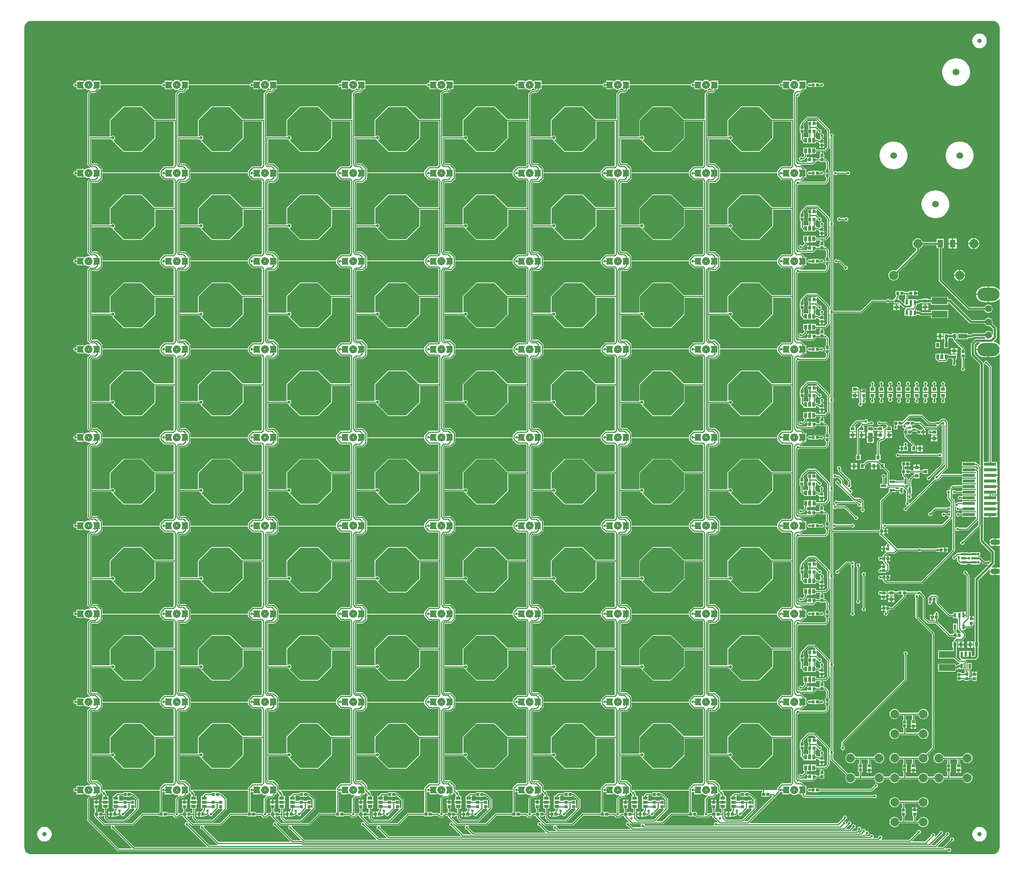
<source format=gbl>
G04 Layer_Physical_Order=2*
G04 Layer_Color=11436288*
%FSLAX25Y25*%
%MOIN*%
G70*
G01*
G75*
%ADD10C,0.01969*%
%ADD11C,0.02362*%
%ADD23C,0.01500*%
%ADD24C,0.01000*%
%ADD25C,0.00984*%
%ADD26C,0.07874*%
G04:AMPARAMS|DCode=27|XSize=78.74mil|YSize=47.24mil|CornerRadius=14.17mil|HoleSize=0mil|Usage=FLASHONLY|Rotation=180.000|XOffset=0mil|YOffset=0mil|HoleType=Round|Shape=RoundedRectangle|*
%AMROUNDEDRECTD27*
21,1,0.07874,0.01890,0,0,180.0*
21,1,0.05039,0.04724,0,0,180.0*
1,1,0.02835,-0.02520,0.00945*
1,1,0.02835,0.02520,0.00945*
1,1,0.02835,0.02520,-0.00945*
1,1,0.02835,-0.02520,-0.00945*
%
%ADD27ROUNDEDRECTD27*%
%ADD28O,0.19685X0.11811*%
%ADD29C,0.06299*%
%ADD30C,0.06000*%
%ADD31C,0.08071*%
%ADD32C,0.02756*%
%ADD33C,0.02756*%
%ADD34R,0.04331X0.02559*%
%ADD35R,0.04724X0.06299*%
%ADD36R,0.02677X0.02520*%
%ADD37R,0.02559X0.02559*%
G04:AMPARAMS|DCode=38|XSize=23.62mil|YSize=27.56mil|CornerRadius=1.77mil|HoleSize=0mil|Usage=FLASHONLY|Rotation=0.000|XOffset=0mil|YOffset=0mil|HoleType=Round|Shape=RoundedRectangle|*
%AMROUNDEDRECTD38*
21,1,0.02362,0.02402,0,0,0.0*
21,1,0.02008,0.02756,0,0,0.0*
1,1,0.00354,0.01004,-0.01201*
1,1,0.00354,-0.01004,-0.01201*
1,1,0.00354,-0.01004,0.01201*
1,1,0.00354,0.01004,0.01201*
%
%ADD38ROUNDEDRECTD38*%
%ADD39R,0.02520X0.02677*%
G04:AMPARAMS|DCode=40|XSize=23.62mil|YSize=27.56mil|CornerRadius=1.77mil|HoleSize=0mil|Usage=FLASHONLY|Rotation=90.000|XOffset=0mil|YOffset=0mil|HoleType=Round|Shape=RoundedRectangle|*
%AMROUNDEDRECTD40*
21,1,0.02362,0.02402,0,0,90.0*
21,1,0.02008,0.02756,0,0,90.0*
1,1,0.00354,0.01201,0.01004*
1,1,0.00354,0.01201,-0.01004*
1,1,0.00354,-0.01201,-0.01004*
1,1,0.00354,-0.01201,0.01004*
%
%ADD40ROUNDEDRECTD40*%
%ADD41R,0.02559X0.02559*%
%ADD42R,0.02559X0.04331*%
%ADD43R,0.11000X0.02900*%
%ADD44R,0.03150X0.03543*%
%ADD45R,0.02362X0.05118*%
%ADD46R,0.03543X0.03150*%
%ADD47R,0.05118X0.02362*%
%ADD48R,0.03740X0.03150*%
%ADD49R,0.03937X0.03150*%
%ADD50R,0.04331X0.07874*%
%ADD51R,0.03150X0.03740*%
%ADD52R,0.04724X0.02362*%
%ADD53R,0.02362X0.04331*%
%ADD54R,0.02362X0.03937*%
%ADD55R,0.14567X0.05906*%
%ADD56R,0.05118X0.07087*%
%ADD57R,0.14173X0.05906*%
%ADD58R,0.02598X0.03937*%
%ADD59R,0.07874X0.04331*%
%ADD60R,0.03150X0.03937*%
%ADD61C,0.01575*%
%ADD62C,0.02000*%
G36*
X372912Y303607D02*
X372181Y302875D01*
X364764D01*
X364341Y302792D01*
X363983Y302552D01*
X360735Y299304D01*
X360496Y298946D01*
X360412Y298524D01*
Y296850D01*
X309154D01*
Y300750D01*
X309070Y301173D01*
X308831Y301531D01*
X305231Y305131D01*
X304873Y305370D01*
X304450Y305454D01*
X300008D01*
X299554Y305908D01*
Y327243D01*
X316874D01*
X317085Y326927D01*
X317736Y326492D01*
X318029Y326434D01*
X318272Y325971D01*
X318332Y325826D01*
X318347Y325670D01*
X318422Y325608D01*
X318459Y325519D01*
X327894Y316083D01*
X328346Y315896D01*
X344094D01*
X344547Y316083D01*
X356358Y327894D01*
X356545Y328346D01*
Y342991D01*
X372912D01*
Y303607D01*
D02*
G37*
G36*
X294172D02*
X293440Y302875D01*
X286024D01*
X285601Y302792D01*
X285243Y302552D01*
X281995Y299304D01*
X281756Y298946D01*
X281672Y298524D01*
Y296850D01*
X230414D01*
Y300750D01*
X230330Y301173D01*
X230091Y301531D01*
X226491Y305131D01*
X226133Y305370D01*
X225710Y305454D01*
X221268D01*
X220814Y305908D01*
Y327243D01*
X238134D01*
X238345Y326927D01*
X238996Y326492D01*
X239289Y326434D01*
X239532Y325971D01*
X239592Y325826D01*
X239607Y325670D01*
X239682Y325608D01*
X239719Y325519D01*
X249154Y316083D01*
X249606Y315896D01*
X265354D01*
X265806Y316083D01*
X277617Y327894D01*
X277805Y328346D01*
Y342991D01*
X294172D01*
Y303607D01*
D02*
G37*
G36*
X215431D02*
X214700Y302875D01*
X207283D01*
X206861Y302792D01*
X206503Y302552D01*
X203255Y299304D01*
X203016Y298946D01*
X202931Y298524D01*
Y296850D01*
X151674D01*
Y300750D01*
X151590Y301173D01*
X151351Y301531D01*
X147751Y305131D01*
X147393Y305370D01*
X146970Y305454D01*
X142527D01*
X142074Y305908D01*
Y327243D01*
X159394D01*
X159605Y326927D01*
X160256Y326492D01*
X160549Y326434D01*
X160792Y325971D01*
X160852Y325826D01*
X160867Y325670D01*
X160942Y325608D01*
X160979Y325519D01*
X170414Y316083D01*
X170866Y315896D01*
X186614D01*
X187066Y316083D01*
X198877Y327894D01*
X199064Y328346D01*
Y342991D01*
X215431D01*
Y303607D01*
D02*
G37*
G36*
X609132D02*
X608401Y302875D01*
X600984D01*
X600562Y302792D01*
X600204Y302552D01*
X596956Y299304D01*
X596716Y298946D01*
X596632Y298524D01*
Y296850D01*
X545375D01*
Y300750D01*
X545291Y301173D01*
X545051Y301531D01*
X541452Y305131D01*
X541093Y305370D01*
X540671Y305454D01*
X536228D01*
X535775Y305908D01*
Y327243D01*
X553094D01*
X553305Y326927D01*
X553956Y326492D01*
X554250Y326434D01*
X554492Y325971D01*
X554552Y325826D01*
X554568Y325670D01*
X554643Y325608D01*
X554680Y325519D01*
X564115Y316083D01*
X564567Y315896D01*
X580315D01*
X580767Y316083D01*
X592578Y327894D01*
X592765Y328346D01*
Y342991D01*
X609132D01*
Y303607D01*
D02*
G37*
G36*
X530392D02*
X529661Y302875D01*
X522244D01*
X521822Y302792D01*
X521463Y302552D01*
X518216Y299304D01*
X517976Y298946D01*
X517892Y298524D01*
Y296850D01*
X466635D01*
Y300750D01*
X466551Y301173D01*
X466311Y301531D01*
X462711Y305131D01*
X462353Y305370D01*
X461931Y305454D01*
X457488D01*
X457035Y305908D01*
Y327243D01*
X474354D01*
X474565Y326927D01*
X475216Y326492D01*
X475510Y326434D01*
X475752Y325971D01*
X475812Y325826D01*
X475828Y325670D01*
X475902Y325608D01*
X475939Y325519D01*
X485375Y316083D01*
X485827Y315896D01*
X501575D01*
X502027Y316083D01*
X513838Y327894D01*
X514025Y328346D01*
Y342991D01*
X530392D01*
Y303607D01*
D02*
G37*
G36*
X451652D02*
X450921Y302875D01*
X443504D01*
X443082Y302792D01*
X442723Y302552D01*
X439475Y299304D01*
X439236Y298946D01*
X439152Y298524D01*
Y296850D01*
X387895D01*
Y300750D01*
X387810Y301173D01*
X387571Y301531D01*
X383971Y305131D01*
X383613Y305370D01*
X383191Y305454D01*
X378748D01*
X378294Y305908D01*
Y327243D01*
X395614D01*
X395825Y326927D01*
X396476Y326492D01*
X396769Y326434D01*
X397012Y325971D01*
X397072Y325826D01*
X397088Y325670D01*
X397162Y325608D01*
X397199Y325519D01*
X406635Y316083D01*
X407087Y315896D01*
X422835D01*
X423287Y316083D01*
X435098Y327894D01*
X435285Y328346D01*
Y342991D01*
X451652D01*
Y303607D01*
D02*
G37*
G36*
X801569Y328554D02*
X801644Y328428D01*
Y253462D01*
X801569Y253336D01*
X801515Y253305D01*
X800915Y253653D01*
Y255512D01*
X800915Y255512D01*
X800830Y255937D01*
X800589Y256298D01*
X800589Y256298D01*
X787991Y268897D01*
X787630Y269138D01*
X787205Y269222D01*
X787205Y269222D01*
X781890D01*
X781464Y269138D01*
X781104Y268897D01*
X781104Y268897D01*
X775395Y263188D01*
X775154Y262827D01*
X775069Y262402D01*
X775069Y262402D01*
Y261235D01*
X774980D01*
X774681Y261176D01*
X774427Y261006D01*
X774257Y260752D01*
X774198Y260453D01*
Y258743D01*
X774164Y258661D01*
Y258465D01*
X774221Y258327D01*
X774257Y258145D01*
X774366Y257982D01*
X774351Y257932D01*
X774164Y257480D01*
Y256496D01*
X774198Y256415D01*
Y254508D01*
X774257Y254208D01*
X774427Y253954D01*
X774681Y253785D01*
X774980Y253725D01*
X775069D01*
Y248622D01*
X775069Y248622D01*
X775154Y248197D01*
X775395Y247836D01*
X776576Y246655D01*
X776576Y246655D01*
X776792Y246510D01*
X776937Y246414D01*
X777362Y246329D01*
X777461D01*
Y244685D01*
X788681D01*
Y246329D01*
X789697D01*
X790395Y245631D01*
X790395Y245631D01*
X790756Y245390D01*
X791054Y245331D01*
X791181Y245305D01*
X791181D01*
X791638Y244944D01*
Y243453D01*
X796158D01*
Y245291D01*
X795748D01*
Y248346D01*
X795010D01*
Y250187D01*
X795175Y250297D01*
X795567Y250884D01*
X795704Y251575D01*
X795567Y252266D01*
X795175Y252852D01*
X794589Y253244D01*
X793898Y253381D01*
X793206Y253244D01*
X792620Y252852D01*
X792229Y252266D01*
X792091Y251575D01*
X792229Y250884D01*
X792620Y250297D01*
X792786Y250187D01*
Y248346D01*
X792047D01*
Y247972D01*
X791447Y247724D01*
X790944Y248227D01*
X790583Y248468D01*
X790158Y248553D01*
X790157Y248553D01*
X788681D01*
Y250197D01*
X788120D01*
Y253642D01*
X788878D01*
Y256206D01*
X789432Y256436D01*
X790162Y255707D01*
X790123Y255512D01*
X790260Y254821D01*
X790652Y254235D01*
X791238Y253843D01*
X791929Y253706D01*
X792620Y253843D01*
X793206Y254235D01*
X793598Y254821D01*
X793736Y255512D01*
X793598Y256203D01*
X793206Y256789D01*
X792620Y257181D01*
X791929Y257318D01*
X791734Y257279D01*
X789432Y259582D01*
X789287Y260122D01*
X789287Y260122D01*
X789287D01*
X789287Y260122D01*
Y261902D01*
X787008D01*
Y262402D01*
X786508D01*
Y264681D01*
X784728D01*
Y264272D01*
X781201D01*
Y260531D01*
X781959D01*
Y257382D01*
X781201D01*
Y253642D01*
X781959D01*
Y250621D01*
X781535Y250197D01*
X777461D01*
X777293Y250727D01*
Y253725D01*
X777382D01*
X777681Y253785D01*
X777935Y253954D01*
X778105Y254208D01*
X778165Y254508D01*
Y256415D01*
X778198Y256496D01*
Y257480D01*
X778011Y257932D01*
X777996Y257982D01*
X778105Y258145D01*
X778141Y258327D01*
X778198Y258465D01*
Y258661D01*
X778165Y258743D01*
Y260453D01*
X778105Y260752D01*
X777935Y261006D01*
X777681Y261176D01*
X777382Y261235D01*
X777293D01*
Y261941D01*
X782350Y266998D01*
X786744D01*
X788507Y265235D01*
X788277Y264681D01*
X787508D01*
Y262902D01*
X789287D01*
Y263671D01*
X789842Y263901D01*
X798691Y255051D01*
Y241209D01*
X796587Y239104D01*
X788681D01*
Y240748D01*
X785350D01*
Y241158D01*
X783571D01*
Y237992D01*
Y234827D01*
X785350D01*
Y235236D01*
X788681D01*
Y236880D01*
X792786D01*
Y235645D01*
X792697D01*
X792397Y235585D01*
X792143Y235416D01*
X791974Y235162D01*
X791914Y234862D01*
Y232955D01*
X791881Y232874D01*
Y231890D01*
X791998Y231607D01*
X791688Y231033D01*
X788878D01*
Y231791D01*
X785350D01*
Y232201D01*
X783571D01*
Y229921D01*
X783071D01*
Y229421D01*
X780791D01*
Y228080D01*
X773632D01*
X773521Y228246D01*
X772935Y228637D01*
X772244Y228775D01*
X772027Y229343D01*
Y285617D01*
X772244Y286186D01*
X772935Y286323D01*
X773521Y286715D01*
X773632Y286880D01*
X796850D01*
X796850Y286880D01*
X797276Y286965D01*
X797637Y287206D01*
X799605Y289174D01*
X799605Y289174D01*
X799750Y289391D01*
X799846Y289535D01*
X799931Y289961D01*
Y293095D01*
X800020D01*
X800319Y293155D01*
X800573Y293324D01*
X800743Y293578D01*
X800802Y293878D01*
Y295785D01*
X800836Y295866D01*
Y296850D01*
X800649Y297302D01*
X800634Y297352D01*
X800743Y297515D01*
X800779Y297697D01*
X800836Y297835D01*
Y298031D01*
X800802Y298113D01*
Y299823D01*
X800743Y300122D01*
X800573Y300376D01*
X800319Y300546D01*
X800020Y300606D01*
X799931D01*
Y306693D01*
X799846Y307118D01*
X799605Y307479D01*
X797637Y309448D01*
X797276Y309689D01*
X796850Y309773D01*
X796850Y309773D01*
X796107D01*
X795797Y310347D01*
X795915Y310630D01*
Y311614D01*
X795881Y311695D01*
Y313602D01*
X795822Y313902D01*
X795652Y314156D01*
X795398Y314325D01*
X795098Y314385D01*
X795010D01*
Y315620D01*
X797047D01*
X797047Y315620D01*
X797473Y315705D01*
X797833Y315946D01*
X800589Y318702D01*
X800589Y318702D01*
X800830Y319063D01*
X800915Y319488D01*
X800915Y319488D01*
Y328237D01*
X801515Y328585D01*
X801569Y328554D01*
D02*
G37*
G36*
X800197Y297835D02*
X799213Y296850D01*
X798425D01*
X797441Y297835D01*
Y298031D01*
X800197D01*
Y297835D01*
D02*
G37*
G36*
Y295866D02*
X797441D01*
Y296850D01*
X798228Y296063D01*
X799409D01*
X800197Y296850D01*
Y295866D01*
D02*
G37*
G36*
X754113Y295177D02*
X754197Y294755D01*
X754436Y294397D01*
X757684Y291149D01*
X758042Y290909D01*
X758465Y290825D01*
X765881D01*
X766613Y290094D01*
Y266458D01*
X749406D01*
X738247Y277617D01*
X737795Y277805D01*
X722047D01*
X721595Y277617D01*
X709784Y265806D01*
X709597Y265354D01*
Y251103D01*
X709301Y250766D01*
X709198Y250710D01*
X693255D01*
Y287855D01*
X693666Y288266D01*
X698819D01*
X699241Y288350D01*
X699599Y288590D01*
X702532Y291522D01*
X702771Y291880D01*
X702855Y292302D01*
Y296211D01*
X754113D01*
Y295177D01*
D02*
G37*
G36*
X795276Y310630D02*
X794488Y311417D01*
X793307D01*
X792520Y310630D01*
Y311614D01*
X795276D01*
Y310630D01*
D02*
G37*
G36*
Y309646D02*
Y309449D01*
X792520D01*
Y309646D01*
X793504Y310630D01*
X794291D01*
X795276Y309646D01*
D02*
G37*
G36*
X791974Y307358D02*
X792143Y307104D01*
X792397Y306934D01*
X792697Y306875D01*
X795098D01*
X795398Y306934D01*
X795652Y307104D01*
X795822Y307358D01*
X795837Y307435D01*
X796434Y307506D01*
X797707Y306232D01*
Y300606D01*
X797618D01*
X797319Y300546D01*
X797065Y300376D01*
X796895Y300122D01*
X796835Y299823D01*
Y298113D01*
X796802Y298031D01*
Y297835D01*
X796859Y297697D01*
X796895Y297515D01*
X797004Y297352D01*
X796989Y297302D01*
X796802Y296850D01*
Y295866D01*
X796835Y295785D01*
Y293878D01*
X796895Y293578D01*
X797065Y293324D01*
X797319Y293155D01*
X797618Y293095D01*
X797707D01*
Y290421D01*
X796390Y289104D01*
X774117D01*
X774026Y289154D01*
X773973Y289241D01*
X774311Y289841D01*
X775197D01*
X775619Y289925D01*
X775978Y290164D01*
X777749Y291936D01*
X777988Y292294D01*
X778072Y292717D01*
Y293110D01*
X779921D01*
Y300590D01*
X778072D01*
Y300984D01*
X777988Y301407D01*
X777749Y301765D01*
X775978Y303537D01*
X775619Y303776D01*
X775197Y303860D01*
X774311D01*
X773973Y304460D01*
X774026Y304547D01*
X774117Y304597D01*
X786024D01*
X786024Y304597D01*
X786449Y304681D01*
X786810Y304922D01*
X787794Y305907D01*
X788035Y306267D01*
X788120Y306693D01*
X788705Y306791D01*
X788878D01*
Y307550D01*
X791936D01*
X791974Y307358D01*
D02*
G37*
G36*
X687872Y303607D02*
X687141Y302875D01*
X679724D01*
X679302Y302792D01*
X678944Y302552D01*
X675696Y299304D01*
X675456Y298946D01*
X675373Y298524D01*
Y296850D01*
X624115D01*
Y300750D01*
X624031Y301173D01*
X623792Y301531D01*
X620192Y305131D01*
X619834Y305370D01*
X619411Y305454D01*
X614968D01*
X614515Y305908D01*
Y327243D01*
X631835D01*
X632045Y326927D01*
X632696Y326492D01*
X632990Y326434D01*
X633232Y325971D01*
X633293Y325826D01*
X633308Y325670D01*
X633383Y325608D01*
X633420Y325519D01*
X642855Y316083D01*
X643307Y315896D01*
X659055D01*
X659507Y316083D01*
X671318Y327894D01*
X671505Y328346D01*
Y342991D01*
X687872D01*
Y303607D01*
D02*
G37*
G36*
X777559Y335236D02*
X774803D01*
Y336221D01*
X775591Y335433D01*
X776772D01*
X777559Y336221D01*
Y335236D01*
D02*
G37*
G36*
X749606Y344094D02*
Y328346D01*
X737795Y316535D01*
X722047D01*
X712612Y325971D01*
X712757Y326449D01*
X712973Y326492D01*
X713624Y326927D01*
X714059Y327578D01*
X714212Y328346D01*
X714059Y329115D01*
X713624Y329766D01*
X712973Y330201D01*
X712205Y330354D01*
X711437Y330201D01*
X710786Y329766D01*
X710736Y329692D01*
X710236Y329844D01*
Y344094D01*
X722047Y355906D01*
X737795D01*
X749606Y344094D01*
D02*
G37*
G36*
X670866D02*
Y328346D01*
X659055Y316535D01*
X643307D01*
X633872Y325971D01*
X634017Y326449D01*
X634233Y326492D01*
X634884Y326927D01*
X635319Y327578D01*
X635472Y328346D01*
X635319Y329115D01*
X634884Y329766D01*
X634233Y330201D01*
X633465Y330354D01*
X632696Y330201D01*
X632045Y329766D01*
X631996Y329692D01*
X631496Y329844D01*
Y344094D01*
X643307Y355906D01*
X659055D01*
X670866Y344094D01*
D02*
G37*
G36*
X281672Y373917D02*
X281756Y373495D01*
X281995Y373137D01*
X285243Y369889D01*
X285601Y369649D01*
X286024Y369565D01*
X293440D01*
X294172Y368834D01*
Y345198D01*
X276965D01*
X265806Y356358D01*
X265354Y356545D01*
X249606D01*
X249154Y356358D01*
X237343Y344547D01*
X237156Y344094D01*
Y329843D01*
X236860Y329506D01*
X236757Y329450D01*
X220814D01*
Y366596D01*
X221225Y367006D01*
X226378D01*
X226800Y367090D01*
X227158Y367330D01*
X230091Y370262D01*
X230330Y370620D01*
X230414Y371043D01*
Y374951D01*
X281672D01*
Y373917D01*
D02*
G37*
G36*
X202931D02*
X203016Y373495D01*
X203255Y373137D01*
X206503Y369889D01*
X206861Y369649D01*
X207283Y369565D01*
X214700D01*
X215432Y368834D01*
Y345198D01*
X198225D01*
X187066Y356358D01*
X186614Y356545D01*
X170866D01*
X170414Y356358D01*
X158603Y344547D01*
X158416Y344094D01*
Y329844D01*
X158120Y329506D01*
X158017Y329450D01*
X142074D01*
Y366596D01*
X142485Y367006D01*
X147638D01*
X148060Y367090D01*
X148418Y367330D01*
X151351Y370262D01*
X151590Y370620D01*
X151674Y371043D01*
Y374951D01*
X202931D01*
Y373917D01*
D02*
G37*
G36*
X777559Y337205D02*
X776575Y336221D01*
X775787D01*
X774803Y337205D01*
Y337402D01*
X777559D01*
Y337205D01*
D02*
G37*
G36*
X592126Y344094D02*
Y328346D01*
X580315Y316535D01*
X564567D01*
X555131Y325971D01*
X555277Y326449D01*
X555492Y326492D01*
X556144Y326927D01*
X556579Y327578D01*
X556732Y328346D01*
X556579Y329115D01*
X556144Y329766D01*
X555492Y330201D01*
X554725Y330354D01*
X553956Y330201D01*
X553305Y329766D01*
X553256Y329692D01*
X552756Y329843D01*
Y344094D01*
X564567Y355906D01*
X580315D01*
X592126Y344094D01*
D02*
G37*
G36*
X277165D02*
Y328346D01*
X265354Y316535D01*
X249606D01*
X240171Y325971D01*
X240316Y326449D01*
X240532Y326492D01*
X241183Y326927D01*
X241618Y327578D01*
X241771Y328346D01*
X241618Y329115D01*
X241183Y329766D01*
X240532Y330201D01*
X239764Y330354D01*
X238996Y330201D01*
X238345Y329766D01*
X238295Y329692D01*
X237795Y329843D01*
Y344094D01*
X249606Y355906D01*
X265354D01*
X277165Y344094D01*
D02*
G37*
G36*
X198425D02*
Y328346D01*
X186614Y316535D01*
X170866D01*
X161431Y325971D01*
X161576Y326449D01*
X161792Y326492D01*
X162443Y326927D01*
X162878Y327578D01*
X163031Y328346D01*
X162878Y329115D01*
X162443Y329766D01*
X161792Y330201D01*
X161024Y330354D01*
X160256Y330201D01*
X159605Y329766D01*
X159555Y329692D01*
X159055Y329844D01*
Y344094D01*
X170866Y355906D01*
X186614D01*
X198425Y344094D01*
D02*
G37*
G36*
X766613Y303607D02*
X765881Y302875D01*
X758465D01*
X758042Y302792D01*
X757684Y302552D01*
X754436Y299304D01*
X754197Y298946D01*
X754113Y298524D01*
Y296850D01*
X702855D01*
Y300750D01*
X702771Y301173D01*
X702532Y301531D01*
X698932Y305131D01*
X698574Y305370D01*
X698151Y305454D01*
X693709D01*
X693255Y305908D01*
Y327243D01*
X710575D01*
X710786Y326927D01*
X711437Y326492D01*
X711730Y326434D01*
X711973Y325971D01*
X712033Y325826D01*
X712048Y325670D01*
X712123Y325608D01*
X712160Y325519D01*
X721595Y316083D01*
X722047Y315896D01*
X737795D01*
X738247Y316083D01*
X750058Y327894D01*
X750246Y328346D01*
Y342991D01*
X766613D01*
Y303607D01*
D02*
G37*
G36*
X513386Y344094D02*
Y328346D01*
X501575Y316535D01*
X485827D01*
X476391Y325971D01*
X476537Y326449D01*
X476752Y326492D01*
X477403Y326927D01*
X477839Y327578D01*
X477991Y328346D01*
X477839Y329115D01*
X477403Y329766D01*
X476752Y330201D01*
X475984Y330354D01*
X475216Y330201D01*
X474565Y329766D01*
X474516Y329692D01*
X474016Y329844D01*
Y344094D01*
X485827Y355906D01*
X501575D01*
X513386Y344094D01*
D02*
G37*
G36*
X434646D02*
Y328346D01*
X422835Y316535D01*
X407087D01*
X397651Y325971D01*
X397796Y326449D01*
X398012Y326492D01*
X398663Y326927D01*
X399098Y327578D01*
X399251Y328346D01*
X399098Y329115D01*
X398663Y329766D01*
X398012Y330201D01*
X397244Y330354D01*
X396476Y330201D01*
X395825Y329766D01*
X395776Y329692D01*
X395276Y329844D01*
Y344094D01*
X407087Y355906D01*
X422835D01*
X434646Y344094D01*
D02*
G37*
G36*
X355906D02*
Y328346D01*
X344094Y316535D01*
X328346D01*
X318911Y325971D01*
X319056Y326449D01*
X319272Y326492D01*
X319923Y326927D01*
X320358Y327578D01*
X320511Y328346D01*
X320358Y329115D01*
X319923Y329766D01*
X319272Y330201D01*
X318504Y330354D01*
X317736Y330201D01*
X317085Y329766D01*
X317035Y329692D01*
X316535Y329844D01*
Y344094D01*
X328346Y355906D01*
X344094D01*
X355906Y344094D01*
D02*
G37*
G36*
X766613Y224867D02*
X765881Y224135D01*
X758465D01*
X758042Y224051D01*
X757684Y223812D01*
X754436Y220564D01*
X754197Y220206D01*
X754113Y219783D01*
Y218110D01*
X702855D01*
Y222010D01*
X702771Y222433D01*
X702532Y222791D01*
X698932Y226391D01*
X698574Y226630D01*
X698151Y226714D01*
X693709D01*
X693255Y227168D01*
Y248502D01*
X710575D01*
X710786Y248187D01*
X711437Y247752D01*
X711730Y247694D01*
X711973Y247231D01*
X712033Y247086D01*
X712048Y246929D01*
X712123Y246868D01*
X712160Y246779D01*
X721595Y237343D01*
X722047Y237156D01*
X737795D01*
X738247Y237343D01*
X750058Y249154D01*
X750246Y249606D01*
Y264250D01*
X766613D01*
Y224867D01*
D02*
G37*
G36*
X687872D02*
X687141Y224135D01*
X679724D01*
X679302Y224051D01*
X678944Y223812D01*
X675696Y220564D01*
X675456Y220206D01*
X675373Y219783D01*
Y218110D01*
X624115D01*
Y222010D01*
X624031Y222433D01*
X623792Y222791D01*
X620192Y226391D01*
X619834Y226630D01*
X619411Y226714D01*
X614968D01*
X614515Y227168D01*
Y248502D01*
X631835D01*
X632045Y248187D01*
X632696Y247752D01*
X632990Y247694D01*
X633232Y247231D01*
X633293Y247086D01*
X633308Y246929D01*
X633383Y246868D01*
X633420Y246779D01*
X642855Y237343D01*
X643307Y237156D01*
X659055D01*
X659507Y237343D01*
X671318Y249154D01*
X671505Y249606D01*
Y264250D01*
X687872D01*
Y224867D01*
D02*
G37*
G36*
X609132D02*
X608401Y224135D01*
X600984D01*
X600562Y224051D01*
X600204Y223812D01*
X596956Y220564D01*
X596716Y220206D01*
X596632Y219783D01*
Y218110D01*
X545375D01*
Y222010D01*
X545291Y222433D01*
X545051Y222791D01*
X541452Y226391D01*
X541093Y226630D01*
X540671Y226714D01*
X536228D01*
X535775Y227168D01*
Y248502D01*
X553094D01*
X553305Y248187D01*
X553956Y247752D01*
X554250Y247694D01*
X554492Y247231D01*
X554552Y247086D01*
X554568Y246929D01*
X554643Y246868D01*
X554680Y246779D01*
X564115Y237343D01*
X564567Y237156D01*
X580315D01*
X580767Y237343D01*
X592578Y249154D01*
X592765Y249606D01*
Y264250D01*
X609132D01*
Y224867D01*
D02*
G37*
G36*
X355906Y265354D02*
Y249606D01*
X344094Y237795D01*
X328346D01*
X318911Y247231D01*
X319056Y247709D01*
X319272Y247752D01*
X319923Y248187D01*
X320358Y248838D01*
X320511Y249606D01*
X320358Y250374D01*
X319923Y251026D01*
X319272Y251461D01*
X318504Y251613D01*
X317736Y251461D01*
X317085Y251026D01*
X317035Y250952D01*
X316535Y251103D01*
Y265354D01*
X328346Y277165D01*
X344094D01*
X355906Y265354D01*
D02*
G37*
G36*
X277165D02*
Y249606D01*
X265354Y237795D01*
X249606D01*
X240171Y247231D01*
X240316Y247709D01*
X240532Y247752D01*
X241183Y248187D01*
X241618Y248838D01*
X241771Y249606D01*
X241618Y250374D01*
X241183Y251026D01*
X240532Y251461D01*
X239764Y251613D01*
X238996Y251461D01*
X238345Y251026D01*
X238295Y250952D01*
X237795Y251103D01*
Y265354D01*
X249606Y277165D01*
X265354D01*
X277165Y265354D01*
D02*
G37*
G36*
X198425D02*
Y249606D01*
X186614Y237795D01*
X170866D01*
X161431Y247231D01*
X161576Y247709D01*
X161792Y247752D01*
X162443Y248187D01*
X162878Y248838D01*
X163031Y249606D01*
X162878Y250374D01*
X162443Y251026D01*
X161792Y251461D01*
X161024Y251613D01*
X160256Y251461D01*
X159605Y251026D01*
X159555Y250952D01*
X159055Y251103D01*
Y265354D01*
X170866Y277165D01*
X186614D01*
X198425Y265354D01*
D02*
G37*
G36*
X530392Y224867D02*
X529661Y224135D01*
X522244D01*
X521822Y224051D01*
X521463Y223812D01*
X518216Y220564D01*
X517976Y220206D01*
X517892Y219783D01*
Y218110D01*
X466635D01*
Y222010D01*
X466551Y222433D01*
X466311Y222791D01*
X462711Y226391D01*
X462353Y226630D01*
X461931Y226714D01*
X457488D01*
X457035Y227168D01*
Y248502D01*
X474354D01*
X474565Y248187D01*
X475216Y247752D01*
X475510Y247694D01*
X475752Y247231D01*
X475812Y247086D01*
X475828Y246929D01*
X475902Y246868D01*
X475939Y246779D01*
X485375Y237343D01*
X485827Y237156D01*
X501575D01*
X502027Y237343D01*
X513838Y249154D01*
X514025Y249606D01*
Y264250D01*
X530392D01*
Y224867D01*
D02*
G37*
G36*
X215431D02*
X214700Y224135D01*
X207283D01*
X206861Y224051D01*
X206503Y223812D01*
X203255Y220564D01*
X203016Y220206D01*
X202931Y219783D01*
Y218110D01*
X151674D01*
Y218110D01*
Y222010D01*
X151590Y222433D01*
X151351Y222791D01*
X147751Y226391D01*
X147393Y226630D01*
X146970Y226714D01*
X142527D01*
X142074Y227168D01*
Y248502D01*
X159394D01*
X159605Y248187D01*
X160256Y247752D01*
X160549Y247694D01*
X160792Y247231D01*
X160852Y247086D01*
X160867Y246929D01*
X160942Y246868D01*
X160979Y246779D01*
X170414Y237343D01*
X170866Y237156D01*
X186614D01*
X187066Y237343D01*
X198877Y249154D01*
X199064Y249606D01*
Y264250D01*
X215431D01*
Y224867D01*
D02*
G37*
G36*
X801569Y249813D02*
X801644Y249688D01*
Y174721D01*
X801569Y174596D01*
X801515Y174565D01*
X800915Y174912D01*
Y176772D01*
X800915Y176772D01*
X800830Y177197D01*
X800589Y177558D01*
X800589Y177558D01*
X787991Y190156D01*
X787630Y190397D01*
X787205Y190482D01*
X787205Y190482D01*
X781890D01*
X781890Y190482D01*
X781464Y190397D01*
X781104Y190156D01*
X775395Y184448D01*
X775154Y184087D01*
X775069Y183661D01*
X775069Y183661D01*
Y182495D01*
X774980D01*
X774681Y182436D01*
X774427Y182266D01*
X774257Y182012D01*
X774198Y181713D01*
Y180002D01*
X774164Y179921D01*
Y179724D01*
X774221Y179586D01*
X774257Y179405D01*
X774366Y179242D01*
X774351Y179192D01*
X774164Y178740D01*
Y177756D01*
X774198Y177675D01*
Y175768D01*
X774257Y175468D01*
X774427Y175214D01*
X774681Y175045D01*
X774980Y174985D01*
X775069D01*
Y169882D01*
X775069Y169882D01*
X775154Y169456D01*
X775395Y169096D01*
X776576Y167915D01*
X776576Y167914D01*
X776792Y167770D01*
X776937Y167674D01*
X777362Y167589D01*
X777461D01*
Y165945D01*
X788681D01*
Y167589D01*
X789697D01*
X790395Y166891D01*
X790395Y166891D01*
X790756Y166650D01*
X791054Y166590D01*
X791181Y166565D01*
X791181D01*
X791638Y166204D01*
Y164713D01*
X796158D01*
Y166551D01*
X795748D01*
Y169606D01*
X795010D01*
Y171447D01*
X795175Y171557D01*
X795567Y172143D01*
X795704Y172835D01*
X795567Y173526D01*
X795175Y174112D01*
X794589Y174504D01*
X793898Y174641D01*
X793206Y174504D01*
X792620Y174112D01*
X792229Y173526D01*
X792091Y172835D01*
X792229Y172143D01*
X792620Y171557D01*
X792786Y171447D01*
Y169606D01*
X792047D01*
Y169232D01*
X791447Y168983D01*
X790944Y169487D01*
X790583Y169728D01*
X790158Y169813D01*
X790157Y169813D01*
X788681D01*
Y171457D01*
X788120D01*
Y174902D01*
X788878D01*
Y177466D01*
X789432Y177696D01*
X790162Y176967D01*
X790123Y176772D01*
X790260Y176080D01*
X790652Y175494D01*
X791238Y175103D01*
X791929Y174965D01*
X792620Y175103D01*
X793206Y175494D01*
X793598Y176080D01*
X793736Y176772D01*
X793598Y177463D01*
X793206Y178049D01*
X792620Y178440D01*
X791929Y178578D01*
X791734Y178539D01*
X789432Y180842D01*
X789287Y181382D01*
X789287Y181382D01*
X789287D01*
X789287Y181382D01*
Y183161D01*
X787008D01*
Y183661D01*
X786508D01*
Y185941D01*
X784728D01*
Y185531D01*
X781201D01*
Y181791D01*
X781959D01*
Y178642D01*
X781201D01*
Y174902D01*
X781959D01*
Y171881D01*
X781535Y171457D01*
X777461D01*
X777293Y171987D01*
Y174985D01*
X777382D01*
X777681Y175045D01*
X777935Y175214D01*
X778105Y175468D01*
X778165Y175768D01*
Y177675D01*
X778198Y177756D01*
Y178740D01*
X778011Y179192D01*
X777996Y179242D01*
X778105Y179405D01*
X778141Y179586D01*
X778198Y179724D01*
Y179921D01*
X778165Y180002D01*
Y181713D01*
X778105Y182012D01*
X777935Y182266D01*
X777681Y182436D01*
X777382Y182495D01*
X777293D01*
Y183201D01*
X782350Y188258D01*
X786744D01*
X788507Y186495D01*
X788277Y185941D01*
X787508D01*
Y184161D01*
X789287D01*
Y184931D01*
X789842Y185161D01*
X798691Y176311D01*
Y162468D01*
X796587Y160364D01*
X788681D01*
Y162008D01*
X785350D01*
Y162417D01*
X783571D01*
Y159252D01*
Y156087D01*
X785350D01*
Y156496D01*
X788681D01*
Y158140D01*
X792786D01*
Y156905D01*
X792697D01*
X792397Y156845D01*
X792143Y156676D01*
X791974Y156422D01*
X791914Y156122D01*
Y154215D01*
X791881Y154134D01*
Y153150D01*
X791998Y152866D01*
X791688Y152293D01*
X788878D01*
Y153051D01*
X785350D01*
Y153461D01*
X783571D01*
Y151181D01*
X783071D01*
Y150681D01*
X780791D01*
Y149340D01*
X773632D01*
X773521Y149506D01*
X772935Y149897D01*
X772244Y150035D01*
X772027Y150603D01*
Y206877D01*
X772244Y207446D01*
X772935Y207583D01*
X773521Y207975D01*
X773632Y208140D01*
X796850D01*
X796850Y208140D01*
X797276Y208225D01*
X797637Y208466D01*
X799605Y210434D01*
X799605Y210434D01*
X799750Y210650D01*
X799846Y210795D01*
X799931Y211221D01*
Y214355D01*
X800020D01*
X800319Y214415D01*
X800573Y214584D01*
X800743Y214838D01*
X800802Y215138D01*
Y217045D01*
X800836Y217126D01*
Y218110D01*
X800649Y218562D01*
X800634Y218612D01*
X800743Y218775D01*
X800779Y218957D01*
X800836Y219094D01*
Y219291D01*
X800802Y219373D01*
Y221083D01*
X800743Y221382D01*
X800573Y221636D01*
X800319Y221806D01*
X800020Y221865D01*
X799931D01*
Y227953D01*
X799846Y228378D01*
X799605Y228739D01*
X797637Y230708D01*
X797276Y230948D01*
X796850Y231033D01*
X796850Y231033D01*
X796107D01*
X795797Y231607D01*
X795915Y231890D01*
Y232874D01*
X795881Y232955D01*
Y234862D01*
X795822Y235162D01*
X795652Y235416D01*
X795398Y235585D01*
X795098Y235645D01*
X795010D01*
Y236880D01*
X797047D01*
X797047Y236880D01*
X797473Y236965D01*
X797833Y237206D01*
X800589Y239962D01*
X800589Y239962D01*
X800734Y240178D01*
X800830Y240322D01*
X800915Y240748D01*
Y249497D01*
X801515Y249845D01*
X801569Y249813D01*
D02*
G37*
G36*
X795276Y231890D02*
X794488Y232677D01*
X793307D01*
X792520Y231890D01*
Y232874D01*
X795276D01*
Y231890D01*
D02*
G37*
G36*
X451652Y224867D02*
X450921Y224135D01*
X443504D01*
X443082Y224051D01*
X442723Y223812D01*
X439475Y220564D01*
X439236Y220206D01*
X439152Y219783D01*
Y218110D01*
X387895D01*
Y222010D01*
X387810Y222433D01*
X387571Y222791D01*
X383971Y226391D01*
X383613Y226630D01*
X383191Y226714D01*
X378748D01*
X378294Y227168D01*
Y248502D01*
X395614D01*
X395825Y248187D01*
X396476Y247752D01*
X396769Y247694D01*
X397012Y247231D01*
X397072Y247086D01*
X397088Y246929D01*
X397162Y246868D01*
X397199Y246779D01*
X406635Y237343D01*
X407087Y237156D01*
X422835D01*
X423287Y237343D01*
X435098Y249154D01*
X435285Y249606D01*
Y264250D01*
X451652D01*
Y224867D01*
D02*
G37*
G36*
X372912D02*
X372181Y224135D01*
X364764D01*
X364341Y224051D01*
X363983Y223812D01*
X360735Y220564D01*
X360496Y220206D01*
X360412Y219783D01*
Y218110D01*
X309154D01*
Y222010D01*
X309070Y222433D01*
X308831Y222791D01*
X305231Y226391D01*
X304873Y226630D01*
X304450Y226714D01*
X300008D01*
X299554Y227168D01*
Y248502D01*
X316874D01*
X317085Y248187D01*
X317736Y247752D01*
X318029Y247694D01*
X318272Y247231D01*
X318332Y247086D01*
X318347Y246929D01*
X318422Y246868D01*
X318459Y246779D01*
X327894Y237343D01*
X328346Y237156D01*
X344094D01*
X344547Y237343D01*
X356358Y249154D01*
X356545Y249606D01*
Y264250D01*
X372912D01*
Y224867D01*
D02*
G37*
G36*
X294172D02*
X293440Y224135D01*
X286024D01*
X285601Y224051D01*
X285243Y223812D01*
X281995Y220564D01*
X281756Y220206D01*
X281672Y219783D01*
Y218110D01*
X230414D01*
Y218110D01*
Y222010D01*
X230330Y222433D01*
X230091Y222791D01*
X226491Y226391D01*
X226133Y226630D01*
X225710Y226714D01*
X221268D01*
X220814Y227168D01*
Y248502D01*
X238134D01*
X238345Y248187D01*
X238996Y247752D01*
X239289Y247694D01*
X239532Y247231D01*
X239592Y247086D01*
X239607Y246929D01*
X239682Y246868D01*
X239719Y246779D01*
X249154Y237343D01*
X249606Y237156D01*
X265354D01*
X265806Y237343D01*
X277617Y249154D01*
X277805Y249606D01*
Y264250D01*
X294172D01*
Y224867D01*
D02*
G37*
G36*
X434646Y265354D02*
Y249606D01*
X422835Y237795D01*
X407087D01*
X397651Y247231D01*
X397796Y247709D01*
X398012Y247752D01*
X398663Y248187D01*
X399098Y248838D01*
X399251Y249606D01*
X399098Y250374D01*
X398663Y251026D01*
X398012Y251461D01*
X397244Y251613D01*
X396476Y251461D01*
X395825Y251026D01*
X395776Y250952D01*
X395276Y251103D01*
Y265354D01*
X407087Y277165D01*
X422835D01*
X434646Y265354D01*
D02*
G37*
G36*
X439152Y295177D02*
X439236Y294755D01*
X439475Y294397D01*
X442723Y291149D01*
X443082Y290909D01*
X443504Y290825D01*
X450921D01*
X451652Y290094D01*
Y266458D01*
X434446D01*
X423287Y277617D01*
X422835Y277805D01*
X407087D01*
X406635Y277617D01*
X394824Y265806D01*
X394636Y265354D01*
Y251103D01*
X394340Y250766D01*
X394237Y250710D01*
X378294D01*
Y287855D01*
X378705Y288266D01*
X383858D01*
X384281Y288350D01*
X384639Y288590D01*
X387571Y291522D01*
X387810Y291880D01*
X387895Y292302D01*
Y296211D01*
X439152D01*
Y295177D01*
D02*
G37*
G36*
X360412D02*
X360496Y294755D01*
X360735Y294397D01*
X363983Y291149D01*
X364341Y290909D01*
X364764Y290825D01*
X372181D01*
X372912Y290094D01*
Y266458D01*
X355705D01*
X344547Y277617D01*
X344094Y277805D01*
X328346D01*
X327894Y277617D01*
X316083Y265806D01*
X315896Y265354D01*
Y251103D01*
X315600Y250766D01*
X315497Y250710D01*
X299554D01*
Y287855D01*
X299965Y288266D01*
X305118D01*
X305540Y288350D01*
X305899Y288590D01*
X308831Y291522D01*
X309070Y291880D01*
X309154Y292302D01*
Y296211D01*
X360412D01*
Y295177D01*
D02*
G37*
G36*
X281672D02*
X281756Y294755D01*
X281995Y294397D01*
X285243Y291149D01*
X285601Y290909D01*
X286024Y290825D01*
X293440D01*
X294172Y290094D01*
Y266458D01*
X276965D01*
X265806Y277617D01*
X265354Y277805D01*
X249606D01*
X249154Y277617D01*
X237343Y265806D01*
X237156Y265354D01*
Y251103D01*
X236860Y250766D01*
X236757Y250710D01*
X220814D01*
Y287855D01*
X221225Y288266D01*
X226378D01*
X226800Y288350D01*
X227158Y288590D01*
X230091Y291522D01*
X230330Y291880D01*
X230414Y292302D01*
Y296211D01*
X281672D01*
Y295177D01*
D02*
G37*
G36*
X675373D02*
X675456Y294755D01*
X675696Y294397D01*
X678944Y291149D01*
X679302Y290909D01*
X679724Y290825D01*
X687141D01*
X687873Y290094D01*
Y266458D01*
X670666D01*
X659507Y277617D01*
X659055Y277805D01*
X643307D01*
X642855Y277617D01*
X631044Y265806D01*
X630857Y265354D01*
Y251103D01*
X630561Y250766D01*
X630458Y250710D01*
X614515D01*
Y287855D01*
X614926Y288266D01*
X620079D01*
X620501Y288350D01*
X620859Y288590D01*
X623792Y291522D01*
X624031Y291880D01*
X624115Y292302D01*
Y296211D01*
X675373D01*
Y295177D01*
D02*
G37*
G36*
X596632D02*
X596716Y294755D01*
X596956Y294397D01*
X600204Y291149D01*
X600562Y290909D01*
X600984Y290825D01*
X608401D01*
X609132Y290094D01*
Y266458D01*
X591926D01*
X580767Y277617D01*
X580315Y277805D01*
X564567D01*
X564115Y277617D01*
X552304Y265806D01*
X552117Y265354D01*
Y251103D01*
X551820Y250766D01*
X551718Y250710D01*
X535775D01*
Y287855D01*
X536186Y288266D01*
X541339D01*
X541761Y288350D01*
X542119Y288590D01*
X545051Y291522D01*
X545291Y291880D01*
X545375Y292302D01*
Y296211D01*
X596632D01*
Y295177D01*
D02*
G37*
G36*
X517892D02*
X517976Y294755D01*
X518216Y294397D01*
X521463Y291149D01*
X521822Y290909D01*
X522244Y290825D01*
X529661D01*
X530392Y290094D01*
Y266458D01*
X513186D01*
X502027Y277617D01*
X501575Y277805D01*
X485827D01*
X485375Y277617D01*
X473564Y265806D01*
X473377Y265354D01*
Y251103D01*
X473080Y250766D01*
X472977Y250710D01*
X457035D01*
Y287855D01*
X457445Y288266D01*
X462598D01*
X463021Y288350D01*
X463379Y288590D01*
X466311Y291522D01*
X466551Y291880D01*
X466635Y292302D01*
Y296211D01*
X517892D01*
Y295177D01*
D02*
G37*
G36*
X202931D02*
X203016Y294755D01*
X203255Y294397D01*
X206503Y291149D01*
X206861Y290909D01*
X207283Y290825D01*
X214700D01*
X215432Y290094D01*
Y266458D01*
X198225D01*
X187066Y277617D01*
X186614Y277805D01*
X170866D01*
X170414Y277617D01*
X158603Y265806D01*
X158416Y265354D01*
Y251103D01*
X158120Y250766D01*
X158017Y250710D01*
X142074D01*
Y287855D01*
X142485Y288266D01*
X147638D01*
X148060Y288350D01*
X148418Y288590D01*
X151351Y291522D01*
X151590Y291880D01*
X151674Y292302D01*
Y296211D01*
X202931D01*
Y295177D01*
D02*
G37*
G36*
X670866Y265354D02*
Y249606D01*
X659055Y237795D01*
X643307D01*
X633872Y247231D01*
X634017Y247709D01*
X634233Y247752D01*
X634884Y248187D01*
X635319Y248838D01*
X635472Y249606D01*
X635319Y250374D01*
X634884Y251026D01*
X634233Y251461D01*
X633465Y251613D01*
X632696Y251461D01*
X632045Y251026D01*
X631996Y250952D01*
X631496Y251103D01*
Y265354D01*
X643307Y277165D01*
X659055D01*
X670866Y265354D01*
D02*
G37*
G36*
X592126D02*
Y249606D01*
X580315Y237795D01*
X564567D01*
X555131Y247231D01*
X555277Y247709D01*
X555492Y247752D01*
X556144Y248187D01*
X556579Y248838D01*
X556732Y249606D01*
X556579Y250374D01*
X556144Y251026D01*
X555492Y251461D01*
X554725Y251613D01*
X553956Y251461D01*
X553305Y251026D01*
X553256Y250952D01*
X552756Y251103D01*
Y265354D01*
X564567Y277165D01*
X580315D01*
X592126Y265354D01*
D02*
G37*
G36*
X513386D02*
Y249606D01*
X501575Y237795D01*
X485827D01*
X476391Y247231D01*
X476537Y247709D01*
X476752Y247752D01*
X477403Y248187D01*
X477839Y248838D01*
X477991Y249606D01*
X477839Y250374D01*
X477403Y251026D01*
X476752Y251461D01*
X475984Y251613D01*
X475216Y251461D01*
X474565Y251026D01*
X474516Y250952D01*
X474016Y251103D01*
Y265354D01*
X485827Y277165D01*
X501575D01*
X513386Y265354D01*
D02*
G37*
G36*
X777559Y258465D02*
X776575Y257480D01*
X775787D01*
X774803Y258465D01*
Y258661D01*
X777559D01*
Y258465D01*
D02*
G37*
G36*
Y256496D02*
X774803D01*
Y257480D01*
X775591Y256693D01*
X776772D01*
X777559Y257480D01*
Y256496D01*
D02*
G37*
G36*
X749606Y265354D02*
Y249606D01*
X737795Y237795D01*
X722047D01*
X712612Y247231D01*
X712757Y247709D01*
X712973Y247752D01*
X713624Y248187D01*
X714059Y248838D01*
X714212Y249606D01*
X714059Y250374D01*
X713624Y251026D01*
X712973Y251461D01*
X712205Y251613D01*
X711437Y251461D01*
X710786Y251026D01*
X710736Y250952D01*
X710236Y251103D01*
Y265354D01*
X722047Y277165D01*
X737795D01*
X749606Y265354D01*
D02*
G37*
G36*
X202931Y452658D02*
X203016Y452235D01*
X203255Y451877D01*
X206503Y448629D01*
X206861Y448390D01*
X207283Y448306D01*
X214700D01*
X215432Y447574D01*
Y423939D01*
X198225D01*
X187066Y435098D01*
X186614Y435285D01*
X170866D01*
X170414Y435098D01*
X158603Y423287D01*
X158416Y422835D01*
Y408584D01*
X158120Y408246D01*
X158017Y408190D01*
X142074D01*
Y445336D01*
X142485Y445747D01*
X147638D01*
X148060Y445830D01*
X148418Y446070D01*
X151351Y449002D01*
X151590Y449360D01*
X151674Y449783D01*
Y453691D01*
X202931D01*
Y452658D01*
D02*
G37*
G36*
X875869Y422715D02*
X876181Y422244D01*
X876181Y422115D01*
Y421183D01*
X875706D01*
X875283Y421099D01*
X874925Y420859D01*
X871700Y417634D01*
X871461Y417276D01*
X871376Y416854D01*
Y410394D01*
X870709D01*
Y409073D01*
X870154Y408843D01*
X867898Y411099D01*
X868128Y411654D01*
X870472D01*
Y417953D01*
X869805D01*
Y418694D01*
X869721Y419116D01*
X869481Y419474D01*
X867989Y420966D01*
X868025Y421641D01*
X868436Y421949D01*
X868602D01*
X868701D01*
X868799D01*
X869202Y421949D01*
X872539D01*
Y422715D01*
X875869D01*
X875869Y422715D01*
D02*
G37*
G36*
X811093Y415681D02*
Y413386D01*
X811093Y413386D01*
X811177Y412960D01*
X811309Y412764D01*
X810843Y412381D01*
X809443Y413781D01*
X809482Y413976D01*
X809345Y414667D01*
X808953Y415253D01*
X808367Y415645D01*
X807676Y415782D01*
X806985Y415645D01*
X806398Y415253D01*
X806007Y414667D01*
X805869Y413976D01*
X806007Y413284D01*
X806398Y412698D01*
X806985Y412307D01*
X807676Y412169D01*
X807871Y412208D01*
X821653Y398426D01*
X821653Y398426D01*
X822013Y398185D01*
X822439Y398101D01*
X827886D01*
X829203Y396783D01*
Y395805D01*
X828798Y395635D01*
X828603Y395593D01*
X828053Y395960D01*
X827362Y396098D01*
X827167Y396059D01*
X826180Y397046D01*
X825819Y397287D01*
X825394Y397372D01*
X825394Y397372D01*
X808081D01*
X807970Y397537D01*
X807384Y397929D01*
X806693Y398066D01*
X806002Y397929D01*
X805416Y397537D01*
X805024Y396951D01*
X804887Y396260D01*
X805024Y395569D01*
X805416Y394983D01*
X805815Y394716D01*
X805746Y394338D01*
X805635Y394114D01*
X805017Y393992D01*
X804468Y393624D01*
X804273Y393667D01*
X803868Y393837D01*
Y407628D01*
X804228Y408167D01*
X804365Y408858D01*
X804228Y409550D01*
X803868Y410088D01*
Y418368D01*
X804273Y418538D01*
X804468Y418580D01*
X805017Y418213D01*
X805709Y418076D01*
X806400Y418213D01*
X806986Y418605D01*
X807096Y418770D01*
X808004D01*
X811093Y415681D01*
D02*
G37*
G36*
X439152Y452658D02*
X439236Y452235D01*
X439475Y451877D01*
X442723Y448629D01*
X443082Y448390D01*
X443504Y448306D01*
X450921D01*
X451652Y447574D01*
Y423939D01*
X434446D01*
X423287Y435098D01*
X422835Y435285D01*
X407087D01*
X406635Y435098D01*
X394824Y423287D01*
X394636Y422835D01*
Y408584D01*
X394340Y408246D01*
X394237Y408190D01*
X378294D01*
Y445336D01*
X378705Y445747D01*
X383858D01*
X384281Y445830D01*
X384639Y446070D01*
X387571Y449002D01*
X387810Y449360D01*
X387895Y449783D01*
Y453691D01*
X439152D01*
Y452658D01*
D02*
G37*
G36*
X360412D02*
X360496Y452235D01*
X360735Y451877D01*
X363983Y448629D01*
X364341Y448390D01*
X364764Y448306D01*
X372181D01*
X372912Y447574D01*
Y423939D01*
X355705D01*
X344547Y435098D01*
X344094Y435285D01*
X328346D01*
X327894Y435098D01*
X316083Y423287D01*
X315896Y422835D01*
Y408584D01*
X315600Y408246D01*
X315497Y408190D01*
X299554D01*
Y445336D01*
X299965Y445747D01*
X305118D01*
X305540Y445830D01*
X305899Y446070D01*
X308831Y449002D01*
X309070Y449360D01*
X309154Y449783D01*
Y453691D01*
X360412D01*
Y452658D01*
D02*
G37*
G36*
X281672D02*
X281756Y452235D01*
X281995Y451877D01*
X285243Y448629D01*
X285601Y448390D01*
X286024Y448306D01*
X293440D01*
X294172Y447574D01*
Y423939D01*
X276965D01*
X265806Y435098D01*
X265354Y435285D01*
X249606D01*
X249154Y435098D01*
X237343Y423287D01*
X237156Y422835D01*
Y408584D01*
X236860Y408246D01*
X236757Y408190D01*
X220814D01*
Y445336D01*
X221225Y445747D01*
X226378D01*
X226800Y445830D01*
X227158Y446070D01*
X230091Y449002D01*
X230330Y449360D01*
X230414Y449783D01*
Y453691D01*
X281672D01*
Y452658D01*
D02*
G37*
G36*
X777362Y415748D02*
X776378Y414764D01*
X775591D01*
X774606Y415748D01*
Y415945D01*
X777362D01*
Y415748D01*
D02*
G37*
G36*
X919055Y403530D02*
X930965D01*
X931236Y403530D01*
X931562Y403071D01*
X931236Y402611D01*
X930965Y402611D01*
X919055D01*
Y402154D01*
X918957Y402059D01*
X918384Y401848D01*
X917798Y402240D01*
X917106Y402377D01*
X916415Y402240D01*
X915829Y401848D01*
X915437Y401262D01*
X915300Y400571D01*
X915437Y399880D01*
X915829Y399294D01*
X916415Y398902D01*
X917106Y398764D01*
X917798Y398902D01*
X918384Y399294D01*
X918957Y399083D01*
X919055Y398988D01*
Y398530D01*
X930965D01*
X931236Y398530D01*
X931562Y398071D01*
X931236Y397611D01*
X930965Y397611D01*
X919055D01*
Y396675D01*
X915650D01*
X915227Y396591D01*
X914869Y396351D01*
X914378Y395860D01*
X914173Y395901D01*
X913482Y395763D01*
X913129Y395528D01*
X912529Y395821D01*
Y397638D01*
X912529Y397638D01*
X912445Y398063D01*
X912204Y398424D01*
X910470Y400157D01*
Y403873D01*
X910582Y403962D01*
X911070Y404139D01*
X911514Y403843D01*
X912205Y403706D01*
X912896Y403843D01*
X913482Y404235D01*
X913598Y404408D01*
X919055D01*
Y403530D01*
D02*
G37*
G36*
X749606Y422835D02*
Y407087D01*
X737795Y395276D01*
X722047D01*
X712612Y404711D01*
X712757Y405189D01*
X712973Y405232D01*
X713624Y405667D01*
X714059Y406319D01*
X714212Y407087D01*
X714059Y407855D01*
X713624Y408506D01*
X712973Y408941D01*
X712205Y409094D01*
X711437Y408941D01*
X710786Y408506D01*
X710736Y408432D01*
X710236Y408584D01*
Y422835D01*
X722047Y434646D01*
X737795D01*
X749606Y422835D01*
D02*
G37*
G36*
X670866D02*
Y407087D01*
X659055Y395276D01*
X643307D01*
X633872Y404711D01*
X634017Y405189D01*
X634233Y405232D01*
X634884Y405667D01*
X635319Y406319D01*
X635472Y407087D01*
X635319Y407855D01*
X634884Y408506D01*
X634233Y408941D01*
X633465Y409094D01*
X632696Y408941D01*
X632045Y408506D01*
X631996Y408432D01*
X631496Y408584D01*
Y422835D01*
X643307Y434646D01*
X659055D01*
X670866Y422835D01*
D02*
G37*
G36*
X777362Y413779D02*
X774606D01*
Y414764D01*
X775394Y413976D01*
X776575D01*
X777362Y414764D01*
Y413779D01*
D02*
G37*
G36*
X919055Y418530D02*
X931236D01*
X931562Y418071D01*
X931236Y417611D01*
X930965Y417611D01*
X919055D01*
Y413530D01*
X930965D01*
X931236Y413530D01*
X931562Y413071D01*
X931236Y412611D01*
X930965Y412611D01*
X919055D01*
Y411683D01*
X910965D01*
X910965Y411683D01*
X910539Y411598D01*
X910178Y411357D01*
X910178Y411357D01*
X908572Y409751D01*
X908331Y409390D01*
X908246Y408965D01*
X908246Y408964D01*
Y407534D01*
X907646Y407207D01*
X907087Y407318D01*
X906395Y407181D01*
X905809Y406789D01*
X905418Y406203D01*
X905280Y405512D01*
X905418Y404821D01*
X905809Y404235D01*
X905983Y404119D01*
Y399730D01*
X906067Y399308D01*
X906306Y398950D01*
X908640Y396616D01*
Y392574D01*
X908040Y392246D01*
X907480Y392357D01*
X906789Y392220D01*
X906203Y391828D01*
X906087Y391655D01*
X895276D01*
X894853Y391571D01*
X894495Y391332D01*
X890756Y387592D01*
X890551Y387633D01*
X889860Y387496D01*
X889274Y387104D01*
X888882Y386518D01*
X888745Y385827D01*
X888882Y385136D01*
X889274Y384549D01*
X889860Y384158D01*
X890551Y384020D01*
X891242Y384158D01*
X891829Y384549D01*
X892220Y385136D01*
X892358Y385827D01*
X892317Y386031D01*
X895733Y389447D01*
X906087D01*
X906203Y389274D01*
X906789Y388882D01*
X907480Y388745D01*
X908040Y388856D01*
X908640Y388529D01*
Y387456D01*
X908040Y387128D01*
X907480Y387239D01*
X906789Y387102D01*
X906203Y386710D01*
X906087Y386537D01*
X904149D01*
X904033Y386710D01*
X903447Y387102D01*
X902756Y387239D01*
X902065Y387102D01*
X901479Y386710D01*
X901087Y386124D01*
X900949Y385433D01*
X901087Y384742D01*
X901479Y384156D01*
X902065Y383764D01*
X902756Y383627D01*
X903447Y383764D01*
X904033Y384156D01*
X904149Y384329D01*
X906087D01*
X906203Y384156D01*
X906789Y383764D01*
X907480Y383627D01*
X907623Y383655D01*
X907919Y383102D01*
X901511Y376694D01*
X851393D01*
X851277Y376868D01*
X850691Y377259D01*
X850000Y377397D01*
X849309Y377259D01*
X848759Y376892D01*
X848564Y376935D01*
X848159Y377104D01*
Y397098D01*
X856533Y405472D01*
X859882D01*
Y406132D01*
X863150D01*
Y404095D01*
X866693D01*
Y408399D01*
X867247Y408628D01*
X869113Y406763D01*
Y396669D01*
X868939Y396553D01*
X868548Y395967D01*
X868410Y395276D01*
X868548Y394584D01*
X868939Y393998D01*
X869525Y393607D01*
X869541Y393604D01*
X869738Y392953D01*
X868905Y392120D01*
X868701Y392161D01*
X868009Y392023D01*
X867424Y391632D01*
X867032Y391046D01*
X866894Y390354D01*
X867032Y389663D01*
X867424Y389077D01*
X868009Y388685D01*
X868701Y388548D01*
X869392Y388685D01*
X869978Y389077D01*
X870370Y389663D01*
X870507Y390354D01*
X870467Y390559D01*
X895438Y415530D01*
X897198D01*
X897620Y415614D01*
X897978Y415853D01*
X901592Y419467D01*
X919055D01*
Y418530D01*
D02*
G37*
G36*
Y408530D02*
X930965D01*
X931236Y408530D01*
X931562Y408071D01*
X931236Y407611D01*
X930965Y407611D01*
X919055D01*
Y406616D01*
X913598D01*
X913482Y406789D01*
X912896Y407181D01*
X912205Y407318D01*
X911514Y407181D01*
X911070Y406884D01*
X910582Y407062D01*
X910470Y407150D01*
Y408504D01*
X911425Y409459D01*
X919055D01*
Y408530D01*
D02*
G37*
G36*
X517892Y452658D02*
X517976Y452235D01*
X518216Y451877D01*
X521463Y448629D01*
X521822Y448390D01*
X522244Y448306D01*
X529661D01*
X530392Y447574D01*
Y423939D01*
X513186D01*
X502027Y435098D01*
X501575Y435285D01*
X485827D01*
X485375Y435098D01*
X473564Y423287D01*
X473377Y422835D01*
Y408584D01*
X473080Y408246D01*
X472977Y408190D01*
X457035D01*
Y445336D01*
X457445Y445747D01*
X462598D01*
X463021Y445830D01*
X463379Y446070D01*
X466311Y449002D01*
X466551Y449360D01*
X466635Y449783D01*
Y453691D01*
X517892D01*
Y452658D01*
D02*
G37*
G36*
X791974Y464838D02*
X792143Y464584D01*
X792397Y464415D01*
X792697Y464355D01*
X795098D01*
X795398Y464415D01*
X795652Y464584D01*
X795822Y464838D01*
X795837Y464916D01*
X796434Y464986D01*
X797707Y463713D01*
Y458086D01*
X797618D01*
X797319Y458026D01*
X797065Y457857D01*
X796895Y457603D01*
X796835Y457303D01*
Y455593D01*
X796802Y455512D01*
Y455315D01*
X796859Y455177D01*
X796895Y454996D01*
X797004Y454832D01*
X796989Y454783D01*
X796802Y454331D01*
Y453346D01*
X796835Y453265D01*
Y451358D01*
X796895Y451059D01*
X797065Y450805D01*
X797319Y450635D01*
X797618Y450575D01*
X797707D01*
Y447901D01*
X796390Y446584D01*
X774117D01*
X774026Y446634D01*
X773973Y446721D01*
X774311Y447321D01*
X775197D01*
X775619Y447405D01*
X775978Y447645D01*
X777749Y449416D01*
X777988Y449775D01*
X778072Y450197D01*
Y450591D01*
X779921D01*
Y458071D01*
X778072D01*
Y458465D01*
X777988Y458887D01*
X777749Y459245D01*
X775978Y461017D01*
X775619Y461256D01*
X775197Y461340D01*
X774311D01*
X773973Y461940D01*
X774026Y462027D01*
X774117Y462077D01*
X786024D01*
X786024Y462077D01*
X786449Y462162D01*
X786810Y462403D01*
X787794Y463387D01*
X788035Y463748D01*
X788120Y464173D01*
X788705Y464272D01*
X788878D01*
Y465030D01*
X791936D01*
X791974Y464838D01*
D02*
G37*
G36*
X883661Y457874D02*
X883465D01*
X882480Y458858D01*
Y459646D01*
X883465Y460630D01*
X883661D01*
Y457874D01*
D02*
G37*
G36*
X881693Y459842D02*
Y458661D01*
X882480Y457874D01*
X881496D01*
Y460630D01*
X882480D01*
X881693Y459842D01*
D02*
G37*
G36*
X862795Y465748D02*
X861811D01*
X862598Y466535D01*
Y467717D01*
X861811Y468504D01*
X862795D01*
Y465748D01*
D02*
G37*
G36*
X861811Y467520D02*
Y466732D01*
X860827Y465748D01*
X860630D01*
Y468504D01*
X860827D01*
X861811Y467520D01*
D02*
G37*
G36*
X888590Y466345D02*
X888948Y466106D01*
X889370Y466022D01*
X895851D01*
X895967Y465849D01*
X896447Y465528D01*
X896642Y464874D01*
X896061Y464293D01*
X886078D01*
X882356Y468014D01*
X881998Y468254D01*
X881576Y468338D01*
X876391D01*
X876333Y468626D01*
X876164Y468880D01*
X875910Y469050D01*
X875610Y469109D01*
X873703D01*
X873622Y469143D01*
X872638D01*
X872186Y468956D01*
X872136Y468941D01*
X871973Y469050D01*
X871791Y469086D01*
X871653Y469143D01*
X871457D01*
X871375Y469109D01*
X870141D01*
X869893Y469709D01*
X872701Y472518D01*
X882417D01*
X888590Y466345D01*
D02*
G37*
G36*
X871850Y457874D02*
X871653D01*
X870669Y458858D01*
Y459646D01*
X871653Y460630D01*
X871850D01*
Y457874D01*
D02*
G37*
G36*
X754113Y452658D02*
X754197Y452235D01*
X754436Y451877D01*
X757684Y448629D01*
X758042Y448390D01*
X758465Y448306D01*
X765881D01*
X766613Y447574D01*
Y423939D01*
X749406D01*
X738247Y435098D01*
X737795Y435285D01*
X722047D01*
X721595Y435098D01*
X709784Y423287D01*
X709597Y422835D01*
Y408584D01*
X709301Y408246D01*
X709198Y408190D01*
X693255D01*
Y445336D01*
X693666Y445747D01*
X698819D01*
X699241Y445830D01*
X699599Y446070D01*
X702532Y449002D01*
X702771Y449360D01*
X702855Y449783D01*
Y453691D01*
X754113D01*
Y452658D01*
D02*
G37*
G36*
X675373D02*
X675456Y452235D01*
X675696Y451877D01*
X678944Y448629D01*
X679302Y448390D01*
X679724Y448306D01*
X687141D01*
X687873Y447574D01*
Y423939D01*
X670666D01*
X659507Y435098D01*
X659055Y435285D01*
X643307D01*
X642855Y435098D01*
X631044Y423287D01*
X630857Y422835D01*
Y408584D01*
X630561Y408246D01*
X630458Y408190D01*
X614515D01*
Y445336D01*
X614926Y445747D01*
X620079D01*
X620501Y445830D01*
X620859Y446070D01*
X623792Y449002D01*
X624031Y449360D01*
X624115Y449783D01*
Y453691D01*
X675373D01*
Y452658D01*
D02*
G37*
G36*
X596632D02*
X596716Y452235D01*
X596956Y451877D01*
X600204Y448629D01*
X600562Y448390D01*
X600984Y448306D01*
X608401D01*
X609132Y447574D01*
Y423939D01*
X591926D01*
X580767Y435098D01*
X580315Y435285D01*
X564567D01*
X564115Y435098D01*
X552304Y423287D01*
X552117Y422835D01*
Y408584D01*
X551820Y408246D01*
X551718Y408190D01*
X535775D01*
Y445336D01*
X536186Y445747D01*
X541339D01*
X541761Y445830D01*
X542119Y446070D01*
X545051Y449002D01*
X545291Y449360D01*
X545375Y449783D01*
Y453691D01*
X596632D01*
Y452658D01*
D02*
G37*
G36*
X869882Y459842D02*
Y458661D01*
X870669Y457874D01*
X869685D01*
Y460630D01*
X870669D01*
X869882Y459842D01*
D02*
G37*
G36*
X800197Y455315D02*
X799213Y454331D01*
X798425D01*
X797441Y455315D01*
Y455512D01*
X800197D01*
Y455315D01*
D02*
G37*
G36*
Y453346D02*
X797441D01*
Y454331D01*
X798228Y453543D01*
X799409D01*
X800197Y454331D01*
Y453346D01*
D02*
G37*
G36*
X913482Y392426D02*
X913789Y392365D01*
X913890Y392196D01*
X914004Y391710D01*
X913705Y391262D01*
X913568Y390571D01*
X913705Y389880D01*
X914097Y389294D01*
X914683Y388902D01*
X915374Y388765D01*
X916065Y388902D01*
X916651Y389294D01*
X916767Y389467D01*
X919055D01*
Y388530D01*
X930965D01*
X931236Y388530D01*
X931562Y388071D01*
X931236Y387611D01*
X930965Y387611D01*
X919055D01*
Y386537D01*
X916747D01*
X916632Y386710D01*
X916046Y387102D01*
X915354Y387239D01*
X914663Y387102D01*
X914077Y386710D01*
X913686Y386124D01*
X913548Y385433D01*
X913686Y384742D01*
X914077Y384156D01*
X914663Y383764D01*
X915354Y383627D01*
X916046Y383764D01*
X916632Y384156D01*
X916747Y384329D01*
X919055D01*
Y383530D01*
X930965D01*
X931236Y383530D01*
X931565Y383067D01*
X931565Y383067D01*
Y381957D01*
X923358Y373750D01*
X916348D01*
X916238Y373915D01*
X915652Y374307D01*
X914961Y374444D01*
X914269Y374307D01*
X913683Y373915D01*
X913292Y373329D01*
X913154Y372638D01*
X913292Y371947D01*
X913683Y371360D01*
X914269Y370969D01*
X914961Y370831D01*
X915652Y370969D01*
X916238Y371360D01*
X916348Y371526D01*
X923819D01*
X923819Y371526D01*
X924244Y371610D01*
X924605Y371851D01*
X932934Y380180D01*
X933534Y379932D01*
Y376051D01*
X919486Y362004D01*
X919291Y362043D01*
X918600Y361905D01*
X918014Y361513D01*
X917622Y360928D01*
X917485Y360236D01*
X917622Y359545D01*
X918014Y358959D01*
X918600Y358567D01*
X919291Y358430D01*
X919983Y358567D01*
X920569Y358959D01*
X920960Y359545D01*
X921098Y360236D01*
X921059Y360431D01*
X934560Y373933D01*
X935115Y373703D01*
Y361705D01*
X935115Y361705D01*
X935217Y361192D01*
X935237Y361090D01*
X935585Y360569D01*
X944851Y351303D01*
Y343318D01*
X944791Y343287D01*
X944184Y343263D01*
X943792Y343849D01*
X943206Y344240D01*
X942515Y344378D01*
X941824Y344240D01*
X941372Y343938D01*
X939281D01*
X935796Y347423D01*
X935353Y347720D01*
X934830Y347824D01*
X933815D01*
X933756Y348424D01*
X934281Y348528D01*
X934867Y348920D01*
X935259Y349506D01*
X935396Y350197D01*
X935259Y350888D01*
X934867Y351474D01*
X934281Y351866D01*
X933590Y352003D01*
X933277Y351941D01*
X932677Y351969D01*
X932677Y351969D01*
X932677Y351969D01*
X926772D01*
Y351564D01*
X923622D01*
Y351969D01*
X917717D01*
Y351309D01*
X915158D01*
X915158Y351309D01*
X914732Y351224D01*
X914371Y350983D01*
X914371Y350983D01*
X912203Y348815D01*
X912008Y348854D01*
X911317Y348716D01*
X910731Y348324D01*
X910339Y347739D01*
X910201Y347047D01*
X910339Y346356D01*
X910731Y345770D01*
X911317Y345378D01*
X912008Y345241D01*
X912699Y345378D01*
X913285Y345770D01*
X913667Y346342D01*
X913752Y346356D01*
X914201D01*
X914286Y346342D01*
X914668Y345770D01*
X914833Y345659D01*
Y344094D01*
X914833Y344094D01*
X914918Y343669D01*
X915159Y343308D01*
X916537Y341930D01*
X916537Y341930D01*
X916897Y341689D01*
X917323Y341605D01*
X917717Y341201D01*
Y340945D01*
X923622D01*
Y341350D01*
X926772D01*
Y340945D01*
X932677D01*
X932677Y340945D01*
X933272Y340933D01*
X933615Y340865D01*
X934306Y341003D01*
X934892Y341394D01*
X935284Y341980D01*
X935421Y342672D01*
X935319Y343186D01*
X935870Y343484D01*
X937749Y341605D01*
X938192Y341309D01*
X938715Y341205D01*
X941372D01*
X941824Y340903D01*
X942066Y340855D01*
X942264Y340203D01*
X930785Y328725D01*
X930437Y328204D01*
X930417Y328102D01*
X930315Y327590D01*
X930315Y327590D01*
Y271778D01*
X929755D01*
Y266857D01*
X930315D01*
Y259156D01*
X930173Y259013D01*
X927787D01*
Y263510D01*
X924456D01*
Y263920D01*
X922775D01*
Y260951D01*
X921775D01*
Y263920D01*
X920094D01*
Y263510D01*
X916763D01*
Y258392D01*
X916763D01*
D01*
X916763Y258392D01*
X916763D01*
X916763Y258392D01*
X916764Y258391D01*
X917010Y257885D01*
X917031Y257781D01*
X917051Y257679D01*
X917399Y257158D01*
X918283Y256275D01*
X918283Y256275D01*
X918235Y255587D01*
X918155Y255486D01*
X916635D01*
X913762Y258358D01*
X913765Y258383D01*
X914113Y258904D01*
X914235Y259519D01*
Y266857D01*
X914795D01*
Y271778D01*
X914221D01*
X913973Y272378D01*
X914695Y273101D01*
X918898D01*
X918898Y273101D01*
X919323Y273185D01*
X919684Y273426D01*
X921652Y275395D01*
X921893Y275756D01*
X921978Y276181D01*
X921978Y276181D01*
Y279134D01*
X921978Y279134D01*
X921893Y279559D01*
X921652Y279920D01*
X921652Y279920D01*
X919621Y281952D01*
X919850Y282506D01*
X922078D01*
Y284150D01*
X926212D01*
X926212Y284150D01*
X926637Y284235D01*
X926998Y284476D01*
X928179Y285657D01*
X928179Y285657D01*
X928324Y285873D01*
X928420Y286018D01*
X928505Y286443D01*
Y286542D01*
X929263D01*
Y290069D01*
X929673D01*
Y291849D01*
X927393D01*
Y292349D01*
X926893D01*
Y294628D01*
X925521D01*
Y331102D01*
X925521Y331102D01*
X925437Y331528D01*
X925196Y331889D01*
X923815Y333270D01*
X923854Y333465D01*
X923716Y334156D01*
X923324Y334742D01*
X922738Y335133D01*
X922047Y335271D01*
X921356Y335133D01*
X920770Y334742D01*
X920378Y334156D01*
X920241Y333465D01*
X920378Y332773D01*
X920770Y332187D01*
X921356Y331796D01*
X922047Y331658D01*
X922242Y331697D01*
X923298Y330642D01*
Y293646D01*
X923087Y293488D01*
X922487Y293788D01*
Y294998D01*
X920306D01*
Y295498D01*
X919806D01*
Y298664D01*
X918125D01*
Y298664D01*
X917716Y298254D01*
X915198D01*
X914795Y298254D01*
X914696D01*
X914598D01*
X914194Y298254D01*
X911054D01*
Y296610D01*
X907915D01*
X897675Y306850D01*
Y311503D01*
X897675Y311503D01*
X897590Y311928D01*
X897349Y312289D01*
X896254Y313385D01*
X895893Y313626D01*
X895467Y313710D01*
X895467Y313710D01*
X891339D01*
X891339Y313710D01*
X890913Y313626D01*
X890552Y313385D01*
X890552Y313385D01*
X889804Y312637D01*
X889563Y312276D01*
X889479Y311850D01*
X889049Y311496D01*
X888661D01*
Y307795D01*
X888661Y307795D01*
X888649Y307200D01*
X888548Y306693D01*
X888686Y306002D01*
X889077Y305416D01*
X889663Y305024D01*
X890354Y304887D01*
X891046Y305024D01*
X891632Y305416D01*
X892023Y306002D01*
X892161Y306693D01*
X892142Y306786D01*
X892635Y307386D01*
X893555D01*
Y309646D01*
X894555D01*
Y307386D01*
X895451D01*
Y306390D01*
X895451Y306390D01*
X895536Y305964D01*
X895777Y305604D01*
X906668Y294712D01*
X906668Y294712D01*
X907029Y294471D01*
X907454Y294387D01*
X911054D01*
Y292742D01*
X914194D01*
X914598Y292742D01*
X914696D01*
X914795D01*
X914854D01*
X915454Y292249D01*
Y283434D01*
X915454Y283434D01*
X915539Y283008D01*
X915780Y282648D01*
X918028Y280399D01*
X917799Y279845D01*
X916830D01*
Y277585D01*
X915830D01*
Y279845D01*
X913991D01*
X913930Y280419D01*
Y282506D01*
X914598D01*
Y288018D01*
X911054D01*
Y282506D01*
X911722D01*
Y279435D01*
X910936D01*
Y278736D01*
X908269D01*
X897136Y289870D01*
Y292047D01*
X897953D01*
Y295748D01*
X897953Y295748D01*
X897965Y296343D01*
X898066Y296850D01*
X897929Y297542D01*
X897537Y298128D01*
X896951Y298519D01*
X896260Y298657D01*
X895569Y298519D01*
X894983Y298128D01*
X894591Y297542D01*
X894454Y296850D01*
X894472Y296758D01*
X893980Y296158D01*
X893059D01*
Y293898D01*
Y291638D01*
X894618D01*
X894884Y291038D01*
X894725Y290521D01*
X889004D01*
X886151Y293374D01*
Y311811D01*
X886067Y312236D01*
X885826Y312597D01*
X882903Y315520D01*
X882909Y315551D01*
X882771Y316242D01*
X882380Y316828D01*
X881794Y317220D01*
X881102Y317357D01*
X880411Y317220D01*
X879825Y316828D01*
X879715Y316663D01*
X869587D01*
Y317421D01*
X866250D01*
X865847Y317421D01*
X865748D01*
X865650D01*
X865246Y317421D01*
X861909D01*
Y316663D01*
X858366D01*
Y317520D01*
X853445D01*
Y316427D01*
X850866D01*
Y317244D01*
X847165D01*
X847165Y317244D01*
X846570Y317257D01*
X846063Y317357D01*
X845372Y317220D01*
X844786Y316828D01*
X844394Y316242D01*
X844257Y315551D01*
X844394Y314860D01*
X844786Y314274D01*
X845372Y313882D01*
X846063Y313745D01*
X846156Y313763D01*
X846756Y313271D01*
Y312350D01*
X851276D01*
Y314189D01*
X851870Y314203D01*
X853445D01*
Y313189D01*
X858366D01*
Y314439D01*
X861909D01*
Y313681D01*
X865246D01*
X865650Y313681D01*
X865748D01*
X865847D01*
X866005D01*
X866573Y313252D01*
X866597Y312657D01*
X856823Y302884D01*
X854646D01*
Y303622D01*
X851591D01*
Y304031D01*
X849752D01*
Y301772D01*
Y299512D01*
X850937D01*
X851208Y298912D01*
X850995Y298669D01*
X850967Y298653D01*
X850293Y298519D01*
X849707Y298128D01*
X849315Y297542D01*
X849178Y296850D01*
X849315Y296159D01*
X849707Y295573D01*
X850293Y295181D01*
X850984Y295044D01*
X851676Y295181D01*
X852262Y295573D01*
X852653Y296159D01*
X852791Y296850D01*
X852752Y297045D01*
X853503Y297796D01*
X853503Y297796D01*
X853744Y298157D01*
X853829Y298583D01*
X853829Y298583D01*
Y299921D01*
X854646D01*
Y300660D01*
X857283D01*
X857283Y300660D01*
X857709Y300744D01*
X858070Y300985D01*
X868503Y311419D01*
X868744Y311779D01*
X868828Y312205D01*
X868828Y312205D01*
Y313681D01*
X869587D01*
Y314439D01*
X877029D01*
X877199Y314035D01*
X877242Y313839D01*
X876875Y313290D01*
X876737Y312598D01*
X876875Y311907D01*
X877266Y311321D01*
X877431Y311211D01*
Y293898D01*
X877431Y293898D01*
X877516Y293472D01*
X877757Y293111D01*
X892195Y278673D01*
Y177232D01*
X886788Y171825D01*
X886732Y171868D01*
X885631Y172324D01*
X884449Y172480D01*
X883267Y172324D01*
X882166Y171868D01*
X881220Y171142D01*
X880494Y170197D01*
X880038Y169095D01*
X880029Y169025D01*
X863278D01*
X863269Y169095D01*
X862813Y170197D01*
X862087Y171142D01*
X861142Y171868D01*
X860040Y172324D01*
X858858Y172480D01*
X857676Y172324D01*
X856575Y171868D01*
X855629Y171142D01*
X854903Y170197D01*
X854447Y169095D01*
X854292Y167913D01*
X854447Y166732D01*
X854903Y165630D01*
X855629Y164684D01*
X856575Y163959D01*
X857676Y163502D01*
X858858Y163347D01*
X860040Y163502D01*
X861142Y163959D01*
X862087Y164684D01*
X862813Y165630D01*
X863269Y166732D01*
X863278Y166802D01*
X866605D01*
Y162716D01*
X865866D01*
Y158858D01*
Y155394D01*
X866605D01*
Y151309D01*
X863278D01*
X863269Y151379D01*
X862813Y152480D01*
X862087Y153426D01*
X861142Y154152D01*
X860040Y154608D01*
X858858Y154763D01*
X857676Y154608D01*
X856575Y154152D01*
X855629Y153426D01*
X854903Y152480D01*
X854447Y151379D01*
X854438Y151309D01*
X849499D01*
X849490Y151379D01*
X849034Y152480D01*
X848308Y153426D01*
X847362Y154152D01*
X846261Y154608D01*
X845079Y154763D01*
X843897Y154608D01*
X842795Y154152D01*
X841850Y153426D01*
X841124Y152480D01*
X840668Y151379D01*
X840658Y151309D01*
X829458D01*
Y155394D01*
X830197D01*
Y158858D01*
Y162716D01*
X829458D01*
Y166802D01*
X835108D01*
Y162894D01*
X834350D01*
Y159366D01*
X833941D01*
Y157587D01*
X838500D01*
Y159366D01*
X838091D01*
Y162894D01*
X837332D01*
Y166802D01*
X840658D01*
X840668Y166732D01*
X841124Y165630D01*
X841850Y164684D01*
X842795Y163959D01*
X843897Y163502D01*
X845079Y163347D01*
X846261Y163502D01*
X847362Y163959D01*
X848308Y164684D01*
X849034Y165630D01*
X849490Y166732D01*
X849645Y167913D01*
X849490Y169095D01*
X849034Y170197D01*
X848308Y171142D01*
X847362Y171868D01*
X846261Y172324D01*
X845079Y172480D01*
X843897Y172324D01*
X842795Y171868D01*
X841850Y171142D01*
X841124Y170197D01*
X840668Y169095D01*
X840658Y169025D01*
X823908D01*
X823899Y169095D01*
X823443Y170197D01*
X822717Y171142D01*
X821772Y171868D01*
X820670Y172324D01*
X819488Y172480D01*
X818306Y172324D01*
X817205Y171868D01*
X816259Y171142D01*
X815533Y170197D01*
X815077Y169095D01*
X814922Y167913D01*
X815077Y166732D01*
X815533Y165630D01*
X816259Y164684D01*
X817205Y163959D01*
X818306Y163502D01*
X819488Y163347D01*
X820670Y163502D01*
X821772Y163959D01*
X822717Y164684D01*
X823443Y165630D01*
X823899Y166732D01*
X823908Y166802D01*
X827234D01*
Y162716D01*
X826496D01*
Y158858D01*
Y155394D01*
X827234D01*
Y151309D01*
X823908D01*
X823899Y151379D01*
X823443Y152480D01*
X822717Y153426D01*
X821772Y154152D01*
X820670Y154608D01*
X819488Y154763D01*
X818306Y154608D01*
X817205Y154152D01*
X817149Y154109D01*
X803868Y167390D01*
Y171447D01*
X804033Y171557D01*
X804425Y172143D01*
X804562Y172835D01*
X804425Y173526D01*
X804033Y174112D01*
X803868Y174222D01*
Y250187D01*
X804033Y250297D01*
X804425Y250884D01*
X804562Y251575D01*
X804425Y252266D01*
X804033Y252852D01*
X803868Y252963D01*
Y328927D01*
X804033Y329038D01*
X804425Y329624D01*
X804562Y330315D01*
X804425Y331006D01*
X804033Y331592D01*
X803868Y331703D01*
Y369360D01*
X845218D01*
X845353Y368760D01*
X845342Y368224D01*
X845241Y367717D01*
X845378Y367025D01*
X845770Y366439D01*
X846356Y366048D01*
X847047Y365910D01*
X847242Y365949D01*
X852944Y360247D01*
X852711Y359632D01*
X852262Y359543D01*
X851676Y359151D01*
X851284Y358565D01*
X851146Y357874D01*
X851165Y357781D01*
X850673Y357181D01*
X849752D01*
Y354921D01*
Y352661D01*
X851028D01*
X851276Y352061D01*
X848466Y349251D01*
X848225Y348890D01*
X848140Y348465D01*
X848069Y347913D01*
X847323D01*
X847323Y347913D01*
Y347913D01*
X846976Y347728D01*
X846723Y347738D01*
X846063Y347869D01*
X845372Y347732D01*
X844786Y347340D01*
X844394Y346754D01*
X844257Y346063D01*
X844394Y345372D01*
X844786Y344786D01*
X845372Y344394D01*
X846063Y344257D01*
X846723Y344388D01*
X846789Y344391D01*
X847323Y344213D01*
X847323D01*
X847887Y344126D01*
X848140Y344055D01*
X848225Y343630D01*
X848466Y343269D01*
X849905Y341830D01*
X849675Y341276D01*
X849516D01*
Y338937D01*
X849016D01*
Y338437D01*
X846756D01*
Y337516D01*
X846156Y337024D01*
X846063Y337043D01*
X845372Y336905D01*
X844786Y336513D01*
X844394Y335928D01*
X844257Y335236D01*
X844394Y334545D01*
X844786Y333959D01*
X845372Y333567D01*
X846063Y333430D01*
X846570Y333531D01*
X847165Y333543D01*
X847165Y333543D01*
X847165Y333543D01*
X850866D01*
Y334124D01*
X851772D01*
X851772Y334124D01*
X852197Y334209D01*
X852558Y334450D01*
X853542Y335434D01*
X853542Y335434D01*
X853783Y335795D01*
X853868Y336221D01*
Y340551D01*
X853868Y340551D01*
X853783Y340977D01*
X853542Y341337D01*
X851631Y343249D01*
X851860Y343803D01*
X852217D01*
Y346063D01*
Y348323D01*
X851467D01*
X851237Y348877D01*
X852823Y350463D01*
X858465D01*
X858465Y350463D01*
X858890Y350548D01*
X859251Y350788D01*
X861287Y352825D01*
X879715D01*
X879825Y352660D01*
X880411Y352268D01*
X881102Y352131D01*
X881794Y352268D01*
X882380Y352660D01*
X882490Y352825D01*
X895856D01*
X895967Y352660D01*
X896553Y352268D01*
X897244Y352131D01*
X897904Y352262D01*
X898158Y352272D01*
X898504Y352087D01*
Y352087D01*
X898504Y352087D01*
X901559D01*
Y351677D01*
X903398D01*
Y353937D01*
Y356197D01*
X901559D01*
Y355787D01*
X898504D01*
X898504Y355787D01*
Y355787D01*
X898158Y355602D01*
X897904Y355612D01*
X897244Y355743D01*
X896553Y355606D01*
X895967Y355214D01*
X895856Y355049D01*
X882490D01*
X882380Y355214D01*
X881794Y355606D01*
X881102Y355743D01*
X880411Y355606D01*
X879825Y355214D01*
X879715Y355049D01*
X861287D01*
X848815Y367522D01*
X848854Y367717D01*
X848835Y367809D01*
X849327Y368409D01*
X850248D01*
Y370669D01*
Y372929D01*
X848409D01*
X848159Y373426D01*
Y374077D01*
X848564Y374247D01*
X848759Y374289D01*
X849309Y373922D01*
X850000Y373784D01*
X850691Y373922D01*
X851277Y374313D01*
X851393Y374487D01*
X901968D01*
X902391Y374571D01*
X902749Y374810D01*
X909751Y381812D01*
X910305Y381582D01*
Y353807D01*
X882413Y325915D01*
X852035D01*
X851434Y326517D01*
X851663Y327071D01*
X852217D01*
Y329331D01*
Y331591D01*
X850378D01*
Y331181D01*
X847323D01*
X847323Y331181D01*
Y331181D01*
X846976Y330996D01*
X846723Y331006D01*
X846063Y331137D01*
X845372Y331000D01*
X844786Y330608D01*
X844394Y330022D01*
X844257Y329331D01*
X844394Y328639D01*
X844786Y328053D01*
X845372Y327662D01*
X846063Y327524D01*
X846723Y327656D01*
X846787Y327658D01*
X847323Y327480D01*
X847323D01*
X847869Y327350D01*
X848140Y327126D01*
X848225Y326700D01*
X848466Y326340D01*
X850788Y324017D01*
X850789Y324017D01*
X851005Y323872D01*
X851149Y323776D01*
X851575Y323691D01*
X882874D01*
X882874Y323691D01*
X883300Y323776D01*
X883660Y324017D01*
X912204Y352560D01*
X912204Y352560D01*
X912445Y352921D01*
X912529Y353346D01*
X912529Y353346D01*
Y392368D01*
X913129Y392661D01*
X913482Y392426D01*
D02*
G37*
G36*
X797707Y384973D02*
Y379346D01*
X797618D01*
X797319Y379286D01*
X797065Y379117D01*
X796895Y378863D01*
X796835Y378563D01*
Y376853D01*
X796802Y376772D01*
Y376575D01*
X796859Y376437D01*
X796895Y376256D01*
X797004Y376092D01*
X796989Y376043D01*
X796802Y375590D01*
Y374606D01*
X796835Y374525D01*
Y372618D01*
X796895Y372319D01*
X797065Y372065D01*
X797319Y371895D01*
X797618Y371835D01*
X797707D01*
Y369161D01*
X796390Y367844D01*
X774117D01*
X774026Y367894D01*
X773973Y367981D01*
X774311Y368581D01*
X775197D01*
X775619Y368665D01*
X775978Y368904D01*
X777749Y370676D01*
X777988Y371034D01*
X778072Y371457D01*
Y371850D01*
X779921D01*
Y379331D01*
X778072D01*
Y379724D01*
X777988Y380147D01*
X777749Y380505D01*
X775978Y382277D01*
X775619Y382516D01*
X775197Y382600D01*
X774311D01*
X773973Y383200D01*
X774026Y383287D01*
X774117Y383337D01*
X786024D01*
X786024Y383337D01*
X786449Y383421D01*
X786810Y383663D01*
X787794Y384647D01*
X788035Y385008D01*
X788100Y385335D01*
X788681D01*
Y386093D01*
X791739D01*
X791777Y385901D01*
X791947Y385647D01*
X792201Y385478D01*
X792500Y385418D01*
X794902D01*
X795201Y385478D01*
X795455Y385647D01*
X795625Y385901D01*
X795684Y386201D01*
Y386290D01*
X796390D01*
X797707Y384973D01*
D02*
G37*
G36*
X800197Y376575D02*
X799213Y375590D01*
X798425D01*
X797441Y376575D01*
Y376772D01*
X800197D01*
Y376575D01*
D02*
G37*
G36*
X801644Y406820D02*
Y370472D01*
Y332202D01*
X801569Y332076D01*
X801515Y332045D01*
X800915Y332393D01*
Y335236D01*
X800830Y335662D01*
X800734Y335806D01*
X800589Y336022D01*
X800589Y336022D01*
X788582Y348030D01*
X788221Y348271D01*
X787795Y348356D01*
X787795Y348356D01*
X782283D01*
X782283Y348356D01*
X781858Y348271D01*
X781497Y348030D01*
X781497Y348030D01*
X775395Y341928D01*
X775154Y341567D01*
X775069Y341142D01*
X775069Y341142D01*
Y339976D01*
X774980D01*
X774681Y339916D01*
X774427Y339746D01*
X774257Y339493D01*
X774198Y339193D01*
Y337483D01*
X774164Y337402D01*
Y337205D01*
X774221Y337067D01*
X774257Y336885D01*
X774366Y336722D01*
X774351Y336672D01*
X774164Y336221D01*
Y335236D01*
X774198Y335155D01*
Y333248D01*
X774257Y332948D01*
X774427Y332695D01*
X774681Y332525D01*
X774980Y332465D01*
X775069D01*
Y327362D01*
X775069Y327362D01*
X775154Y326937D01*
X775395Y326576D01*
X776576Y325395D01*
X776576Y325395D01*
X776792Y325250D01*
X776937Y325154D01*
X777362Y325069D01*
X777461D01*
Y323425D01*
X788681D01*
Y325069D01*
X789697D01*
X790395Y324371D01*
X790395Y324371D01*
X790756Y324130D01*
X791054Y324071D01*
X791181Y324046D01*
X791181D01*
X791638Y323684D01*
Y322193D01*
X796158D01*
Y324031D01*
X795748D01*
Y327087D01*
X795010D01*
Y328927D01*
X795175Y329038D01*
X795567Y329624D01*
X795704Y330315D01*
X795567Y331006D01*
X795175Y331592D01*
X794589Y331984D01*
X793898Y332121D01*
X793206Y331984D01*
X792620Y331592D01*
X792229Y331006D01*
X792091Y330315D01*
X792229Y329624D01*
X792620Y329038D01*
X792786Y328927D01*
Y327087D01*
X792047D01*
Y326712D01*
X791447Y326464D01*
X790944Y326967D01*
X790583Y327208D01*
X790158Y327293D01*
X790157Y327293D01*
X788681D01*
Y328937D01*
X788120D01*
Y332382D01*
X788878D01*
Y334947D01*
X789432Y335176D01*
X790162Y334447D01*
X790123Y334252D01*
X790260Y333561D01*
X790652Y332975D01*
X791238Y332583D01*
X791929Y332446D01*
X792620Y332583D01*
X793206Y332975D01*
X793598Y333561D01*
X793736Y334252D01*
X793598Y334943D01*
X793206Y335529D01*
X792620Y335921D01*
X791929Y336058D01*
X791734Y336019D01*
X789432Y338322D01*
X789287Y338862D01*
X789287Y338862D01*
X789287D01*
X789287Y338862D01*
Y340642D01*
X787008D01*
Y341142D01*
X786508D01*
Y343421D01*
X784728D01*
Y343012D01*
X781201D01*
Y339272D01*
X781959D01*
Y336122D01*
X781201D01*
Y332382D01*
X781959D01*
Y329361D01*
X781535Y328937D01*
X777461D01*
X777293Y329468D01*
Y332465D01*
X777382D01*
X777681Y332525D01*
X777935Y332695D01*
X778105Y332948D01*
X778165Y333248D01*
Y335155D01*
X778198Y335236D01*
Y336221D01*
X778011Y336672D01*
X777996Y336722D01*
X778105Y336885D01*
X778141Y337067D01*
X778198Y337205D01*
Y337402D01*
X778165Y337483D01*
Y339193D01*
X778105Y339493D01*
X777935Y339746D01*
X777681Y339916D01*
X777382Y339976D01*
X777293D01*
Y340681D01*
X782744Y346132D01*
X787335D01*
X789558Y343909D01*
X789197Y343421D01*
X787508D01*
Y341642D01*
X789287D01*
Y343331D01*
X789776Y343691D01*
X798691Y334776D01*
Y319949D01*
X796587Y317844D01*
X788681D01*
Y319488D01*
X785350D01*
Y319898D01*
X783571D01*
Y316732D01*
Y313567D01*
X785350D01*
Y313976D01*
X788681D01*
Y315620D01*
X792786D01*
Y314385D01*
X792697D01*
X792397Y314325D01*
X792143Y314156D01*
X791974Y313902D01*
X791914Y313602D01*
Y311695D01*
X791881Y311614D01*
Y310630D01*
X791998Y310347D01*
X791688Y309773D01*
X788878D01*
Y310531D01*
X785350D01*
Y310941D01*
X783571D01*
Y308661D01*
X783071D01*
Y308161D01*
X780791D01*
Y306821D01*
X773632D01*
X773521Y306986D01*
X772935Y307378D01*
X772244Y307515D01*
X772027Y308084D01*
Y364357D01*
X772244Y364926D01*
X772935Y365063D01*
X773521Y365455D01*
X773632Y365620D01*
X796850D01*
X796850Y365620D01*
X797276Y365705D01*
X797637Y365946D01*
X799605Y367915D01*
X799605Y367915D01*
X799750Y368131D01*
X799846Y368275D01*
X799931Y368701D01*
Y371835D01*
X800020D01*
X800319Y371895D01*
X800573Y372065D01*
X800743Y372319D01*
X800802Y372618D01*
Y374525D01*
X800836Y374606D01*
Y375590D01*
X800649Y376043D01*
X800634Y376092D01*
X800743Y376256D01*
X800779Y376437D01*
X800836Y376575D01*
Y376772D01*
X800802Y376853D01*
Y378563D01*
X800743Y378863D01*
X800573Y379117D01*
X800319Y379286D01*
X800020Y379346D01*
X799931D01*
Y385433D01*
X799846Y385859D01*
X799605Y386219D01*
X797637Y388188D01*
X797276Y388429D01*
X796850Y388513D01*
X796850Y388513D01*
X796094D01*
X795693Y389113D01*
X795718Y389173D01*
Y390158D01*
X795684Y390239D01*
Y392146D01*
X795625Y392445D01*
X795455Y392699D01*
X795201Y392869D01*
X794902Y392928D01*
X794813D01*
Y394164D01*
X796850D01*
X796850Y394164D01*
X797276Y394248D01*
X797637Y394489D01*
X800589Y397442D01*
X800589Y397442D01*
X800830Y397803D01*
X800915Y398228D01*
X800915Y398228D01*
Y406568D01*
X801515Y406901D01*
X801644Y406820D01*
D02*
G37*
G36*
X795079Y389173D02*
X794291Y389961D01*
X793110D01*
X792323Y389173D01*
Y390158D01*
X795079D01*
Y389173D01*
D02*
G37*
G36*
Y388189D02*
Y387992D01*
X792323D01*
Y388189D01*
X793307Y389173D01*
X794095D01*
X795079Y388189D01*
D02*
G37*
G36*
X800197Y374606D02*
X797441D01*
Y375590D01*
X798228Y374803D01*
X799409D01*
X800197Y375590D01*
Y374606D01*
D02*
G37*
G36*
X517892Y373917D02*
X517976Y373495D01*
X518216Y373137D01*
X521463Y369889D01*
X521822Y369649D01*
X522244Y369565D01*
X529661D01*
X530392Y368834D01*
Y345198D01*
X513186D01*
X502027Y356358D01*
X501575Y356545D01*
X485827D01*
X485375Y356358D01*
X473564Y344547D01*
X473377Y344094D01*
Y329844D01*
X473080Y329506D01*
X472977Y329450D01*
X457035D01*
Y366596D01*
X457445Y367006D01*
X462598D01*
X463021Y367090D01*
X463379Y367330D01*
X466311Y370262D01*
X466551Y370620D01*
X466635Y371043D01*
Y374951D01*
X517892D01*
Y373917D01*
D02*
G37*
G36*
X439152D02*
X439236Y373495D01*
X439475Y373137D01*
X442723Y369889D01*
X443082Y369649D01*
X443504Y369565D01*
X450921D01*
X451652Y368834D01*
Y345198D01*
X434446D01*
X423287Y356358D01*
X422835Y356545D01*
X407087D01*
X406635Y356358D01*
X394824Y344547D01*
X394636Y344094D01*
Y329844D01*
X394340Y329506D01*
X394237Y329450D01*
X378294D01*
Y366596D01*
X378705Y367006D01*
X383858D01*
X384281Y367090D01*
X384639Y367330D01*
X387571Y370262D01*
X387810Y370620D01*
X387895Y371043D01*
Y374951D01*
X439152D01*
Y373917D01*
D02*
G37*
G36*
X360412D02*
X360496Y373495D01*
X360735Y373137D01*
X363983Y369889D01*
X364341Y369649D01*
X364764Y369565D01*
X372181D01*
X372912Y368834D01*
Y345198D01*
X355705D01*
X344547Y356358D01*
X344094Y356545D01*
X328346D01*
X327894Y356358D01*
X316083Y344547D01*
X315896Y344094D01*
Y329844D01*
X315600Y329506D01*
X315497Y329450D01*
X299554D01*
Y366596D01*
X299965Y367006D01*
X305118D01*
X305540Y367090D01*
X305899Y367330D01*
X308831Y370262D01*
X309070Y370620D01*
X309154Y371043D01*
Y374951D01*
X360412D01*
Y373917D01*
D02*
G37*
G36*
X754113D02*
X754197Y373495D01*
X754436Y373137D01*
X757684Y369889D01*
X758042Y369649D01*
X758465Y369565D01*
X765881D01*
X766613Y368834D01*
Y345198D01*
X749406D01*
X738247Y356358D01*
X737795Y356545D01*
X722047D01*
X721595Y356358D01*
X709784Y344547D01*
X709597Y344094D01*
Y329844D01*
X709301Y329506D01*
X709198Y329450D01*
X693255D01*
Y366596D01*
X693666Y367006D01*
X698819D01*
X699241Y367090D01*
X699599Y367330D01*
X702532Y370262D01*
X702771Y370620D01*
X702855Y371043D01*
Y374951D01*
X754113D01*
Y373917D01*
D02*
G37*
G36*
X675373D02*
X675456Y373495D01*
X675696Y373137D01*
X678944Y369889D01*
X679302Y369649D01*
X679724Y369565D01*
X687141D01*
X687873Y368834D01*
Y345198D01*
X670666D01*
X659507Y356358D01*
X659055Y356545D01*
X643307D01*
X642855Y356358D01*
X631044Y344547D01*
X630857Y344094D01*
Y329844D01*
X630561Y329506D01*
X630458Y329450D01*
X614515D01*
Y366596D01*
X614926Y367006D01*
X620079D01*
X620501Y367090D01*
X620859Y367330D01*
X623792Y370262D01*
X624031Y370620D01*
X624115Y371043D01*
Y374951D01*
X675373D01*
Y373917D01*
D02*
G37*
G36*
X596632D02*
X596716Y373495D01*
X596956Y373137D01*
X600204Y369889D01*
X600562Y369649D01*
X600984Y369565D01*
X608401D01*
X609132Y368834D01*
Y345198D01*
X591926D01*
X580767Y356358D01*
X580315Y356545D01*
X564567D01*
X564115Y356358D01*
X552304Y344547D01*
X552117Y344094D01*
Y329843D01*
X551820Y329506D01*
X551718Y329450D01*
X535775D01*
Y366596D01*
X536186Y367006D01*
X541339D01*
X541761Y367090D01*
X542119Y367330D01*
X545051Y370262D01*
X545291Y370620D01*
X545375Y371043D01*
Y374951D01*
X596632D01*
Y373917D01*
D02*
G37*
G36*
X215431Y382347D02*
X214700Y381616D01*
X207283D01*
X206861Y381532D01*
X206503Y381292D01*
X203255Y378044D01*
X203016Y377686D01*
X202931Y377264D01*
Y375590D01*
X151674D01*
Y379491D01*
X151590Y379913D01*
X151351Y380271D01*
X147751Y383871D01*
X147393Y384110D01*
X146970Y384194D01*
X142527D01*
X142074Y384648D01*
Y405983D01*
X159394D01*
X159605Y405667D01*
X160256Y405232D01*
X160549Y405174D01*
X160792Y404711D01*
X160852Y404566D01*
X160867Y404410D01*
X160942Y404348D01*
X160979Y404259D01*
X170414Y394824D01*
X170866Y394636D01*
X186614D01*
X187066Y394824D01*
X198877Y406635D01*
X199064Y407087D01*
Y421731D01*
X215431D01*
Y382347D01*
D02*
G37*
G36*
X355906Y422835D02*
Y407087D01*
X344094Y395276D01*
X328346D01*
X318911Y404711D01*
X319056Y405189D01*
X319272Y405232D01*
X319923Y405667D01*
X320358Y406319D01*
X320511Y407087D01*
X320358Y407855D01*
X319923Y408506D01*
X319272Y408941D01*
X318504Y409094D01*
X317736Y408941D01*
X317085Y408506D01*
X317035Y408432D01*
X316535Y408584D01*
Y422835D01*
X328346Y434646D01*
X344094D01*
X355906Y422835D01*
D02*
G37*
G36*
X277165D02*
Y407087D01*
X265354Y395276D01*
X249606D01*
X240171Y404711D01*
X240316Y405189D01*
X240532Y405232D01*
X241183Y405667D01*
X241618Y406319D01*
X241771Y407087D01*
X241618Y407855D01*
X241183Y408506D01*
X240532Y408941D01*
X239764Y409094D01*
X238996Y408941D01*
X238345Y408506D01*
X238295Y408432D01*
X237795Y408584D01*
Y422835D01*
X249606Y434646D01*
X265354D01*
X277165Y422835D01*
D02*
G37*
G36*
X198425D02*
Y407087D01*
X186614Y395276D01*
X170866D01*
X161431Y404711D01*
X161576Y405189D01*
X161792Y405232D01*
X162443Y405667D01*
X162878Y406319D01*
X163031Y407087D01*
X162878Y407855D01*
X162443Y408506D01*
X161792Y408941D01*
X161024Y409094D01*
X160256Y408941D01*
X159605Y408506D01*
X159555Y408432D01*
X159055Y408584D01*
Y422835D01*
X170866Y434646D01*
X186614D01*
X198425Y422835D01*
D02*
G37*
G36*
X592126D02*
Y407087D01*
X580315Y395276D01*
X564567D01*
X555131Y404711D01*
X555277Y405189D01*
X555492Y405232D01*
X556144Y405667D01*
X556579Y406319D01*
X556732Y407087D01*
X556579Y407855D01*
X556144Y408506D01*
X555492Y408941D01*
X554725Y409094D01*
X553956Y408941D01*
X553305Y408506D01*
X553256Y408432D01*
X552756Y408584D01*
Y422835D01*
X564567Y434646D01*
X580315D01*
X592126Y422835D01*
D02*
G37*
G36*
X513386D02*
Y407087D01*
X501575Y395276D01*
X485827D01*
X476391Y404711D01*
X476537Y405189D01*
X476752Y405232D01*
X477403Y405667D01*
X477839Y406319D01*
X477991Y407087D01*
X477839Y407855D01*
X477403Y408506D01*
X476752Y408941D01*
X475984Y409094D01*
X475216Y408941D01*
X474565Y408506D01*
X474516Y408432D01*
X474016Y408584D01*
Y422835D01*
X485827Y434646D01*
X501575D01*
X513386Y422835D01*
D02*
G37*
G36*
X434646D02*
Y407087D01*
X422835Y395276D01*
X407087D01*
X397651Y404711D01*
X397796Y405189D01*
X398012Y405232D01*
X398663Y405667D01*
X399098Y406319D01*
X399251Y407087D01*
X399098Y407855D01*
X398663Y408506D01*
X398012Y408941D01*
X397244Y409094D01*
X396476Y408941D01*
X395825Y408506D01*
X395776Y408432D01*
X395276Y408584D01*
Y422835D01*
X407087Y434646D01*
X422835D01*
X434646Y422835D01*
D02*
G37*
G36*
X766613Y382347D02*
X765881Y381616D01*
X758465D01*
X758042Y381532D01*
X757684Y381292D01*
X754436Y378044D01*
X754197Y377686D01*
X754113Y377264D01*
Y375590D01*
X702855D01*
Y379491D01*
X702771Y379913D01*
X702532Y380271D01*
X698932Y383871D01*
X698574Y384110D01*
X698151Y384194D01*
X693709D01*
X693255Y384648D01*
Y405983D01*
X710575D01*
X710786Y405667D01*
X711437Y405232D01*
X711730Y405174D01*
X711973Y404711D01*
X712033Y404566D01*
X712048Y404410D01*
X712123Y404348D01*
X712160Y404259D01*
X721595Y394824D01*
X722047Y394636D01*
X737795D01*
X738247Y394824D01*
X750058Y406635D01*
X750246Y407087D01*
Y421731D01*
X766613D01*
Y382347D01*
D02*
G37*
G36*
X451652D02*
X450921Y381616D01*
X443504D01*
X443082Y381532D01*
X442723Y381292D01*
X439475Y378044D01*
X439236Y377686D01*
X439152Y377264D01*
Y375590D01*
X387895D01*
Y379491D01*
X387810Y379913D01*
X387571Y380271D01*
X383971Y383871D01*
X383613Y384110D01*
X383191Y384194D01*
X378748D01*
X378294Y384648D01*
Y405983D01*
X395614D01*
X395825Y405667D01*
X396476Y405232D01*
X396769Y405174D01*
X397012Y404711D01*
X397072Y404566D01*
X397088Y404410D01*
X397162Y404348D01*
X397199Y404259D01*
X406635Y394824D01*
X407087Y394636D01*
X422835D01*
X423287Y394824D01*
X435098Y406635D01*
X435285Y407087D01*
Y421731D01*
X451652D01*
Y382347D01*
D02*
G37*
G36*
X372912D02*
X372181Y381616D01*
X364764D01*
X364341Y381532D01*
X363983Y381292D01*
X360735Y378044D01*
X360496Y377686D01*
X360412Y377264D01*
Y375590D01*
X309154D01*
Y379491D01*
X309070Y379913D01*
X308831Y380271D01*
X305231Y383871D01*
X304873Y384110D01*
X304450Y384194D01*
X300008D01*
X299554Y384648D01*
Y405983D01*
X316874D01*
X317085Y405667D01*
X317736Y405232D01*
X318029Y405174D01*
X318272Y404711D01*
X318332Y404566D01*
X318347Y404410D01*
X318422Y404348D01*
X318459Y404259D01*
X327894Y394824D01*
X328346Y394636D01*
X344094D01*
X344547Y394824D01*
X356358Y406635D01*
X356545Y407087D01*
Y421731D01*
X372912D01*
Y382347D01*
D02*
G37*
G36*
X294172D02*
X293440Y381616D01*
X286024D01*
X285601Y381532D01*
X285243Y381292D01*
X281995Y378044D01*
X281756Y377686D01*
X281672Y377264D01*
Y375590D01*
X230414D01*
Y379491D01*
X230330Y379913D01*
X230091Y380271D01*
X226491Y383871D01*
X226133Y384110D01*
X225710Y384194D01*
X221268D01*
X220814Y384648D01*
Y405983D01*
X238134D01*
X238345Y405667D01*
X238996Y405232D01*
X239289Y405174D01*
X239532Y404711D01*
X239592Y404566D01*
X239607Y404410D01*
X239682Y404348D01*
X239719Y404259D01*
X249154Y394824D01*
X249606Y394636D01*
X265354D01*
X265806Y394824D01*
X277617Y406635D01*
X277805Y407087D01*
Y421731D01*
X294172D01*
Y382347D01*
D02*
G37*
G36*
X687872D02*
X687141Y381616D01*
X679724D01*
X679302Y381532D01*
X678944Y381292D01*
X675696Y378044D01*
X675456Y377686D01*
X675373Y377264D01*
Y375590D01*
X624115D01*
Y379491D01*
X624031Y379913D01*
X623792Y380271D01*
X620192Y383871D01*
X619834Y384110D01*
X619411Y384194D01*
X614968D01*
X614515Y384648D01*
Y405983D01*
X631835D01*
X632045Y405667D01*
X632696Y405232D01*
X632990Y405174D01*
X633232Y404711D01*
X633293Y404566D01*
X633308Y404410D01*
X633383Y404348D01*
X633420Y404259D01*
X642855Y394824D01*
X643307Y394636D01*
X659055D01*
X659507Y394824D01*
X671318Y406635D01*
X671505Y407087D01*
Y421731D01*
X687872D01*
Y382347D01*
D02*
G37*
G36*
X609132D02*
X608401Y381616D01*
X600984D01*
X600562Y381532D01*
X600204Y381292D01*
X596956Y378044D01*
X596716Y377686D01*
X596632Y377264D01*
Y375590D01*
X545375D01*
Y379491D01*
X545291Y379913D01*
X545051Y380271D01*
X541452Y383871D01*
X541093Y384110D01*
X540671Y384194D01*
X536228D01*
X535775Y384648D01*
Y405983D01*
X553094D01*
X553305Y405667D01*
X553956Y405232D01*
X554250Y405174D01*
X554492Y404711D01*
X554552Y404566D01*
X554568Y404410D01*
X554643Y404348D01*
X554680Y404259D01*
X564115Y394824D01*
X564567Y394636D01*
X580315D01*
X580767Y394824D01*
X592578Y406635D01*
X592765Y407087D01*
Y421731D01*
X609132D01*
Y382347D01*
D02*
G37*
G36*
X530392D02*
X529661Y381616D01*
X522244D01*
X521822Y381532D01*
X521463Y381292D01*
X518216Y378044D01*
X517976Y377686D01*
X517892Y377264D01*
Y375590D01*
X466635D01*
Y379491D01*
X466551Y379913D01*
X466311Y380271D01*
X462711Y383871D01*
X462353Y384110D01*
X461931Y384194D01*
X457488D01*
X457035Y384648D01*
Y405983D01*
X474354D01*
X474565Y405667D01*
X475216Y405232D01*
X475510Y405174D01*
X475752Y404711D01*
X475812Y404566D01*
X475828Y404410D01*
X475902Y404348D01*
X475939Y404259D01*
X485375Y394824D01*
X485827Y394636D01*
X501575D01*
X502027Y394824D01*
X513838Y406635D01*
X514025Y407087D01*
Y421731D01*
X530392D01*
Y382347D01*
D02*
G37*
G36*
X621654Y116339D02*
X620669D01*
X621457Y117126D01*
Y118307D01*
X620669Y119095D01*
X621654D01*
Y116339D01*
D02*
G37*
G36*
X620669Y118110D02*
Y117323D01*
X619685Y116339D01*
X619488D01*
Y119095D01*
X619685D01*
X620669Y118110D01*
D02*
G37*
G36*
X601181Y116339D02*
X600984D01*
X600000Y117323D01*
Y118110D01*
X600984Y119095D01*
X601181D01*
Y116339D01*
D02*
G37*
G36*
X699409Y118110D02*
Y117323D01*
X698425Y116339D01*
X698228D01*
Y119095D01*
X698425D01*
X699409Y118110D01*
D02*
G37*
G36*
X679724Y116339D02*
X679528D01*
X678543Y117323D01*
Y118110D01*
X679528Y119095D01*
X679724D01*
Y116339D01*
D02*
G37*
G36*
X677756Y118307D02*
Y117126D01*
X678543Y116339D01*
X677559D01*
Y119095D01*
X678543D01*
X677756Y118307D01*
D02*
G37*
G36*
X599213D02*
Y117126D01*
X600000Y116339D01*
X599016D01*
Y119095D01*
X600000D01*
X599213Y118307D01*
D02*
G37*
G36*
X463189Y118110D02*
Y117323D01*
X462205Y116339D01*
X462008D01*
Y119095D01*
X462205D01*
X463189Y118110D01*
D02*
G37*
G36*
X443701Y116339D02*
X443504D01*
X442520Y117323D01*
Y118110D01*
X443504Y119095D01*
X443701D01*
Y116339D01*
D02*
G37*
G36*
X441732Y118307D02*
Y117126D01*
X442520Y116339D01*
X441535D01*
Y119095D01*
X442520D01*
X441732Y118307D01*
D02*
G37*
G36*
X522244Y116339D02*
X522047D01*
X521063Y117323D01*
Y118110D01*
X522047Y119095D01*
X522244D01*
Y116339D01*
D02*
G37*
G36*
X520276Y118307D02*
Y117126D01*
X521063Y116339D01*
X520079D01*
Y119095D01*
X521063D01*
X520276Y118307D01*
D02*
G37*
G36*
X464173Y116339D02*
X463189D01*
X463976Y117126D01*
Y118307D01*
X463189Y119095D01*
X464173D01*
Y116339D01*
D02*
G37*
G36*
X700394D02*
X699409D01*
X700197Y117126D01*
Y118307D01*
X699409Y119095D01*
X700394D01*
Y116339D01*
D02*
G37*
G36*
X675373Y137737D02*
X675364Y137697D01*
Y119659D01*
X675271Y119641D01*
X675017Y119471D01*
X674848Y119217D01*
X674790Y118927D01*
X659547D01*
X659122Y118842D01*
X658761Y118601D01*
X651492Y111332D01*
X646169D01*
X645940Y111887D01*
X656298Y122245D01*
X656298Y122245D01*
X656443Y122461D01*
X656539Y122606D01*
X656624Y123031D01*
Y131102D01*
X656539Y131528D01*
X656298Y131889D01*
X656298Y131889D01*
X651967Y136219D01*
X651607Y136460D01*
X651181Y136545D01*
X651181Y136545D01*
X650015D01*
Y136634D01*
X649956Y136933D01*
X649786Y137187D01*
X649532Y137357D01*
X649232Y137417D01*
X647522D01*
X647441Y137450D01*
X647244D01*
X647106Y137393D01*
X646925Y137357D01*
X646762Y137248D01*
X646712Y137263D01*
X646260Y137450D01*
X645276D01*
X645194Y137417D01*
X643287D01*
X642988Y137357D01*
X642734Y137187D01*
X642564Y136933D01*
X642505Y136634D01*
Y136545D01*
X637402D01*
X636976Y136460D01*
X636832Y136364D01*
X636615Y136219D01*
X636615Y136219D01*
X635434Y135038D01*
X635193Y134678D01*
X635109Y134252D01*
X634524Y134153D01*
X633465D01*
Y130413D01*
Y126673D01*
Y122933D01*
X635109D01*
Y121917D01*
X634411Y121219D01*
X634170Y120859D01*
X634110Y120560D01*
X634085Y120433D01*
Y120433D01*
X633723Y119976D01*
X632232D01*
Y117717D01*
Y115457D01*
X634071D01*
Y115866D01*
X637126D01*
Y116605D01*
X638386D01*
X638811Y116689D01*
X639172Y116930D01*
X639172Y116930D01*
X639950Y117708D01*
X640565Y117474D01*
X640654Y117025D01*
X641046Y116439D01*
X641632Y116048D01*
X642323Y115910D01*
X643014Y116048D01*
X643600Y116439D01*
X643992Y117025D01*
X644129Y117717D01*
X644090Y117912D01*
X648361Y122183D01*
X648902Y122327D01*
X648902Y122327D01*
Y122327D01*
X648902Y122327D01*
X650681D01*
Y124606D01*
X651181D01*
Y125106D01*
X653461D01*
Y126886D01*
X653051D01*
Y130413D01*
X649311D01*
Y129655D01*
X646161D01*
Y130413D01*
X642421D01*
Y129655D01*
X638976D01*
Y130413D01*
Y134153D01*
X639507Y134321D01*
X642505D01*
Y134232D01*
X642564Y133933D01*
X642734Y133679D01*
X642988Y133509D01*
X643287Y133449D01*
X645194D01*
X645276Y133416D01*
X646260D01*
X646690Y133594D01*
X646898Y133527D01*
X646925Y133509D01*
X647140Y133446D01*
X647244Y133416D01*
X647244D01*
X647346D01*
X647441D01*
X647475Y133430D01*
X647798Y133449D01*
X649232D01*
X649532Y133509D01*
X649786Y133679D01*
X649956Y133933D01*
X650015Y134232D01*
Y134321D01*
X650721D01*
X654400Y130642D01*
Y123506D01*
X653992Y123171D01*
X653461Y123399D01*
Y124106D01*
X651681D01*
Y122327D01*
X652451D01*
X652680Y121772D01*
X643831Y112923D01*
X629988D01*
X627884Y115027D01*
Y117717D01*
Y122933D01*
X629528D01*
Y126264D01*
X629937D01*
Y128043D01*
X623606D01*
Y126264D01*
X624016D01*
Y122933D01*
X625660D01*
Y118828D01*
X624425D01*
Y118917D01*
X624365Y119217D01*
X624195Y119471D01*
X623941Y119641D01*
X623642Y119700D01*
X621735D01*
X621654Y119734D01*
X620669D01*
X620386Y119616D01*
X619813Y119926D01*
Y122736D01*
X620571D01*
Y126264D01*
X620980D01*
Y128043D01*
X616421D01*
Y126264D01*
X616831D01*
Y122736D01*
X617589D01*
Y119679D01*
X617397Y119641D01*
X617143Y119471D01*
X616974Y119217D01*
X616914Y118917D01*
Y118828D01*
X615024D01*
X615024Y118828D01*
X614598Y118744D01*
X614237Y118503D01*
X614237Y118503D01*
X614061Y118327D01*
X613405Y118519D01*
X613088Y118994D01*
X612915Y119110D01*
Y131039D01*
X614237Y132361D01*
X617717D01*
X618139Y132445D01*
X618497Y132684D01*
X620269Y134456D01*
X620508Y134814D01*
X620592Y135236D01*
Y135630D01*
X622441D01*
Y137222D01*
X622995Y137452D01*
X623825Y136622D01*
X623784Y136417D01*
X623922Y135726D01*
X624313Y135140D01*
X624899Y134748D01*
X624815Y134153D01*
X624016D01*
Y130823D01*
X623606D01*
Y129043D01*
X629937D01*
Y130823D01*
X629528D01*
Y134153D01*
X627876D01*
Y135236D01*
X627792Y135659D01*
X627552Y136017D01*
X627356Y136213D01*
X627397Y136417D01*
X627259Y137109D01*
X626868Y137695D01*
X626282Y138086D01*
X626057Y138131D01*
X626116Y138731D01*
X675373D01*
Y137737D01*
D02*
G37*
G36*
X281672D02*
X281664Y137697D01*
Y119659D01*
X281571Y119641D01*
X281317Y119471D01*
X281147Y119217D01*
X281087Y118917D01*
Y118828D01*
X266142D01*
X265716Y118744D01*
X265355Y118503D01*
X256823Y109970D01*
X232350D01*
X227221Y115099D01*
X227470Y115699D01*
X227953D01*
X228034Y115733D01*
X229941D01*
X230241Y115793D01*
X230494Y115962D01*
X230664Y116216D01*
X230724Y116516D01*
Y116605D01*
X231959D01*
Y114567D01*
X231959Y114567D01*
X232044Y114141D01*
X232285Y113781D01*
X235040Y111025D01*
X235401Y110784D01*
X235827Y110699D01*
X250590D01*
X250591Y110699D01*
X251016Y110784D01*
X251377Y111025D01*
X262204Y121852D01*
X262445Y122212D01*
X262529Y122638D01*
Y131496D01*
X262529Y131496D01*
X262445Y131922D01*
X262204Y132282D01*
X258267Y136219D01*
X257906Y136460D01*
X257480Y136545D01*
X257480Y136545D01*
X256314D01*
Y136634D01*
X256255Y136933D01*
X256085Y137187D01*
X255831Y137357D01*
X255532Y137417D01*
X254098D01*
X253774Y137436D01*
X253740Y137450D01*
X253645D01*
X253543D01*
X253543D01*
X253439Y137420D01*
X253224Y137357D01*
X253197Y137339D01*
X252989Y137272D01*
X252559Y137450D01*
X251575D01*
X251494Y137417D01*
X249587D01*
X249287Y137357D01*
X249033Y137187D01*
X248863Y136933D01*
X248804Y136634D01*
Y136545D01*
X243701D01*
X243275Y136460D01*
X243131Y136364D01*
X242915Y136219D01*
X242915Y136219D01*
X241733Y135038D01*
X241492Y134678D01*
X241408Y134252D01*
X240823Y134153D01*
X239764D01*
Y130413D01*
Y126673D01*
Y122933D01*
X241408D01*
Y121917D01*
X240710Y121219D01*
X240469Y120859D01*
X240409Y120560D01*
X240384Y120433D01*
Y120433D01*
X240023Y119976D01*
X238531D01*
Y117717D01*
Y115457D01*
X240370D01*
Y115866D01*
X243425D01*
Y116605D01*
X244685D01*
X245111Y116689D01*
X245471Y116930D01*
X245471Y116930D01*
X246249Y117708D01*
X246864Y117474D01*
X246953Y117025D01*
X247345Y116439D01*
X247931Y116048D01*
X248622Y115910D01*
X249313Y116048D01*
X249899Y116439D01*
X250291Y117025D01*
X250428Y117717D01*
X250390Y117912D01*
X254661Y122183D01*
X255201Y122327D01*
X255201Y122327D01*
Y122327D01*
X255201Y122327D01*
X256980D01*
Y124606D01*
X257980D01*
Y122327D01*
X258750D01*
X258980Y121772D01*
X250130Y112923D01*
X236287D01*
X234183Y115027D01*
Y117717D01*
Y122933D01*
X235827D01*
Y126264D01*
X236236D01*
Y128043D01*
X229906D01*
Y126264D01*
X230315D01*
Y122933D01*
X231959D01*
Y118828D01*
X230724D01*
Y118917D01*
X230664Y119217D01*
X230494Y119471D01*
X230241Y119641D01*
X229941Y119700D01*
X228034D01*
X227953Y119734D01*
X226969D01*
X226685Y119616D01*
X226112Y119926D01*
Y122736D01*
X226870D01*
Y126264D01*
X227279D01*
Y128043D01*
X222721D01*
Y126264D01*
X223130D01*
Y122736D01*
X223888D01*
Y119679D01*
X223696Y119641D01*
X223443Y119471D01*
X223273Y119217D01*
X223213Y118917D01*
Y118828D01*
X221323D01*
X221323Y118828D01*
X220897Y118744D01*
X220537Y118503D01*
X220537Y118503D01*
X220360Y118327D01*
X219705Y118519D01*
X219388Y118994D01*
X219214Y119110D01*
Y131039D01*
X220536Y132361D01*
X224016D01*
X224438Y132445D01*
X224796Y132684D01*
X226568Y134456D01*
X226807Y134814D01*
X226891Y135236D01*
Y135630D01*
X228740D01*
Y137222D01*
X229294Y137452D01*
X230124Y136622D01*
X230083Y136417D01*
X230221Y135726D01*
X230612Y135140D01*
X231199Y134748D01*
X231114Y134153D01*
X230315D01*
Y130823D01*
X229906D01*
Y129043D01*
X236236D01*
Y130823D01*
X235827D01*
Y134153D01*
X234175D01*
Y135236D01*
X234091Y135659D01*
X233851Y136017D01*
X233655Y136213D01*
X233696Y136417D01*
X233559Y137109D01*
X233167Y137695D01*
X232581Y138086D01*
X232356Y138131D01*
X232416Y138731D01*
X281672D01*
Y137737D01*
D02*
G37*
G36*
X740628Y137397D02*
X740429Y137357D01*
X740175Y137187D01*
X740005Y136933D01*
X739946Y136634D01*
Y134232D01*
X740005Y133933D01*
X740175Y133679D01*
X740429Y133509D01*
X740728Y133449D01*
X742162D01*
X742486Y133430D01*
X742520Y133416D01*
X742614D01*
X742717D01*
X742717D01*
D01*
X742821Y133446D01*
X743036Y133509D01*
X743063Y133527D01*
X743271Y133594D01*
X743701Y133416D01*
X744685D01*
X744766Y133449D01*
X746673D01*
X746973Y133509D01*
X747227Y133679D01*
X747396Y133933D01*
X747456Y134232D01*
Y134321D01*
X749420D01*
X749668Y133721D01*
X727280Y111332D01*
X724909D01*
X724680Y111887D01*
X735038Y122245D01*
X735279Y122606D01*
X735364Y123031D01*
X735364Y123031D01*
Y131102D01*
X735364Y131102D01*
X735279Y131528D01*
X735038Y131889D01*
X730708Y136219D01*
X730347Y136460D01*
X729921Y136545D01*
X729921Y136545D01*
X728755D01*
Y136634D01*
X728696Y136933D01*
X728526Y137187D01*
X728272Y137357D01*
X727973Y137417D01*
X726539D01*
X726215Y137436D01*
X726181Y137450D01*
X726087D01*
X725984D01*
X725984D01*
X725880Y137420D01*
X725665Y137357D01*
X725638Y137339D01*
X725430Y137272D01*
X725000Y137450D01*
X724016D01*
X723935Y137417D01*
X722028D01*
X721728Y137357D01*
X721474Y137187D01*
X721304Y136933D01*
X721245Y136634D01*
Y136545D01*
X716142D01*
X715716Y136460D01*
X715572Y136364D01*
X715355Y136219D01*
X715355Y136219D01*
X714174Y135038D01*
X713933Y134678D01*
X713849Y134252D01*
X713264Y134153D01*
X712205D01*
Y130413D01*
Y126673D01*
Y122933D01*
X713849D01*
Y121917D01*
X713151Y121219D01*
X712910Y120859D01*
X712850Y120560D01*
X712825Y120433D01*
Y120433D01*
X712464Y119976D01*
X710972D01*
Y117717D01*
Y115457D01*
X712811D01*
Y115866D01*
X715866D01*
Y116605D01*
X717126D01*
X717552Y116689D01*
X717912Y116930D01*
X717912Y116930D01*
X718690Y117708D01*
X719305Y117474D01*
X719394Y117025D01*
X719786Y116439D01*
X720372Y116048D01*
X721063Y115910D01*
X721754Y116048D01*
X722340Y116439D01*
X722732Y117025D01*
X722869Y117717D01*
X722831Y117912D01*
X727102Y122183D01*
X727642Y122327D01*
X727642Y122327D01*
Y122327D01*
X727642Y122327D01*
X729421D01*
Y124606D01*
X729921D01*
Y125106D01*
X732201D01*
Y126886D01*
X731791D01*
Y130413D01*
X728051D01*
Y129655D01*
X724902D01*
Y130413D01*
X721161D01*
Y129655D01*
X717717D01*
Y130413D01*
Y134153D01*
X718247Y134321D01*
X721245D01*
Y134232D01*
X721304Y133933D01*
X721474Y133679D01*
X721728Y133509D01*
X722028Y133449D01*
X723935D01*
X724016Y133416D01*
X725000D01*
X725452Y133603D01*
X725502Y133618D01*
X725665Y133509D01*
X725846Y133473D01*
X725984Y133416D01*
X726181D01*
X726262Y133449D01*
X727973D01*
X728272Y133509D01*
X728526Y133679D01*
X728696Y133933D01*
X728755Y134232D01*
Y134321D01*
X729461D01*
X733140Y130642D01*
Y123506D01*
X732732Y123171D01*
X732201Y123399D01*
Y124106D01*
X730421D01*
Y122327D01*
X731191D01*
X731420Y121772D01*
X722571Y112923D01*
X708728D01*
X706624Y115027D01*
Y117717D01*
Y122933D01*
X708268D01*
Y126264D01*
X708677D01*
Y128043D01*
X702347D01*
Y126264D01*
X702756D01*
Y122933D01*
X704400D01*
Y118828D01*
X703165D01*
Y118917D01*
X703105Y119217D01*
X702935Y119471D01*
X702681Y119641D01*
X702382Y119700D01*
X700475D01*
X700394Y119734D01*
X699409D01*
X699126Y119616D01*
X698553Y119926D01*
Y122736D01*
X699311D01*
Y126264D01*
X699720D01*
Y128043D01*
X695161D01*
Y126264D01*
X695571D01*
Y122736D01*
X696329D01*
Y119679D01*
X696138Y119641D01*
X695884Y119471D01*
X695714Y119217D01*
X695654Y118917D01*
Y118828D01*
X693764D01*
X693764Y118828D01*
X693338Y118744D01*
X692978Y118503D01*
X692978Y118503D01*
X692801Y118327D01*
X692146Y118519D01*
X691828Y118994D01*
X691655Y119110D01*
Y131039D01*
X692977Y132361D01*
X696457D01*
X696879Y132445D01*
X697237Y132684D01*
X699009Y134456D01*
X699248Y134814D01*
X699332Y135236D01*
Y135630D01*
X701181D01*
Y137222D01*
X701735Y137452D01*
X702565Y136622D01*
X702524Y136417D01*
X702662Y135726D01*
X703053Y135140D01*
X703639Y134748D01*
X703555Y134153D01*
X702756D01*
Y130823D01*
X702347D01*
Y129043D01*
X708677D01*
Y130823D01*
X708268D01*
Y134153D01*
X706616D01*
Y135236D01*
X706532Y135659D01*
X706292Y136017D01*
X706096Y136213D01*
X706137Y136417D01*
X706000Y137109D01*
X705608Y137695D01*
X705022Y138086D01*
X704797Y138131D01*
X704856Y138731D01*
X740628D01*
Y137397D01*
D02*
G37*
G36*
X330512Y136024D02*
Y134843D01*
X331299Y134055D01*
X330315D01*
Y136811D01*
X331299D01*
X330512Y136024D01*
D02*
G37*
G36*
X175000Y134055D02*
X174803D01*
X173819Y135039D01*
Y135827D01*
X174803Y136811D01*
X175000D01*
Y134055D01*
D02*
G37*
G36*
X173031Y136024D02*
Y134843D01*
X173819Y134055D01*
X172835D01*
Y136811D01*
X173819D01*
X173031Y136024D01*
D02*
G37*
G36*
X517892Y119661D02*
X517791Y119641D01*
X517537Y119471D01*
X517367Y119217D01*
X517308Y118917D01*
Y118820D01*
X503190D01*
X503150Y118828D01*
X502724Y118744D01*
X502363Y118503D01*
X493831Y109970D01*
X468571D01*
X463442Y115099D01*
X463690Y115699D01*
X464173D01*
X464254Y115733D01*
X466161D01*
X466461Y115793D01*
X466715Y115962D01*
X466885Y116216D01*
X466944Y116516D01*
Y116605D01*
X468179D01*
Y114567D01*
X468179Y114567D01*
X468264Y114141D01*
X468505Y113781D01*
X471261Y111025D01*
X471261Y111025D01*
X471622Y110784D01*
X472047Y110699D01*
X472047Y110699D01*
X486811D01*
X486811Y110699D01*
X487237Y110784D01*
X487597Y111025D01*
X499211Y122639D01*
X499452Y123000D01*
X499537Y123425D01*
X499537Y123425D01*
Y130709D01*
X499537Y130709D01*
X499452Y131134D01*
X499211Y131495D01*
X494487Y136219D01*
X494126Y136460D01*
X493701Y136545D01*
X493701Y136545D01*
X492535D01*
Y136634D01*
X492475Y136933D01*
X492306Y137187D01*
X492052Y137357D01*
X491752Y137417D01*
X490318D01*
X489994Y137436D01*
X489961Y137450D01*
X489866D01*
X489764D01*
X489764D01*
X489660Y137420D01*
X489444Y137357D01*
X489418Y137339D01*
X489210Y137272D01*
X488779Y137450D01*
X487795D01*
X487714Y137417D01*
X485807D01*
X485507Y137357D01*
X485254Y137187D01*
X485084Y136933D01*
X485024Y136634D01*
Y136545D01*
X479921D01*
X479496Y136460D01*
X479351Y136364D01*
X479135Y136219D01*
X479135Y136219D01*
X477954Y135038D01*
X477713Y134678D01*
X477628Y134252D01*
X477043Y134153D01*
X475984D01*
Y130413D01*
Y126673D01*
Y122933D01*
X477628D01*
Y121917D01*
X476930Y121219D01*
X476689Y120859D01*
X476630Y120560D01*
X476605Y120433D01*
Y120433D01*
X476243Y119976D01*
X474752D01*
Y117717D01*
Y115457D01*
X476590D01*
Y115866D01*
X479646D01*
Y116605D01*
X480905D01*
X481331Y116689D01*
X481692Y116930D01*
X481692Y116930D01*
X482469Y117708D01*
X483084Y117474D01*
X483174Y117025D01*
X483565Y116439D01*
X484151Y116048D01*
X484842Y115910D01*
X485534Y116048D01*
X486120Y116439D01*
X486511Y117025D01*
X486649Y117717D01*
X486610Y117912D01*
X490881Y122183D01*
X491421Y122327D01*
X491421Y122327D01*
Y122327D01*
X491421Y122327D01*
X493201D01*
Y124606D01*
X493701D01*
Y125106D01*
X495980D01*
Y126886D01*
X495571D01*
Y130413D01*
X491831D01*
Y129655D01*
X488681D01*
Y130413D01*
X484941D01*
Y129655D01*
X481496D01*
Y130413D01*
Y134153D01*
X482027Y134321D01*
X485024D01*
Y134232D01*
X485084Y133933D01*
X485254Y133679D01*
X485507Y133509D01*
X485807Y133449D01*
X487714D01*
X487795Y133416D01*
X488779D01*
X489210Y133594D01*
X489418Y133527D01*
X489444Y133509D01*
X489660Y133446D01*
X489764Y133416D01*
X489764D01*
X489866D01*
X489961D01*
X489994Y133430D01*
X490318Y133449D01*
X491752D01*
X492052Y133509D01*
X492306Y133679D01*
X492475Y133933D01*
X492535Y134232D01*
Y134321D01*
X493240D01*
X497313Y130248D01*
Y123886D01*
X496535Y123107D01*
X495980Y123337D01*
Y124106D01*
X494201D01*
Y122327D01*
X494970D01*
X495200Y121772D01*
X486350Y112923D01*
X472508D01*
X470403Y115027D01*
Y117717D01*
Y122933D01*
X472047D01*
Y126264D01*
X472457D01*
Y128043D01*
X466126D01*
Y126264D01*
X466535D01*
Y122933D01*
X468179D01*
Y118828D01*
X466944D01*
Y118917D01*
X466885Y119217D01*
X466715Y119471D01*
X466461Y119641D01*
X466161Y119700D01*
X464254D01*
X464173Y119734D01*
X463189D01*
X462906Y119616D01*
X462332Y119926D01*
Y122736D01*
X463091D01*
Y126264D01*
X463500D01*
Y128043D01*
X458941D01*
Y126264D01*
X459350D01*
Y122736D01*
X460109D01*
Y119679D01*
X459917Y119641D01*
X459663Y119471D01*
X459493Y119217D01*
X459434Y118917D01*
Y118828D01*
X457543D01*
X457543Y118828D01*
X457118Y118744D01*
X456757Y118503D01*
X456757Y118503D01*
X456581Y118327D01*
X455925Y118519D01*
X455608Y118994D01*
X455435Y119110D01*
Y131039D01*
X456756Y132361D01*
X460236D01*
X460659Y132445D01*
X461017Y132684D01*
X462788Y134456D01*
X463028Y134814D01*
X463112Y135236D01*
Y135630D01*
X464961D01*
Y137222D01*
X465515Y137452D01*
X466345Y136622D01*
X466304Y136417D01*
X466441Y135726D01*
X466833Y135140D01*
X467419Y134748D01*
X467334Y134153D01*
X466535D01*
Y130823D01*
X466126D01*
Y129043D01*
X472457D01*
Y130823D01*
X472047D01*
Y134153D01*
X470395D01*
Y135236D01*
X470311Y135659D01*
X470072Y136017D01*
X469876Y136213D01*
X469917Y136417D01*
X469779Y137109D01*
X469387Y137695D01*
X468801Y138086D01*
X468577Y138131D01*
X468636Y138731D01*
X517892D01*
Y119661D01*
D02*
G37*
G36*
X596632Y119577D02*
X596474Y119471D01*
X596304Y119217D01*
X596245Y118917D01*
Y118828D01*
X580315D01*
X579889Y118744D01*
X579529Y118503D01*
X570996Y109970D01*
X547311D01*
X542182Y115099D01*
X542430Y115699D01*
X542913D01*
X542995Y115733D01*
X544902D01*
X545201Y115793D01*
X545455Y115962D01*
X545625Y116216D01*
X545684Y116516D01*
Y116605D01*
X546920D01*
Y114567D01*
X546920Y114567D01*
X547004Y114141D01*
X547245Y113781D01*
X550001Y111025D01*
X550001Y111025D01*
X550362Y110784D01*
X550787Y110699D01*
X550787Y110699D01*
X565551D01*
X565551Y110699D01*
X565977Y110784D01*
X566337Y111025D01*
X577952Y122639D01*
X577952Y122639D01*
X578193Y123000D01*
X578277Y123425D01*
Y130709D01*
X578277Y130709D01*
X578193Y131134D01*
X577952Y131495D01*
X577952Y131495D01*
X573227Y136219D01*
X572866Y136460D01*
X572441Y136545D01*
X572441Y136545D01*
X571275D01*
Y136634D01*
X571215Y136933D01*
X571046Y137187D01*
X570792Y137357D01*
X570492Y137417D01*
X569058D01*
X568735Y137436D01*
X568701Y137450D01*
X568606D01*
X568504D01*
X568504D01*
X568400Y137420D01*
X568185Y137357D01*
X568158Y137339D01*
X567950Y137272D01*
X567520Y137450D01*
X566536D01*
X566454Y137417D01*
X564547D01*
X564248Y137357D01*
X563994Y137187D01*
X563824Y136933D01*
X563764Y136634D01*
Y136545D01*
X558661D01*
X558236Y136460D01*
X558091Y136364D01*
X557875Y136219D01*
X557875Y136219D01*
X556694Y135038D01*
X556453Y134678D01*
X556368Y134252D01*
X555784Y134153D01*
X554724D01*
Y130413D01*
Y126673D01*
Y122933D01*
X556368D01*
Y121917D01*
X555670Y121219D01*
X555429Y120859D01*
X555370Y120560D01*
X555345Y120433D01*
Y120433D01*
X554983Y119976D01*
X553492D01*
Y117717D01*
Y115457D01*
X555331D01*
Y115866D01*
X558386D01*
Y116605D01*
X559646D01*
X560071Y116689D01*
X560432Y116930D01*
X560432Y116930D01*
X561209Y117708D01*
X561825Y117474D01*
X561914Y117025D01*
X562305Y116439D01*
X562891Y116048D01*
X563583Y115910D01*
X564274Y116048D01*
X564860Y116439D01*
X565251Y117025D01*
X565389Y117717D01*
X565350Y117912D01*
X569621Y122183D01*
X570161Y122327D01*
X570161Y122327D01*
Y122327D01*
X570161Y122327D01*
X571941D01*
Y124606D01*
X572441D01*
Y125106D01*
X574720D01*
Y126886D01*
X574311D01*
Y130413D01*
X570571D01*
Y129655D01*
X567421D01*
Y130413D01*
X563681D01*
Y129655D01*
X560236D01*
Y130413D01*
Y134153D01*
X560767Y134321D01*
X563764D01*
Y134232D01*
X563824Y133933D01*
X563994Y133679D01*
X564248Y133509D01*
X564547Y133449D01*
X566454D01*
X566536Y133416D01*
X567520D01*
X567950Y133594D01*
X568158Y133527D01*
X568185Y133509D01*
X568400Y133446D01*
X568504Y133416D01*
X568504D01*
X568606D01*
X568701D01*
X568735Y133430D01*
X569058Y133449D01*
X570492D01*
X570792Y133509D01*
X571046Y133679D01*
X571215Y133933D01*
X571275Y134232D01*
Y134321D01*
X571980D01*
X576053Y130248D01*
Y123886D01*
X575275Y123107D01*
X574720Y123337D01*
Y124106D01*
X572941D01*
Y122327D01*
X573710D01*
X573940Y121772D01*
X565091Y112923D01*
X551248D01*
X549143Y115027D01*
Y117717D01*
Y122933D01*
X550787D01*
Y126264D01*
X551197D01*
Y128043D01*
X544866D01*
Y126264D01*
X545276D01*
Y122933D01*
X546920D01*
Y118828D01*
X545684D01*
Y118917D01*
X545625Y119217D01*
X545455Y119471D01*
X545201Y119641D01*
X544902Y119700D01*
X542995D01*
X542913Y119734D01*
X541929D01*
X541646Y119616D01*
X541073Y119926D01*
Y122736D01*
X541831D01*
Y126264D01*
X542240D01*
Y128043D01*
X537681D01*
Y126264D01*
X538091D01*
Y122736D01*
X538849D01*
Y119679D01*
X538657Y119641D01*
X538403Y119471D01*
X538234Y119217D01*
X538174Y118917D01*
Y118828D01*
X536283D01*
X536283Y118828D01*
X535858Y118744D01*
X535497Y118503D01*
X535497Y118503D01*
X535321Y118327D01*
X534665Y118519D01*
X534348Y118994D01*
X534175Y119110D01*
Y131039D01*
X535497Y132361D01*
X538976D01*
X539399Y132445D01*
X539757Y132684D01*
X541529Y134456D01*
X541768Y134814D01*
X541852Y135236D01*
Y135630D01*
X543701D01*
Y137222D01*
X544255Y137452D01*
X545085Y136622D01*
X545044Y136417D01*
X545182Y135726D01*
X545573Y135140D01*
X546159Y134748D01*
X546075Y134153D01*
X545276D01*
Y130823D01*
X544866D01*
Y129043D01*
X551197D01*
Y130823D01*
X550787D01*
Y134153D01*
X549135D01*
Y135236D01*
X549051Y135659D01*
X548812Y136017D01*
X548616Y136213D01*
X548657Y136417D01*
X548519Y137109D01*
X548128Y137695D01*
X547542Y138086D01*
X547317Y138131D01*
X547376Y138731D01*
X596632D01*
Y119577D01*
D02*
G37*
G36*
X227953Y116339D02*
X226969D01*
X227756Y117126D01*
Y118307D01*
X226969Y119095D01*
X227953D01*
Y116339D01*
D02*
G37*
G36*
X226969Y118110D02*
Y117323D01*
X225984Y116339D01*
X225787D01*
Y119095D01*
X225984D01*
X226969Y118110D01*
D02*
G37*
G36*
X439152Y137737D02*
X439144Y137697D01*
Y119571D01*
X438994Y119471D01*
X438824Y119217D01*
X438764Y118917D01*
Y118828D01*
X424409D01*
X423984Y118744D01*
X423623Y118503D01*
X415091Y109970D01*
X389831D01*
X384701Y115099D01*
X384950Y115699D01*
X385433D01*
X385514Y115733D01*
X387421D01*
X387721Y115793D01*
X387975Y115962D01*
X388144Y116216D01*
X388204Y116516D01*
Y116605D01*
X389439D01*
Y114567D01*
X389439Y114567D01*
X389524Y114141D01*
X389765Y113781D01*
X392521Y111025D01*
X392521Y111025D01*
X392882Y110784D01*
X393307Y110699D01*
X393307Y110699D01*
X408071D01*
X408071Y110699D01*
X408496Y110784D01*
X408857Y111025D01*
X420471Y122639D01*
X420471Y122639D01*
X420712Y123000D01*
X420797Y123425D01*
Y130709D01*
X420797Y130709D01*
X420712Y131134D01*
X420471Y131495D01*
X420471Y131495D01*
X415747Y136219D01*
X415386Y136460D01*
X414961Y136545D01*
X414961Y136545D01*
X413795D01*
Y136634D01*
X413735Y136933D01*
X413565Y137187D01*
X413311Y137357D01*
X413012Y137417D01*
X411302D01*
X411221Y137450D01*
X411024D01*
X410886Y137393D01*
X410704Y137357D01*
X410541Y137248D01*
X410491Y137263D01*
X410039Y137450D01*
X409055D01*
X408974Y137417D01*
X407067D01*
X406767Y137357D01*
X406514Y137187D01*
X406344Y136933D01*
X406284Y136634D01*
Y136545D01*
X401181D01*
X400756Y136460D01*
X400611Y136364D01*
X400395Y136219D01*
X400395Y136219D01*
X399214Y135038D01*
X398973Y134678D01*
X398888Y134252D01*
X398303Y134153D01*
X397244D01*
Y130413D01*
Y126673D01*
Y122933D01*
X398888D01*
Y121917D01*
X398190Y121219D01*
X397949Y120859D01*
X397890Y120560D01*
X397865Y120433D01*
Y120433D01*
X397503Y119976D01*
X396012D01*
Y117717D01*
Y115457D01*
X397850D01*
Y115866D01*
X400906D01*
Y116605D01*
X402165D01*
X402591Y116689D01*
X402952Y116930D01*
X402952Y116930D01*
X403729Y117708D01*
X404344Y117474D01*
X404433Y117025D01*
X404825Y116439D01*
X405411Y116048D01*
X406102Y115910D01*
X406794Y116048D01*
X407380Y116439D01*
X407771Y117025D01*
X407909Y117717D01*
X407870Y117912D01*
X412141Y122183D01*
X412681Y122327D01*
X412681Y122327D01*
Y122327D01*
X412681Y122327D01*
X414461D01*
Y124606D01*
X414961D01*
Y125106D01*
X417240D01*
Y126886D01*
X416831D01*
Y130413D01*
X413091D01*
Y129655D01*
X409941D01*
Y130413D01*
X406201D01*
Y129655D01*
X402756D01*
Y130413D01*
Y134153D01*
X403287Y134321D01*
X406284D01*
Y134232D01*
X406344Y133933D01*
X406514Y133679D01*
X406767Y133509D01*
X407067Y133449D01*
X408974D01*
X409055Y133416D01*
X410039D01*
X410469Y133594D01*
X410677Y133527D01*
X410704Y133509D01*
X410920Y133446D01*
X411024Y133416D01*
X411024D01*
X411126D01*
X411221D01*
X411254Y133430D01*
X411578Y133449D01*
X413012D01*
X413311Y133509D01*
X413565Y133679D01*
X413735Y133933D01*
X413795Y134232D01*
Y134321D01*
X414500D01*
X418573Y130248D01*
Y123886D01*
X417795Y123107D01*
X417240Y123337D01*
Y124106D01*
X415461D01*
Y122327D01*
X416230D01*
X416460Y121772D01*
X407610Y112923D01*
X393768D01*
X391663Y115027D01*
Y117717D01*
Y122933D01*
X393307D01*
Y126264D01*
X393717D01*
Y128043D01*
X387386D01*
Y126264D01*
X387795D01*
Y122933D01*
X389439D01*
Y118828D01*
X388204D01*
Y118917D01*
X388144Y119217D01*
X387975Y119471D01*
X387721Y119641D01*
X387421Y119700D01*
X385514D01*
X385433Y119734D01*
X384449D01*
X384166Y119616D01*
X383592Y119926D01*
Y122736D01*
X384350D01*
Y126264D01*
X384760D01*
Y128043D01*
X380201D01*
Y126264D01*
X380610D01*
Y122736D01*
X381368D01*
Y119679D01*
X381177Y119641D01*
X380923Y119471D01*
X380753Y119217D01*
X380694Y118917D01*
Y118828D01*
X378803D01*
X378803Y118828D01*
X378378Y118744D01*
X378017Y118503D01*
X378017Y118503D01*
X377841Y118327D01*
X377185Y118519D01*
X376868Y118994D01*
X376694Y119110D01*
Y131039D01*
X378016Y132361D01*
X381496D01*
X381919Y132445D01*
X382277Y132684D01*
X384048Y134456D01*
X384288Y134814D01*
X384372Y135236D01*
Y135630D01*
X386221D01*
Y137222D01*
X386775Y137452D01*
X387604Y136622D01*
X387564Y136417D01*
X387701Y135726D01*
X388093Y135140D01*
X388679Y134748D01*
X388594Y134153D01*
X387795D01*
Y130823D01*
X387386D01*
Y129043D01*
X393717D01*
Y130823D01*
X393307D01*
Y134153D01*
X391655D01*
Y135236D01*
X391571Y135659D01*
X391332Y136017D01*
X391136Y136213D01*
X391176Y136417D01*
X391039Y137109D01*
X390647Y137695D01*
X390061Y138086D01*
X389837Y138131D01*
X389896Y138731D01*
X439152D01*
Y137737D01*
D02*
G37*
G36*
X360412D02*
X360404Y137697D01*
Y119659D01*
X360311Y119641D01*
X360057Y119471D01*
X359887Y119217D01*
X359829Y118927D01*
X345374D01*
X344949Y118842D01*
X344804Y118746D01*
X344588Y118601D01*
X344588Y118601D01*
X335957Y109970D01*
X311090D01*
X305961Y115099D01*
X306210Y115699D01*
X306693D01*
X306774Y115733D01*
X308681D01*
X308981Y115793D01*
X309235Y115962D01*
X309404Y116216D01*
X309464Y116516D01*
Y116605D01*
X310699D01*
Y114567D01*
X310699Y114567D01*
X310784Y114141D01*
X311025Y113781D01*
X313781Y111025D01*
X313781Y111025D01*
X314141Y110784D01*
X314567Y110699D01*
X314567Y110699D01*
X329331D01*
X329331Y110699D01*
X329756Y110784D01*
X330117Y111025D01*
X341337Y122245D01*
X341579Y122606D01*
X341663Y123031D01*
X341663Y123031D01*
Y131102D01*
X341663Y131102D01*
X341579Y131528D01*
X341337Y131889D01*
X337007Y136219D01*
X336646Y136460D01*
X336221Y136545D01*
X336220Y136545D01*
X335054D01*
Y136634D01*
X334995Y136933D01*
X334825Y137187D01*
X334571Y137357D01*
X334272Y137417D01*
X332561D01*
X332480Y137450D01*
X332283D01*
X332146Y137393D01*
X331964Y137357D01*
X331801Y137248D01*
X331751Y137263D01*
X331299Y137450D01*
X330315D01*
X330234Y137417D01*
X328327D01*
X328027Y137357D01*
X327773Y137187D01*
X327604Y136933D01*
X327544Y136634D01*
Y136545D01*
X322441D01*
X322016Y136460D01*
X321871Y136364D01*
X321655Y136219D01*
X321655Y136219D01*
X320474Y135038D01*
X320233Y134678D01*
X320148Y134252D01*
X319563Y134153D01*
X318504D01*
Y130413D01*
Y126673D01*
Y122933D01*
X320148D01*
Y121917D01*
X319450Y121219D01*
X319209Y120859D01*
X319150Y120560D01*
X319124Y120433D01*
Y120433D01*
X318763Y119976D01*
X317272D01*
Y117717D01*
Y115457D01*
X319110D01*
Y115866D01*
X322165D01*
Y116605D01*
X323425D01*
X323851Y116689D01*
X324211Y116930D01*
X324212Y116930D01*
X324989Y117708D01*
X325604Y117474D01*
X325693Y117025D01*
X326085Y116439D01*
X326671Y116048D01*
X327362Y115910D01*
X328053Y116048D01*
X328640Y116439D01*
X329031Y117025D01*
X329169Y117717D01*
X329130Y117912D01*
X333401Y122183D01*
X333941Y122327D01*
X333941Y122327D01*
Y122327D01*
X333941Y122327D01*
X335720D01*
Y124606D01*
X336221D01*
Y125106D01*
X338500D01*
Y126886D01*
X338091D01*
Y130413D01*
X334350D01*
Y129655D01*
X331201D01*
Y130413D01*
X327461D01*
Y129655D01*
X324016D01*
Y130413D01*
Y134153D01*
X324546Y134321D01*
X327544D01*
Y134232D01*
X327604Y133933D01*
X327773Y133679D01*
X328027Y133509D01*
X328327Y133449D01*
X330234D01*
X330315Y133416D01*
X331299D01*
X331751Y133603D01*
X331801Y133618D01*
X331964Y133509D01*
X332146Y133473D01*
X332283Y133416D01*
X332480D01*
X332561Y133449D01*
X334272D01*
X334571Y133509D01*
X334825Y133679D01*
X334995Y133933D01*
X335054Y134232D01*
Y134321D01*
X335760D01*
X339439Y130642D01*
Y123506D01*
X339032Y123171D01*
X338500Y123399D01*
Y124106D01*
X336720D01*
Y122327D01*
X337490D01*
X337720Y121772D01*
X328870Y112923D01*
X315027D01*
X312923Y115027D01*
Y117717D01*
Y122933D01*
X314567D01*
Y126264D01*
X314976D01*
Y128043D01*
X308646D01*
Y126264D01*
X309055D01*
Y122933D01*
X310699D01*
Y118828D01*
X309464D01*
Y118917D01*
X309404Y119217D01*
X309235Y119471D01*
X308981Y119641D01*
X308681Y119700D01*
X306774D01*
X306693Y119734D01*
X305709D01*
X305425Y119616D01*
X304852Y119926D01*
Y122736D01*
X305610D01*
Y126264D01*
X306020D01*
Y128043D01*
X301461D01*
Y126264D01*
X301870D01*
Y122736D01*
X302628D01*
Y119679D01*
X302437Y119641D01*
X302183Y119471D01*
X302013Y119217D01*
X301954Y118917D01*
Y118828D01*
X300063D01*
X300063Y118828D01*
X299638Y118744D01*
X299277Y118503D01*
X299277Y118503D01*
X299101Y118327D01*
X298445Y118519D01*
X298128Y118994D01*
X297954Y119110D01*
Y131039D01*
X299276Y132361D01*
X302756D01*
X303178Y132445D01*
X303537Y132684D01*
X305308Y134456D01*
X305547Y134814D01*
X305631Y135236D01*
Y135630D01*
X307480D01*
Y137222D01*
X308035Y137452D01*
X308864Y136622D01*
X308824Y136417D01*
X308961Y135726D01*
X309353Y135140D01*
X309939Y134748D01*
X309854Y134153D01*
X309055D01*
Y130823D01*
X308646D01*
Y129043D01*
X314976D01*
Y130823D01*
X314567D01*
Y134153D01*
X312915D01*
Y135236D01*
X312831Y135659D01*
X312592Y136017D01*
X312396Y136213D01*
X312436Y136417D01*
X312299Y137109D01*
X311907Y137695D01*
X311321Y138086D01*
X311097Y138131D01*
X311156Y138731D01*
X360412D01*
Y137737D01*
D02*
G37*
G36*
X202931D02*
X202923Y137697D01*
Y119659D01*
X202830Y119641D01*
X202576Y119471D01*
X202407Y119217D01*
X202347Y118917D01*
Y118828D01*
X187795D01*
X187370Y118744D01*
X187009Y118503D01*
X178476Y109970D01*
X153610D01*
X148481Y115099D01*
X148730Y115699D01*
X149213D01*
X149294Y115733D01*
X151201D01*
X151500Y115793D01*
X151754Y115962D01*
X151924Y116216D01*
X151983Y116516D01*
Y116605D01*
X153219D01*
Y114567D01*
X153219Y114567D01*
X153303Y114141D01*
X153544Y113781D01*
X156300Y111025D01*
X156300Y111025D01*
X156661Y110784D01*
X157087Y110699D01*
X157087Y110699D01*
X171850D01*
X171850Y110699D01*
X172276Y110784D01*
X172637Y111025D01*
X183857Y122245D01*
X183857Y122245D01*
X184002Y122461D01*
X184098Y122606D01*
X184183Y123031D01*
Y131102D01*
X184098Y131528D01*
X183857Y131889D01*
X183857Y131889D01*
X179526Y136219D01*
X179166Y136460D01*
X178740Y136545D01*
X178740Y136545D01*
X177574D01*
Y136634D01*
X177515Y136933D01*
X177345Y137187D01*
X177091Y137357D01*
X176791Y137417D01*
X175081D01*
X175000Y137450D01*
X174803D01*
X174665Y137393D01*
X174484Y137357D01*
X174321Y137248D01*
X174271Y137263D01*
X173819Y137450D01*
X172835D01*
X172754Y137417D01*
X170846D01*
X170547Y137357D01*
X170293Y137187D01*
X170123Y136933D01*
X170064Y136634D01*
Y136545D01*
X164961D01*
X164535Y136460D01*
X164391Y136364D01*
X164174Y136219D01*
X164174Y136219D01*
X162993Y135038D01*
X162752Y134678D01*
X162668Y134252D01*
X162083Y134153D01*
X161024D01*
Y130413D01*
Y126673D01*
Y122933D01*
X162668D01*
Y121917D01*
X161970Y121219D01*
X161729Y120859D01*
X161669Y120560D01*
X161644Y120433D01*
Y120433D01*
X161282Y119976D01*
X159791D01*
Y117717D01*
Y115457D01*
X161630D01*
Y115866D01*
X164685D01*
Y116605D01*
X165945D01*
X166370Y116689D01*
X166731Y116930D01*
X166731Y116930D01*
X167509Y117708D01*
X168124Y117474D01*
X168213Y117025D01*
X168605Y116439D01*
X169191Y116048D01*
X169882Y115910D01*
X170573Y116048D01*
X171159Y116439D01*
X171551Y117025D01*
X171688Y117717D01*
X171649Y117912D01*
X175920Y122183D01*
X176461Y122327D01*
X176461Y122327D01*
Y122327D01*
X176461Y122327D01*
X178240D01*
Y124606D01*
X178740D01*
Y125106D01*
X181020D01*
Y126886D01*
X180610D01*
Y130413D01*
X176870D01*
Y129655D01*
X173721D01*
Y130413D01*
X169980D01*
Y129655D01*
X166535D01*
Y130413D01*
Y134153D01*
X167066Y134321D01*
X170064D01*
Y134232D01*
X170123Y133933D01*
X170293Y133679D01*
X170547Y133509D01*
X170846Y133449D01*
X172754D01*
X172835Y133416D01*
X173819D01*
X174271Y133603D01*
X174321Y133618D01*
X174484Y133509D01*
X174665Y133473D01*
X174803Y133416D01*
X175000D01*
X175081Y133449D01*
X176791D01*
X177091Y133509D01*
X177345Y133679D01*
X177515Y133933D01*
X177574Y134232D01*
Y134321D01*
X178280D01*
X181959Y130642D01*
Y123506D01*
X181551Y123171D01*
X181020Y123399D01*
Y124106D01*
X179240D01*
Y122327D01*
X180010D01*
X180239Y121772D01*
X171390Y112923D01*
X157547D01*
X155443Y115027D01*
Y117717D01*
Y122933D01*
X157087D01*
Y126264D01*
X157496D01*
Y128043D01*
X151165D01*
Y126264D01*
X151575D01*
Y122933D01*
X153219D01*
Y118828D01*
X151983D01*
Y118917D01*
X151924Y119217D01*
X151754Y119471D01*
X151500Y119641D01*
X151201Y119700D01*
X149294D01*
X149213Y119734D01*
X148228D01*
X147945Y119616D01*
X147372Y119926D01*
Y122736D01*
X148130D01*
Y126264D01*
X148539D01*
Y128043D01*
X143980D01*
Y126264D01*
X144390D01*
Y122736D01*
X145148D01*
Y119679D01*
X144956Y119641D01*
X144702Y119471D01*
X144533Y119217D01*
X144473Y118917D01*
Y116516D01*
X144533Y116216D01*
X144553Y116186D01*
X144702Y115962D01*
X144956Y115793D01*
X144956Y115793D01*
X145232Y115322D01*
X145256Y115287D01*
X145474Y114962D01*
X152363Y108072D01*
X152363Y108072D01*
X152724Y107831D01*
X153150Y107746D01*
X153150Y107746D01*
X159179D01*
X159500Y107146D01*
X159355Y106929D01*
X159217Y106238D01*
X159355Y105546D01*
X159746Y104960D01*
X160332Y104569D01*
X161024Y104431D01*
X161219Y104470D01*
X178090Y87598D01*
X177861Y87044D01*
X166347D01*
X140474Y112917D01*
Y131039D01*
X141796Y132361D01*
X145276D01*
X145698Y132445D01*
X146056Y132684D01*
X147828Y134456D01*
X148067Y134814D01*
X148151Y135236D01*
Y135630D01*
X150000D01*
Y137222D01*
X150554Y137452D01*
X151384Y136622D01*
X151343Y136417D01*
X151481Y135726D01*
X151872Y135140D01*
X152458Y134748D01*
X152374Y134153D01*
X151575D01*
Y130823D01*
X151165D01*
Y129043D01*
X157496D01*
Y130823D01*
X157087D01*
Y134153D01*
X155435D01*
Y135236D01*
X155351Y135659D01*
X155111Y136017D01*
X154915Y136213D01*
X154956Y136417D01*
X154818Y137109D01*
X154427Y137695D01*
X153841Y138086D01*
X153616Y138131D01*
X153675Y138731D01*
X202931D01*
Y137737D01*
D02*
G37*
G36*
X223213Y116516D02*
X223273Y116216D01*
X223293Y116186D01*
X223443Y115962D01*
X223696Y115793D01*
X223696Y115793D01*
X223973Y115322D01*
X223996Y115287D01*
X224214Y114962D01*
X228464Y110711D01*
X228082Y110245D01*
X227660Y110527D01*
X226969Y110665D01*
X226277Y110527D01*
X225691Y110136D01*
X225300Y109549D01*
X225162Y108858D01*
X225300Y108167D01*
X225691Y107581D01*
X226277Y107189D01*
X226969Y107052D01*
X227173Y107093D01*
X245077Y89189D01*
X244847Y88635D01*
X180199D01*
X162791Y106043D01*
X162830Y106238D01*
X162692Y106929D01*
X162547Y107146D01*
X162868Y107746D01*
X178937D01*
X178937Y107746D01*
X179362Y107831D01*
X179723Y108072D01*
X188256Y116605D01*
X202347D01*
Y116516D01*
X202407Y116216D01*
X202576Y115962D01*
X202830Y115793D01*
X203130Y115733D01*
X205037D01*
X205118Y115699D01*
X206102D01*
X206554Y115887D01*
X206604Y115902D01*
X206767Y115793D01*
X206949Y115756D01*
X207087Y115699D01*
X207283D01*
X207365Y115733D01*
X209075D01*
X209374Y115793D01*
X209628Y115962D01*
X209798Y116216D01*
X209858Y116516D01*
Y116605D01*
X214437D01*
X216383Y114659D01*
X216383Y114659D01*
X216744Y114418D01*
X217169Y114333D01*
X217169Y114333D01*
X219051D01*
X219051Y114333D01*
X219477Y114418D01*
X219837Y114659D01*
X221783Y116605D01*
X223213D01*
Y116516D01*
D02*
G37*
G36*
X517308Y116516D02*
X517367Y116216D01*
X517537Y115962D01*
X517791Y115793D01*
X518090Y115733D01*
X519998D01*
X520079Y115699D01*
X521063D01*
X521493Y115877D01*
X521701Y115811D01*
X521728Y115793D01*
X521943Y115730D01*
X522047Y115699D01*
X522047D01*
X522149D01*
X522244D01*
X522278Y115713D01*
X522602Y115733D01*
X524035D01*
X524335Y115793D01*
X524589Y115962D01*
X524759Y116216D01*
X524818Y116516D01*
Y116605D01*
X529398D01*
X531344Y114659D01*
X531344Y114659D01*
X531705Y114418D01*
X532130Y114333D01*
X532130Y114333D01*
X534012D01*
X534012Y114333D01*
X534437Y114418D01*
X534798Y114659D01*
X536744Y116605D01*
X538174D01*
Y116516D01*
X538234Y116216D01*
X538253Y116186D01*
X538403Y115962D01*
X538657Y115793D01*
X538657Y115793D01*
X538933Y115322D01*
X538957Y115287D01*
X539174Y114962D01*
X543425Y110711D01*
X543043Y110245D01*
X542621Y110527D01*
X541929Y110665D01*
X541238Y110527D01*
X540652Y110136D01*
X540260Y109549D01*
X540123Y108858D01*
X540260Y108167D01*
X540652Y107581D01*
X541238Y107189D01*
X541929Y107052D01*
X542134Y107093D01*
X547376Y101850D01*
X547146Y101296D01*
X483150D01*
X478736Y105710D01*
X478775Y105905D01*
X478637Y106597D01*
X478270Y107146D01*
X478312Y107342D01*
X478482Y107746D01*
X494291D01*
X494291Y107746D01*
X494717Y107831D01*
X495078Y108072D01*
X503618Y116613D01*
X517308D01*
Y116516D01*
D02*
G37*
G36*
X359827D02*
X359887Y116216D01*
X360057Y115962D01*
X360311Y115793D01*
X360610Y115733D01*
X362517D01*
X362598Y115699D01*
X363583D01*
X364013Y115877D01*
X364221Y115811D01*
X364248Y115793D01*
X364463Y115730D01*
X364567Y115699D01*
X364567D01*
X364669D01*
X364764D01*
X364797Y115713D01*
X365121Y115733D01*
X366555D01*
X366855Y115793D01*
X367109Y115962D01*
X367278Y116216D01*
X367338Y116516D01*
Y116605D01*
X371918D01*
X373863Y114659D01*
X373863Y114659D01*
X374224Y114418D01*
X374650Y114333D01*
X374650Y114333D01*
X376532D01*
X376532Y114333D01*
X376957Y114418D01*
X377318Y114659D01*
X379264Y116605D01*
X380694D01*
Y116516D01*
X380753Y116216D01*
X380773Y116186D01*
X380923Y115962D01*
X381177Y115793D01*
X381177Y115793D01*
X381453Y115322D01*
X381477Y115287D01*
X381694Y114962D01*
X385945Y110711D01*
X385562Y110245D01*
X385140Y110527D01*
X384449Y110665D01*
X383758Y110527D01*
X383172Y110136D01*
X382780Y109549D01*
X382643Y108858D01*
X382780Y108167D01*
X383172Y107581D01*
X383758Y107189D01*
X384449Y107052D01*
X384653Y107093D01*
X396226Y95520D01*
X395997Y94965D01*
X332001D01*
X321256Y105710D01*
X321294Y105905D01*
X321157Y106597D01*
X320790Y107146D01*
X320832Y107342D01*
X321002Y107746D01*
X336417D01*
X336417Y107746D01*
X336843Y107831D01*
X337204Y108072D01*
X345835Y116703D01*
X359827D01*
Y116516D01*
D02*
G37*
G36*
X616914D02*
X616974Y116216D01*
X616994Y116186D01*
X617143Y115962D01*
X617397Y115793D01*
X617397Y115793D01*
X617673Y115322D01*
X617697Y115287D01*
X617914Y114962D01*
X622165Y110711D01*
X621783Y110245D01*
X621361Y110527D01*
X620669Y110665D01*
X619978Y110527D01*
X619392Y110136D01*
X619000Y109549D01*
X618863Y108858D01*
X619000Y108167D01*
X619392Y107581D01*
X619978Y107189D01*
X620669Y107052D01*
X620874Y107093D01*
X622951Y105016D01*
X622721Y104462D01*
X558725D01*
X557476Y105710D01*
X557515Y105905D01*
X557377Y106597D01*
X557010Y107146D01*
X557053Y107342D01*
X557223Y107746D01*
X571457D01*
X571457Y107746D01*
X571882Y107831D01*
X572243Y108072D01*
X580775Y116605D01*
X596245D01*
Y116516D01*
X596304Y116216D01*
X596474Y115962D01*
X596728Y115793D01*
X597028Y115733D01*
X598935D01*
X599016Y115699D01*
X600000D01*
X600430Y115877D01*
X600638Y115811D01*
X600665Y115793D01*
X600880Y115730D01*
X600984Y115699D01*
X600984D01*
X601087D01*
X601181D01*
X601215Y115713D01*
X601539Y115733D01*
X602973D01*
X603272Y115793D01*
X603526Y115962D01*
X603696Y116216D01*
X603755Y116516D01*
Y116605D01*
X608138D01*
X610084Y114659D01*
X610084Y114659D01*
X610445Y114418D01*
X610870Y114333D01*
X610870Y114333D01*
X612752D01*
X612752Y114333D01*
X613177Y114418D01*
X613538Y114659D01*
X615484Y116605D01*
X616914D01*
Y116516D01*
D02*
G37*
G36*
X459434D02*
X459493Y116216D01*
X459513Y116186D01*
X459663Y115962D01*
X459917Y115793D01*
X459917Y115793D01*
X460193Y115322D01*
X460217Y115287D01*
X460434Y114962D01*
X464685Y110711D01*
X464302Y110245D01*
X463880Y110527D01*
X463189Y110665D01*
X462498Y110527D01*
X461912Y110136D01*
X461520Y109549D01*
X461383Y108858D01*
X461520Y108167D01*
X461912Y107581D01*
X462498Y107189D01*
X463189Y107052D01*
X463394Y107093D01*
X471801Y98685D01*
X471571Y98131D01*
X407576D01*
X399996Y105710D01*
X400035Y105905D01*
X399897Y106597D01*
X399530Y107146D01*
X399572Y107342D01*
X399742Y107746D01*
X415551D01*
X415551Y107746D01*
X415977Y107831D01*
X416337Y108072D01*
X424870Y116605D01*
X438764D01*
Y116516D01*
X438824Y116216D01*
X438994Y115962D01*
X439248Y115793D01*
X439547Y115733D01*
X441454D01*
X441535Y115699D01*
X442520D01*
X442950Y115877D01*
X443158Y115811D01*
X443185Y115793D01*
X443400Y115730D01*
X443504Y115699D01*
X443504D01*
X443606D01*
X443701D01*
X443735Y115713D01*
X444058Y115733D01*
X445492D01*
X445792Y115793D01*
X446046Y115962D01*
X446215Y116216D01*
X446275Y116516D01*
Y116605D01*
X450658D01*
X452603Y114659D01*
X452604Y114659D01*
X452964Y114418D01*
X453390Y114333D01*
X453390Y114333D01*
X455272D01*
X455272Y114333D01*
X455697Y114418D01*
X456058Y114659D01*
X458004Y116605D01*
X459434D01*
Y116516D01*
D02*
G37*
G36*
X301954D02*
X302013Y116216D01*
X302033Y116186D01*
X302183Y115962D01*
X302437Y115793D01*
X302437Y115793D01*
X302713Y115322D01*
X302737Y115287D01*
X302954Y114962D01*
X307205Y110711D01*
X306822Y110245D01*
X306400Y110527D01*
X305709Y110665D01*
X305017Y110527D01*
X304432Y110136D01*
X304040Y109549D01*
X303902Y108858D01*
X304040Y108167D01*
X304432Y107581D01*
X305017Y107189D01*
X305709Y107052D01*
X305913Y107093D01*
X319433Y93573D01*
X319203Y93019D01*
X255207D01*
X242516Y105710D01*
X242554Y105905D01*
X242417Y106597D01*
X242050Y107146D01*
X242092Y107342D01*
X242262Y107746D01*
X257283D01*
X257283Y107746D01*
X257709Y107831D01*
X258070Y108072D01*
X266602Y116605D01*
X281087D01*
Y116516D01*
X281147Y116216D01*
X281317Y115962D01*
X281571Y115793D01*
X281870Y115733D01*
X283777D01*
X283858Y115699D01*
X284842D01*
X285295Y115887D01*
X285344Y115902D01*
X285507Y115793D01*
X285689Y115756D01*
X285827Y115699D01*
X286024D01*
X286105Y115733D01*
X287815D01*
X288115Y115793D01*
X288368Y115962D01*
X288538Y116216D01*
X288598Y116516D01*
Y116605D01*
X293177D01*
X295123Y114659D01*
X295123Y114659D01*
X295484Y114418D01*
X295910Y114333D01*
X295910Y114333D01*
X297791D01*
X297791Y114333D01*
X298217Y114418D01*
X298578Y114659D01*
X300523Y116605D01*
X301954D01*
Y116516D01*
D02*
G37*
G36*
X674788D02*
X674848Y116216D01*
X675017Y115962D01*
X675271Y115793D01*
X675571Y115733D01*
X677478D01*
X677559Y115699D01*
X678543D01*
X678995Y115887D01*
X679045Y115902D01*
X679208Y115793D01*
X679390Y115756D01*
X679528Y115699D01*
X679724D01*
X679806Y115733D01*
X680923D01*
X681997Y114659D01*
X681997Y114659D01*
X682358Y114418D01*
X682783Y114333D01*
X682784Y114333D01*
X691492D01*
X691492Y114333D01*
X691918Y114418D01*
X692278Y114659D01*
X694224Y116605D01*
X695654D01*
Y116516D01*
X695714Y116216D01*
X695734Y116186D01*
X695884Y115962D01*
X696137Y115793D01*
X696137Y115793D01*
X696414Y115322D01*
X696437Y115287D01*
X696655Y114962D01*
X700905Y110711D01*
X700523Y110245D01*
X700101Y110527D01*
X699409Y110665D01*
X698718Y110527D01*
X698132Y110136D01*
X697741Y109549D01*
X697603Y108858D01*
X697729Y108227D01*
X697697Y108061D01*
X697465Y107627D01*
X635940D01*
X635825Y108206D01*
X635623Y108509D01*
X635944Y109108D01*
X651953D01*
X651953Y109108D01*
X652378Y109193D01*
X652739Y109434D01*
X660008Y116703D01*
X674788D01*
Y116516D01*
D02*
G37*
G36*
X388584Y108072D02*
X388584Y108072D01*
X388945Y107831D01*
X389370Y107746D01*
X389370Y107746D01*
X396714D01*
X396884Y107342D01*
X396927Y107146D01*
X396560Y106597D01*
X396422Y105905D01*
X396560Y105214D01*
X396951Y104628D01*
X397537Y104237D01*
X398228Y104099D01*
X398423Y104138D01*
X405467Y97095D01*
X405237Y96540D01*
X398328D01*
X386215Y108654D01*
X386255Y108858D01*
X386118Y109549D01*
X385836Y109972D01*
X386302Y110354D01*
X388584Y108072D01*
D02*
G37*
G36*
X309844D02*
X309844Y108072D01*
X310204Y107831D01*
X310630Y107746D01*
X310630Y107746D01*
X317974D01*
X318144Y107342D01*
X318186Y107146D01*
X317819Y106597D01*
X317682Y105905D01*
X317819Y105214D01*
X318211Y104628D01*
X318797Y104237D01*
X319488Y104099D01*
X319683Y104138D01*
X328673Y95148D01*
X328444Y94594D01*
X321534D01*
X307474Y108654D01*
X307515Y108858D01*
X307378Y109549D01*
X307096Y109971D01*
X307562Y110354D01*
X309844Y108072D01*
D02*
G37*
G36*
X231103D02*
X231103Y108072D01*
X231320Y107928D01*
X231464Y107831D01*
X231890Y107746D01*
X239234D01*
X239404Y107342D01*
X239446Y107146D01*
X239079Y106597D01*
X238942Y105905D01*
X239079Y105214D01*
X239471Y104628D01*
X240057Y104237D01*
X240748Y104099D01*
X240943Y104138D01*
X253960Y91121D01*
X253960Y91121D01*
X254321Y90880D01*
X254675Y90810D01*
X254615Y90210D01*
X247179D01*
X228734Y108654D01*
X228775Y108858D01*
X228638Y109549D01*
X228356Y109971D01*
X228822Y110354D01*
X231103Y108072D01*
D02*
G37*
G36*
X623442Y109434D02*
X623442Y109434D01*
X623803Y109193D01*
X624228Y109108D01*
X632368D01*
X632689Y108509D01*
X632487Y108206D01*
X632349Y107515D01*
X632487Y106824D01*
X632612Y106636D01*
X632292Y106036D01*
X625053D01*
X622435Y108654D01*
X622476Y108858D01*
X622338Y109549D01*
X622056Y109972D01*
X622522Y110354D01*
X623442Y109434D01*
D02*
G37*
G36*
X546064Y108072D02*
X546064Y108072D01*
X546425Y107831D01*
X546850Y107746D01*
X546850Y107746D01*
X554195D01*
X554365Y107342D01*
X554407Y107146D01*
X554040Y106597D01*
X553902Y105905D01*
X554040Y105214D01*
X554431Y104628D01*
X555017Y104237D01*
X555709Y104099D01*
X555904Y104138D01*
X556616Y103425D01*
X556387Y102871D01*
X549478D01*
X543695Y108654D01*
X543736Y108858D01*
X543598Y109549D01*
X543316Y109972D01*
X543782Y110354D01*
X546064Y108072D01*
D02*
G37*
G36*
X467324D02*
X467324Y108072D01*
X467540Y107928D01*
X467685Y107831D01*
X468110Y107746D01*
X475455D01*
X475625Y107342D01*
X475667Y107146D01*
X475300Y106597D01*
X475162Y105905D01*
X475300Y105214D01*
X475691Y104628D01*
X476277Y104237D01*
X476968Y104099D01*
X477164Y104138D01*
X481042Y100260D01*
X480812Y99705D01*
X473903D01*
X464955Y108654D01*
X464995Y108858D01*
X464858Y109549D01*
X464576Y109971D01*
X465042Y110354D01*
X467324Y108072D01*
D02*
G37*
G36*
X541929Y118110D02*
Y117323D01*
X540945Y116339D01*
X540748D01*
Y119095D01*
X540945D01*
X541929Y118110D01*
D02*
G37*
G36*
X362795Y118307D02*
Y117126D01*
X363583Y116339D01*
X362598D01*
Y119095D01*
X363583D01*
X362795Y118307D01*
D02*
G37*
G36*
X306693Y116339D02*
X305709D01*
X306496Y117126D01*
Y118307D01*
X305709Y119095D01*
X306693D01*
Y116339D01*
D02*
G37*
G36*
X305709Y118110D02*
Y117323D01*
X304724Y116339D01*
X304528D01*
Y119095D01*
X304724D01*
X305709Y118110D01*
D02*
G37*
G36*
X385433Y116339D02*
X384449D01*
X385236Y117126D01*
Y118307D01*
X384449Y119095D01*
X385433D01*
Y116339D01*
D02*
G37*
G36*
X384449Y118110D02*
Y117323D01*
X383465Y116339D01*
X383268D01*
Y119095D01*
X383465D01*
X384449Y118110D01*
D02*
G37*
G36*
X364764Y116339D02*
X364567D01*
X363583Y117323D01*
Y118110D01*
X364567Y119095D01*
X364764D01*
Y116339D01*
D02*
G37*
G36*
X286024D02*
X285827D01*
X284842Y117323D01*
Y118110D01*
X285827Y119095D01*
X286024D01*
Y116339D01*
D02*
G37*
G36*
X149213D02*
X148228D01*
X149016Y117126D01*
Y118307D01*
X148228Y119095D01*
X149213D01*
Y116339D01*
D02*
G37*
G36*
X148228Y118110D02*
Y117323D01*
X147244Y116339D01*
X147047D01*
Y119095D01*
X147244D01*
X148228Y118110D01*
D02*
G37*
G36*
X542913Y116339D02*
X541929D01*
X542717Y117126D01*
Y118307D01*
X541929Y119095D01*
X542913D01*
Y116339D01*
D02*
G37*
G36*
X284055Y118307D02*
Y117126D01*
X284842Y116339D01*
X283858D01*
Y119095D01*
X284842D01*
X284055Y118307D01*
D02*
G37*
G36*
X207283Y116339D02*
X207087D01*
X206102Y117323D01*
Y118110D01*
X207087Y119095D01*
X207283D01*
Y116339D01*
D02*
G37*
G36*
X205315Y118307D02*
Y117126D01*
X206102Y116339D01*
X205118D01*
Y119095D01*
X206102D01*
X205315Y118307D01*
D02*
G37*
G36*
X513386Y186614D02*
Y170866D01*
X501575Y159055D01*
X485827D01*
X476391Y168491D01*
X476537Y168969D01*
X476752Y169012D01*
X477403Y169447D01*
X477839Y170098D01*
X477991Y170866D01*
X477839Y171634D01*
X477403Y172285D01*
X476752Y172721D01*
X475984Y172873D01*
X475216Y172721D01*
X474565Y172285D01*
X474516Y172212D01*
X474016Y172363D01*
Y186614D01*
X485827Y198425D01*
X501575D01*
X513386Y186614D01*
D02*
G37*
G36*
X434646D02*
Y170866D01*
X422835Y159055D01*
X407087D01*
X397651Y168491D01*
X397796Y168969D01*
X398012Y169012D01*
X398663Y169447D01*
X399098Y170098D01*
X399251Y170866D01*
X399098Y171634D01*
X398663Y172285D01*
X398012Y172721D01*
X397244Y172873D01*
X396476Y172721D01*
X395825Y172285D01*
X395776Y172212D01*
X395276Y172363D01*
Y186614D01*
X407087Y198425D01*
X422835D01*
X434646Y186614D01*
D02*
G37*
G36*
X355906D02*
Y170866D01*
X344094Y159055D01*
X328346D01*
X318911Y168491D01*
X319056Y168969D01*
X319272Y169012D01*
X319923Y169447D01*
X320358Y170098D01*
X320511Y170866D01*
X320358Y171634D01*
X319923Y172285D01*
X319272Y172721D01*
X318504Y172873D01*
X317736Y172721D01*
X317085Y172285D01*
X317035Y172212D01*
X316535Y172363D01*
Y186614D01*
X328346Y198425D01*
X344094D01*
X355906Y186614D01*
D02*
G37*
G36*
X749606D02*
Y170866D01*
X737795Y159055D01*
X722047D01*
X712612Y168491D01*
X712757Y168969D01*
X712973Y169012D01*
X713624Y169447D01*
X714059Y170098D01*
X714212Y170866D01*
X714059Y171634D01*
X713624Y172285D01*
X712973Y172721D01*
X712205Y172873D01*
X711437Y172721D01*
X710786Y172285D01*
X710736Y172212D01*
X710236Y172363D01*
Y186614D01*
X722047Y198425D01*
X737795D01*
X749606Y186614D01*
D02*
G37*
G36*
X670866D02*
Y170866D01*
X659055Y159055D01*
X643307D01*
X633872Y168491D01*
X634017Y168969D01*
X634233Y169012D01*
X634884Y169447D01*
X635319Y170098D01*
X635472Y170866D01*
X635319Y171634D01*
X634884Y172285D01*
X634233Y172721D01*
X633465Y172873D01*
X632696Y172721D01*
X632045Y172285D01*
X631996Y172212D01*
X631496Y172363D01*
Y186614D01*
X643307Y198425D01*
X659055D01*
X670866Y186614D01*
D02*
G37*
G36*
X592126D02*
Y170866D01*
X580315Y159055D01*
X564567D01*
X555131Y168491D01*
X555277Y168969D01*
X555492Y169012D01*
X556144Y169447D01*
X556579Y170098D01*
X556732Y170866D01*
X556579Y171634D01*
X556144Y172285D01*
X555492Y172721D01*
X554725Y172873D01*
X553956Y172721D01*
X553305Y172285D01*
X553256Y172212D01*
X552756Y172363D01*
Y186614D01*
X564567Y198425D01*
X580315D01*
X592126Y186614D01*
D02*
G37*
G36*
X277165D02*
Y170866D01*
X265354Y159055D01*
X249606D01*
X240171Y168491D01*
X240316Y168969D01*
X240532Y169012D01*
X241183Y169447D01*
X241618Y170098D01*
X241771Y170866D01*
X241618Y171634D01*
X241183Y172285D01*
X240532Y172721D01*
X239764Y172873D01*
X238996Y172721D01*
X238345Y172285D01*
X238295Y172212D01*
X237795Y172363D01*
Y186614D01*
X249606Y198425D01*
X265354D01*
X277165Y186614D01*
D02*
G37*
G36*
X609132Y146126D02*
X608401Y145395D01*
X600984D01*
X600562Y145311D01*
X600204Y145072D01*
X596956Y141824D01*
X596716Y141466D01*
X596632Y141043D01*
Y139370D01*
X545459D01*
X545375Y139454D01*
Y143270D01*
X545291Y143693D01*
X545051Y144051D01*
X541452Y147651D01*
X541093Y147890D01*
X540671Y147974D01*
X536228D01*
X535775Y148427D01*
Y169762D01*
X553094D01*
X553305Y169447D01*
X553956Y169012D01*
X554250Y168954D01*
X554492Y168491D01*
X554552Y168345D01*
X554568Y168189D01*
X554643Y168128D01*
X554680Y168038D01*
X564115Y158603D01*
X564567Y158416D01*
X580315D01*
X580767Y158603D01*
X592578Y170414D01*
X592765Y170866D01*
Y185510D01*
X609132D01*
Y146126D01*
D02*
G37*
G36*
X530392D02*
X529661Y145395D01*
X522244D01*
X521822Y145311D01*
X521463Y145072D01*
X518216Y141824D01*
X517976Y141466D01*
X517892Y141043D01*
Y139370D01*
X466719D01*
X466635Y139454D01*
Y143270D01*
X466551Y143693D01*
X466311Y144051D01*
X462711Y147651D01*
X462353Y147890D01*
X461931Y147974D01*
X457488D01*
X457035Y148427D01*
Y169762D01*
X474354D01*
X474565Y169447D01*
X475216Y169012D01*
X475510Y168954D01*
X475752Y168491D01*
X475812Y168345D01*
X475828Y168189D01*
X475902Y168128D01*
X475939Y168038D01*
X485375Y158603D01*
X485827Y158416D01*
X501575D01*
X502027Y158603D01*
X513838Y170414D01*
X514025Y170866D01*
Y185510D01*
X530392D01*
Y146126D01*
D02*
G37*
G36*
X451652D02*
X450921Y145395D01*
X443504D01*
X443082Y145311D01*
X442723Y145072D01*
X439475Y141824D01*
X439236Y141466D01*
X439152Y141043D01*
Y139370D01*
X387979D01*
X387895Y139454D01*
Y143270D01*
X387810Y143693D01*
X387571Y144051D01*
X383971Y147651D01*
X383613Y147890D01*
X383191Y147974D01*
X378748D01*
X378294Y148427D01*
Y169762D01*
X395614D01*
X395825Y169447D01*
X396476Y169012D01*
X396769Y168954D01*
X397012Y168491D01*
X397072Y168345D01*
X397088Y168189D01*
X397162Y168128D01*
X397199Y168038D01*
X406635Y158603D01*
X407087Y158416D01*
X422835D01*
X423287Y158603D01*
X435098Y170414D01*
X435285Y170866D01*
Y185510D01*
X451652D01*
Y146126D01*
D02*
G37*
G36*
X198425Y186614D02*
Y170866D01*
X186614Y159055D01*
X170866D01*
X161431Y168491D01*
X161576Y168969D01*
X161792Y169012D01*
X162443Y169447D01*
X162878Y170098D01*
X163031Y170866D01*
X162878Y171634D01*
X162443Y172285D01*
X161792Y172721D01*
X161024Y172873D01*
X160256Y172721D01*
X159605Y172285D01*
X159555Y172212D01*
X159055Y172363D01*
Y186614D01*
X170866Y198425D01*
X186614D01*
X198425Y186614D01*
D02*
G37*
G36*
X766613Y146126D02*
X765881Y145395D01*
X758465D01*
X758042Y145311D01*
X757684Y145072D01*
X754436Y141824D01*
X754197Y141466D01*
X754113Y141043D01*
Y139370D01*
X702939D01*
X702855Y139454D01*
Y143270D01*
X702771Y143693D01*
X702532Y144051D01*
X698932Y147651D01*
X698574Y147890D01*
X698151Y147974D01*
X693709D01*
X693255Y148427D01*
Y169762D01*
X710575D01*
X710786Y169447D01*
X711437Y169012D01*
X711730Y168954D01*
X711973Y168491D01*
X712033Y168345D01*
X712048Y168189D01*
X712123Y168128D01*
X712160Y168038D01*
X721595Y158603D01*
X722047Y158416D01*
X737795D01*
X738247Y158603D01*
X750058Y170414D01*
X750246Y170866D01*
Y185510D01*
X766613D01*
Y146126D01*
D02*
G37*
G36*
X687872D02*
X687141Y145395D01*
X679724D01*
X679302Y145311D01*
X678944Y145072D01*
X675696Y141824D01*
X675456Y141466D01*
X675373Y141043D01*
Y139370D01*
X624199D01*
X624115Y139454D01*
Y143270D01*
X624031Y143693D01*
X623792Y144051D01*
X620192Y147651D01*
X619834Y147890D01*
X619411Y147974D01*
X614968D01*
X614515Y148427D01*
Y169762D01*
X631835D01*
X632045Y169447D01*
X632696Y169012D01*
X632990Y168954D01*
X633232Y168491D01*
X633293Y168345D01*
X633308Y168189D01*
X633383Y168128D01*
X633420Y168038D01*
X642855Y158603D01*
X643307Y158416D01*
X659055D01*
X659507Y158603D01*
X671318Y170414D01*
X671505Y170866D01*
Y185510D01*
X687872D01*
Y146126D01*
D02*
G37*
G36*
X777559Y177756D02*
X774803D01*
Y178740D01*
X775591Y177953D01*
X776772D01*
X777559Y178740D01*
Y177756D01*
D02*
G37*
G36*
X800197Y217126D02*
X797441D01*
Y218110D01*
X798228Y217323D01*
X799409D01*
X800197Y218110D01*
Y217126D01*
D02*
G37*
G36*
X754113Y216437D02*
X754197Y216015D01*
X754436Y215656D01*
X757684Y212408D01*
X758042Y212169D01*
X758465Y212085D01*
X765881D01*
X766613Y211354D01*
Y187718D01*
X749406D01*
X738247Y198877D01*
X737795Y199064D01*
X722047D01*
X721595Y198877D01*
X709784Y187066D01*
X709597Y186614D01*
Y172363D01*
X709301Y172026D01*
X709198Y171970D01*
X693255D01*
Y209115D01*
X693666Y209526D01*
X698819D01*
X699241Y209610D01*
X699599Y209849D01*
X702532Y212782D01*
X702771Y213140D01*
X702855Y213562D01*
Y217471D01*
X754113D01*
Y216437D01*
D02*
G37*
G36*
X675373D02*
X675456Y216015D01*
X675696Y215656D01*
X678944Y212408D01*
X679302Y212169D01*
X679724Y212085D01*
X687141D01*
X687873Y211354D01*
Y187718D01*
X670666D01*
X659507Y198877D01*
X659055Y199064D01*
X643307D01*
X642855Y198877D01*
X631044Y187066D01*
X630857Y186614D01*
Y172363D01*
X630561Y172026D01*
X630458Y171970D01*
X614515D01*
Y209115D01*
X614926Y209526D01*
X620079D01*
X620501Y209610D01*
X620859Y209849D01*
X623792Y212782D01*
X624031Y213140D01*
X624115Y213562D01*
Y217471D01*
X675373D01*
Y216437D01*
D02*
G37*
G36*
X795276Y230906D02*
Y230709D01*
X792520D01*
Y230906D01*
X793504Y231890D01*
X794291D01*
X795276Y230906D01*
D02*
G37*
G36*
X791974Y228618D02*
X792143Y228364D01*
X792397Y228194D01*
X792697Y228135D01*
X795098D01*
X795398Y228194D01*
X795652Y228364D01*
X795822Y228618D01*
X795837Y228695D01*
X796434Y228766D01*
X797707Y227492D01*
Y221865D01*
X797618D01*
X797319Y221806D01*
X797065Y221636D01*
X796895Y221382D01*
X796835Y221083D01*
Y219373D01*
X796802Y219291D01*
Y219094D01*
X796859Y218956D01*
X796895Y218775D01*
X797004Y218612D01*
X796989Y218562D01*
X796802Y218110D01*
Y217126D01*
X796835Y217045D01*
Y215138D01*
X796895Y214838D01*
X797065Y214584D01*
X797319Y214415D01*
X797618Y214355D01*
X797707D01*
Y211681D01*
X796390Y210364D01*
X774117D01*
X774026Y210414D01*
X773973Y210501D01*
X774311Y211101D01*
X775197D01*
X775619Y211185D01*
X775978Y211424D01*
X777749Y213196D01*
X777988Y213554D01*
X778072Y213976D01*
Y214370D01*
X779921D01*
Y221850D01*
X778072D01*
Y222244D01*
X777988Y222667D01*
X777749Y223025D01*
X775978Y224796D01*
X775619Y225036D01*
X775197Y225120D01*
X774311D01*
X773973Y225720D01*
X774026Y225806D01*
X774117Y225857D01*
X786024D01*
X786024Y225857D01*
X786449Y225941D01*
X786810Y226182D01*
X787794Y227167D01*
X788035Y227527D01*
X788120Y227953D01*
X788705Y228051D01*
X788878D01*
Y228809D01*
X791936D01*
X791974Y228618D01*
D02*
G37*
G36*
X800197Y219094D02*
X799213Y218110D01*
X798425D01*
X797441Y219094D01*
Y219291D01*
X800197D01*
Y219094D01*
D02*
G37*
G36*
X596632Y216437D02*
X596716Y216015D01*
X596956Y215656D01*
X600204Y212408D01*
X600562Y212169D01*
X600984Y212085D01*
X608401D01*
X609132Y211354D01*
Y187718D01*
X591926D01*
X580767Y198877D01*
X580315Y199064D01*
X564567D01*
X564115Y198877D01*
X552304Y187066D01*
X552117Y186614D01*
Y172363D01*
X551820Y172026D01*
X551718Y171970D01*
X535775D01*
Y209115D01*
X536186Y209526D01*
X541339D01*
X541761Y209610D01*
X542119Y209849D01*
X545051Y212782D01*
X545291Y213140D01*
X545375Y213562D01*
Y217471D01*
X596632D01*
Y216437D01*
D02*
G37*
G36*
X281672D02*
X281756Y216015D01*
X281995Y215656D01*
X285243Y212408D01*
X285601Y212169D01*
X286024Y212085D01*
X293440D01*
X294172Y211354D01*
Y187718D01*
X276965D01*
X265806Y198877D01*
X265354Y199064D01*
X249606D01*
X249154Y198877D01*
X237343Y187066D01*
X237156Y186614D01*
Y172363D01*
X236860Y172026D01*
X236757Y171970D01*
X220814D01*
Y209115D01*
X221225Y209526D01*
X226378D01*
X226800Y209610D01*
X227158Y209849D01*
X230091Y212782D01*
X230330Y213140D01*
X230414Y213562D01*
Y217471D01*
X281672D01*
Y216437D01*
D02*
G37*
G36*
X202931D02*
X203016Y216015D01*
X203255Y215656D01*
X206503Y212408D01*
X206861Y212169D01*
X207283Y212085D01*
X214700D01*
X215432Y211354D01*
Y187718D01*
X198225D01*
X187066Y198877D01*
X186614Y199064D01*
X170866D01*
X170414Y198877D01*
X158603Y187066D01*
X158416Y186614D01*
Y172363D01*
X158120Y172026D01*
X158017Y171970D01*
X142074D01*
Y209115D01*
X142485Y209526D01*
X147638D01*
X148060Y209610D01*
X148418Y209849D01*
X151351Y212782D01*
X151590Y213140D01*
X151674Y213562D01*
Y217471D01*
X202931D01*
Y216437D01*
D02*
G37*
G36*
X777559Y179724D02*
X776575Y178740D01*
X775787D01*
X774803Y179724D01*
Y179921D01*
X777559D01*
Y179724D01*
D02*
G37*
G36*
X517892Y216437D02*
X517976Y216015D01*
X518216Y215656D01*
X521463Y212408D01*
X521822Y212169D01*
X522244Y212085D01*
X529661D01*
X530392Y211354D01*
Y187718D01*
X513186D01*
X502027Y198877D01*
X501575Y199064D01*
X485827D01*
X485375Y198877D01*
X473564Y187066D01*
X473377Y186614D01*
Y172363D01*
X473080Y172026D01*
X472977Y171970D01*
X457035D01*
Y209115D01*
X457445Y209526D01*
X462598D01*
X463021Y209610D01*
X463379Y209849D01*
X466311Y212782D01*
X466551Y213140D01*
X466635Y213562D01*
Y217471D01*
X517892D01*
Y216437D01*
D02*
G37*
G36*
X439152D02*
X439236Y216015D01*
X439475Y215656D01*
X442723Y212408D01*
X443082Y212169D01*
X443504Y212085D01*
X450921D01*
X451652Y211354D01*
Y187718D01*
X434446D01*
X423287Y198877D01*
X422835Y199064D01*
X407087D01*
X406635Y198877D01*
X394824Y187066D01*
X394636Y186614D01*
Y172363D01*
X394340Y172026D01*
X394237Y171970D01*
X378294D01*
Y209115D01*
X378705Y209526D01*
X383858D01*
X384281Y209610D01*
X384639Y209849D01*
X387571Y212782D01*
X387810Y213140D01*
X387895Y213562D01*
Y217471D01*
X439152D01*
Y216437D01*
D02*
G37*
G36*
X360412D02*
X360496Y216015D01*
X360735Y215656D01*
X363983Y212408D01*
X364341Y212169D01*
X364764Y212085D01*
X372181D01*
X372912Y211354D01*
Y187718D01*
X355705D01*
X344547Y198877D01*
X344094Y199064D01*
X328346D01*
X327894Y198877D01*
X316083Y187066D01*
X315896Y186614D01*
Y172363D01*
X315600Y172026D01*
X315497Y171970D01*
X299554D01*
Y209115D01*
X299965Y209526D01*
X305118D01*
X305540Y209610D01*
X305899Y209849D01*
X308831Y212782D01*
X309070Y213140D01*
X309154Y213562D01*
Y217471D01*
X360412D01*
Y216437D01*
D02*
G37*
G36*
X251772Y136024D02*
Y134843D01*
X252559Y134055D01*
X251575D01*
Y136811D01*
X252559D01*
X251772Y136024D01*
D02*
G37*
G36*
X726181Y134055D02*
X725984D01*
X725000Y135039D01*
Y135827D01*
X725984Y136811D01*
X726181D01*
Y134055D01*
D02*
G37*
G36*
X724213Y136024D02*
Y134843D01*
X725000Y134055D01*
X724016D01*
Y136811D01*
X725000D01*
X724213Y136024D01*
D02*
G37*
G36*
X647441Y134055D02*
X647244D01*
X646260Y135039D01*
Y135827D01*
X647244Y136811D01*
X647441D01*
Y134055D01*
D02*
G37*
G36*
X645472Y136024D02*
Y134843D01*
X646260Y134055D01*
X645276D01*
Y136811D01*
X646260D01*
X645472Y136024D01*
D02*
G37*
G36*
X253740Y134055D02*
X253543D01*
X252559Y135039D01*
Y135827D01*
X253543Y136811D01*
X253740D01*
Y134055D01*
D02*
G37*
G36*
X568701Y134055D02*
X568504D01*
X567520Y135039D01*
Y135827D01*
X568504Y136811D01*
X568701D01*
Y134055D01*
D02*
G37*
G36*
X411221D02*
X411024D01*
X410039Y135039D01*
Y135827D01*
X411024Y136811D01*
X411221D01*
Y134055D01*
D02*
G37*
G36*
X409252Y136024D02*
Y134843D01*
X410039Y134055D01*
X409055D01*
Y136811D01*
X410039D01*
X409252Y136024D01*
D02*
G37*
G36*
X332480Y134055D02*
X332283D01*
X331299Y135039D01*
Y135827D01*
X332283Y136811D01*
X332480D01*
Y134055D01*
D02*
G37*
G36*
X566732Y136024D02*
Y134843D01*
X567520Y134055D01*
X566536D01*
Y136811D01*
X567520D01*
X566732Y136024D01*
D02*
G37*
G36*
X489961Y134055D02*
X489764D01*
X488779Y135039D01*
Y135827D01*
X489764Y136811D01*
X489961D01*
Y134055D01*
D02*
G37*
G36*
X487992Y136024D02*
Y134843D01*
X488779Y134055D01*
X487795D01*
Y136811D01*
X488779D01*
X487992Y136024D01*
D02*
G37*
G36*
X743701Y135827D02*
Y135039D01*
X742717Y134055D01*
X742520D01*
Y136811D01*
X742717D01*
X743701Y135827D01*
D02*
G37*
G36*
X795276Y153150D02*
X794488Y153937D01*
X793307D01*
X792520Y153150D01*
Y154134D01*
X795276D01*
Y153150D01*
D02*
G37*
G36*
Y152165D02*
Y151969D01*
X792520D01*
Y152165D01*
X793504Y153150D01*
X794291D01*
X795276Y152165D01*
D02*
G37*
G36*
X679921Y137362D02*
Y135630D01*
X684507D01*
X684722Y135587D01*
X685743D01*
X686169Y135672D01*
X686530Y135913D01*
X686628Y136060D01*
X687284Y136150D01*
X687322Y136141D01*
X688268Y135415D01*
X689369Y134959D01*
X690551Y134803D01*
X691733Y134959D01*
X692003Y134421D01*
X691739Y134245D01*
X689771Y132277D01*
X689531Y131919D01*
X689447Y131496D01*
Y119110D01*
X689274Y118994D01*
X688882Y118408D01*
X688745Y117717D01*
X688856Y117157D01*
X688529Y116557D01*
X683244D01*
X682299Y117502D01*
Y118917D01*
X682239Y119217D01*
X682069Y119471D01*
X681815Y119641D01*
X681516Y119700D01*
X679806D01*
X679724Y119734D01*
X679528D01*
X679390Y119676D01*
X679208Y119641D01*
X679045Y119531D01*
X678995Y119546D01*
X678543Y119734D01*
X677588D01*
Y137287D01*
X677747Y137430D01*
X678188Y137673D01*
X678740Y137564D01*
X679321Y137679D01*
X679921Y137362D01*
D02*
G37*
G36*
X372912Y146126D02*
X372181Y145395D01*
X364764D01*
X364341Y145311D01*
X363983Y145072D01*
X360735Y141824D01*
X360496Y141466D01*
X360412Y141043D01*
Y139370D01*
X309238D01*
X309154Y139454D01*
Y141339D01*
Y143270D01*
X309070Y143693D01*
X308831Y144051D01*
X305231Y147651D01*
X304873Y147890D01*
X304450Y147974D01*
X300008D01*
X299554Y148427D01*
Y169762D01*
X316874D01*
X317085Y169447D01*
X317736Y169012D01*
X318029Y168954D01*
X318272Y168491D01*
X318332Y168345D01*
X318347Y168189D01*
X318422Y168128D01*
X318459Y168038D01*
X327894Y158603D01*
X328346Y158416D01*
X344094D01*
X344547Y158603D01*
X356358Y170414D01*
X356545Y170866D01*
Y185510D01*
X372912D01*
Y146126D01*
D02*
G37*
G36*
X294172D02*
X293440Y145395D01*
X286024D01*
X285601Y145311D01*
X285243Y145072D01*
X281995Y141824D01*
X281756Y141466D01*
X281672Y141043D01*
Y139370D01*
X230498D01*
X230414Y139454D01*
Y143270D01*
X230330Y143693D01*
X230091Y144051D01*
X226491Y147651D01*
X226133Y147890D01*
X225710Y147974D01*
X221268D01*
X220814Y148427D01*
Y169762D01*
X238134D01*
X238345Y169447D01*
X238996Y169012D01*
X239289Y168954D01*
X239532Y168491D01*
X239592Y168345D01*
X239607Y168189D01*
X239682Y168128D01*
X239719Y168038D01*
X249154Y158603D01*
X249606Y158416D01*
X265354D01*
X265806Y158603D01*
X277617Y170414D01*
X277805Y170866D01*
Y185510D01*
X294172D01*
Y146126D01*
D02*
G37*
G36*
X215431D02*
X214700Y145395D01*
X207283D01*
X206861Y145311D01*
X206503Y145072D01*
X203255Y141824D01*
X203016Y141466D01*
X202931Y141043D01*
Y139370D01*
X151758D01*
X151674Y139454D01*
Y143270D01*
X151590Y143693D01*
X151351Y144051D01*
X147751Y147651D01*
X147393Y147890D01*
X146970Y147974D01*
X142527D01*
X142074Y148427D01*
Y169762D01*
X159394D01*
X159605Y169447D01*
X160256Y169012D01*
X160549Y168954D01*
X160792Y168491D01*
X160852Y168345D01*
X160867Y168189D01*
X160942Y168128D01*
X160979Y168038D01*
X170414Y158603D01*
X170866Y158416D01*
X186614D01*
X187066Y158603D01*
X198877Y170414D01*
X199064Y170866D01*
Y185510D01*
X215431D01*
Y146126D01*
D02*
G37*
G36*
X601181Y137362D02*
Y135630D01*
X605767D01*
X605982Y135587D01*
X607003D01*
X607429Y135672D01*
X607789Y135913D01*
X607888Y136060D01*
X608544Y136150D01*
X608582Y136141D01*
X609528Y135415D01*
X610629Y134959D01*
X611811Y134803D01*
X612993Y134959D01*
X613263Y134421D01*
X612999Y134245D01*
X611030Y132277D01*
X610791Y131919D01*
X610707Y131496D01*
Y119110D01*
X610534Y118994D01*
X610217Y118519D01*
X609561Y118327D01*
X609385Y118503D01*
X609024Y118744D01*
X608599Y118828D01*
X608599Y118828D01*
X603755D01*
Y118917D01*
X603696Y119217D01*
X603526Y119471D01*
X603272Y119641D01*
X602973Y119700D01*
X601262D01*
X601181Y119734D01*
X600984D01*
X600846Y119676D01*
X600665Y119641D01*
X600502Y119531D01*
X600452Y119546D01*
X600000Y119734D01*
X599016D01*
X598840Y120288D01*
Y137348D01*
X599440Y137675D01*
X600000Y137564D01*
X600581Y137679D01*
X601181Y137362D01*
D02*
G37*
G36*
X286221D02*
Y135630D01*
X290806D01*
X291021Y135587D01*
X292042D01*
X292468Y135672D01*
X292829Y135913D01*
X292927Y136060D01*
X293583Y136150D01*
X293621Y136141D01*
X294567Y135415D01*
X295669Y134959D01*
X296850Y134803D01*
X298032Y134959D01*
X298302Y134421D01*
X298038Y134245D01*
X296070Y132277D01*
X295831Y131919D01*
X295747Y131496D01*
Y119110D01*
X295573Y118994D01*
X295256Y118519D01*
X294600Y118327D01*
X294424Y118503D01*
X294063Y118744D01*
X293638Y118828D01*
X293638Y118828D01*
X288598D01*
Y118917D01*
X288538Y119217D01*
X288368Y119471D01*
X288115Y119641D01*
X287815Y119700D01*
X286105D01*
X286024Y119734D01*
X285827D01*
X285689Y119676D01*
X285507Y119641D01*
X285344Y119531D01*
X285295Y119546D01*
X284842Y119734D01*
X283888D01*
Y137287D01*
X284046Y137430D01*
X284488Y137673D01*
X285039Y137564D01*
X285620Y137679D01*
X286221Y137362D01*
D02*
G37*
G36*
X207480D02*
Y135630D01*
X212066D01*
X212281Y135587D01*
X213302D01*
X213728Y135672D01*
X214089Y135913D01*
X214187Y136060D01*
X214843Y136150D01*
X214881Y136141D01*
X215827Y135415D01*
X216928Y134959D01*
X218110Y134803D01*
X219292Y134959D01*
X219562Y134421D01*
X219298Y134245D01*
X217330Y132277D01*
X217090Y131919D01*
X217006Y131496D01*
Y119110D01*
X216833Y118994D01*
X216516Y118519D01*
X215860Y118327D01*
X215684Y118503D01*
X215323Y118744D01*
X214898Y118828D01*
X214898Y118828D01*
X209858D01*
Y118917D01*
X209798Y119217D01*
X209628Y119471D01*
X209374Y119641D01*
X209075Y119700D01*
X207641D01*
X207317Y119720D01*
X207283Y119734D01*
X207189D01*
X207087D01*
X207087D01*
X206983Y119703D01*
X206767Y119641D01*
X206740Y119623D01*
X206532Y119556D01*
X206102Y119734D01*
X205147D01*
Y137287D01*
X205306Y137430D01*
X205747Y137673D01*
X206299Y137564D01*
X206880Y137679D01*
X207480Y137362D01*
D02*
G37*
G36*
X744685Y134055D02*
X743701D01*
X744488Y134843D01*
Y136024D01*
X743701Y136811D01*
X744685D01*
Y134055D01*
D02*
G37*
G36*
X522441Y137362D02*
Y135630D01*
X527027D01*
X527242Y135587D01*
X528263D01*
X528688Y135672D01*
X529049Y135913D01*
X529148Y136060D01*
X529804Y136150D01*
X529842Y136141D01*
X530788Y135415D01*
X531889Y134959D01*
X533071Y134803D01*
X534253Y134959D01*
X534522Y134421D01*
X534259Y134245D01*
X532290Y132277D01*
X532051Y131919D01*
X531967Y131496D01*
Y119110D01*
X531794Y118994D01*
X531477Y118519D01*
X530821Y118327D01*
X530645Y118503D01*
X530284Y118744D01*
X529858Y118828D01*
X529858Y118828D01*
X524818D01*
Y118917D01*
X524759Y119217D01*
X524589Y119471D01*
X524335Y119641D01*
X524035Y119700D01*
X522602D01*
X522278Y119720D01*
X522244Y119734D01*
X522149D01*
X522047D01*
X522047D01*
X521943Y119703D01*
X521728Y119641D01*
X521701Y119623D01*
X521493Y119556D01*
X521063Y119734D01*
X520100D01*
Y137348D01*
X520700Y137675D01*
X521260Y137564D01*
X521841Y137679D01*
X522441Y137362D01*
D02*
G37*
G36*
X443701D02*
Y135630D01*
X448286D01*
X448502Y135587D01*
X449523D01*
X449948Y135672D01*
X450309Y135913D01*
X450408Y136060D01*
X451063Y136150D01*
X451102Y136141D01*
X452047Y135415D01*
X453149Y134959D01*
X454331Y134803D01*
X455513Y134959D01*
X455782Y134421D01*
X455519Y134245D01*
X453550Y132277D01*
X453311Y131919D01*
X453227Y131496D01*
Y119110D01*
X453054Y118994D01*
X452736Y118519D01*
X452081Y118327D01*
X451904Y118503D01*
X451544Y118744D01*
X451118Y118828D01*
X451118Y118828D01*
X446275D01*
Y118917D01*
X446215Y119217D01*
X446046Y119471D01*
X445792Y119641D01*
X445492Y119700D01*
X443782D01*
X443701Y119734D01*
X443504D01*
X443366Y119676D01*
X443185Y119641D01*
X443021Y119531D01*
X442972Y119546D01*
X442520Y119734D01*
X441535D01*
X441368Y120288D01*
Y137287D01*
X441526Y137430D01*
X441968Y137673D01*
X442520Y137564D01*
X443101Y137679D01*
X443701Y137362D01*
D02*
G37*
G36*
X364961D02*
Y135630D01*
X369546D01*
X369762Y135587D01*
X370783D01*
X371208Y135672D01*
X371569Y135913D01*
X371667Y136060D01*
X372323Y136150D01*
X372361Y136141D01*
X373307Y135415D01*
X374409Y134959D01*
X375590Y134803D01*
X376772Y134959D01*
X377042Y134421D01*
X376779Y134245D01*
X374810Y132277D01*
X374571Y131919D01*
X374487Y131496D01*
Y119110D01*
X374313Y118994D01*
X373996Y118519D01*
X373340Y118327D01*
X373164Y118503D01*
X372804Y118744D01*
X372378Y118828D01*
X372378Y118828D01*
X367338D01*
Y118917D01*
X367278Y119217D01*
X367109Y119471D01*
X366855Y119641D01*
X366555Y119700D01*
X364845D01*
X364764Y119734D01*
X364567D01*
X364429Y119676D01*
X364248Y119641D01*
X364084Y119531D01*
X364035Y119546D01*
X363583Y119734D01*
X362628D01*
Y137287D01*
X362786Y137430D01*
X363228Y137673D01*
X363779Y137564D01*
X364361Y137679D01*
X364961Y137362D01*
D02*
G37*
G36*
X517892Y610138D02*
X517976Y609715D01*
X518216Y609357D01*
X521463Y606109D01*
X521822Y605870D01*
X522244Y605786D01*
X529661D01*
X530392Y605055D01*
Y581419D01*
X513186D01*
X502027Y592578D01*
X501575Y592765D01*
X485827D01*
X485375Y592578D01*
X473564Y580767D01*
X473377Y580315D01*
Y566064D01*
X473080Y565727D01*
X472977Y565671D01*
X457035D01*
Y602816D01*
X457445Y603227D01*
X462598D01*
X463021Y603311D01*
X463379Y603550D01*
X466311Y606483D01*
X466551Y606841D01*
X466635Y607263D01*
Y611811D01*
X517892D01*
Y610138D01*
D02*
G37*
G36*
X439152D02*
X439236Y609715D01*
X439475Y609357D01*
X442723Y606109D01*
X443082Y605870D01*
X443504Y605786D01*
X450921D01*
X451652Y605055D01*
Y581419D01*
X434446D01*
X423287Y592578D01*
X422835Y592765D01*
X407087D01*
X406635Y592578D01*
X394824Y580767D01*
X394636Y580315D01*
Y566064D01*
X394340Y565727D01*
X394237Y565671D01*
X378294D01*
Y602816D01*
X378705Y603227D01*
X383858D01*
X384281Y603311D01*
X384639Y603550D01*
X387571Y606483D01*
X387810Y606841D01*
X387895Y607263D01*
Y611811D01*
X439152D01*
Y610138D01*
D02*
G37*
G36*
X360412D02*
X360496Y609715D01*
X360735Y609357D01*
X363983Y606109D01*
X364341Y605870D01*
X364764Y605786D01*
X372181D01*
X372912Y605055D01*
Y581419D01*
X355706D01*
X344547Y592578D01*
X344094Y592765D01*
X328346D01*
X327894Y592578D01*
X316083Y580767D01*
X315896Y580315D01*
Y566064D01*
X315600Y565727D01*
X315497Y565671D01*
X299554D01*
Y602816D01*
X299965Y603227D01*
X305118D01*
X305540Y603311D01*
X305899Y603550D01*
X308831Y606483D01*
X309070Y606841D01*
X309154Y607263D01*
Y611811D01*
X360412D01*
Y610138D01*
D02*
G37*
G36*
X754113D02*
X754197Y609715D01*
X754436Y609357D01*
X757684Y606109D01*
X758042Y605870D01*
X758465Y605786D01*
X765881D01*
X766613Y605055D01*
Y581419D01*
X749406D01*
X738247Y592578D01*
X737795Y592765D01*
X722047D01*
X721595Y592578D01*
X709784Y580767D01*
X709597Y580315D01*
Y566064D01*
X709301Y565727D01*
X709198Y565671D01*
X693255D01*
Y602816D01*
X693666Y603227D01*
X698819D01*
X699241Y603311D01*
X699599Y603550D01*
X702532Y606483D01*
X702771Y606841D01*
X702855Y607263D01*
Y611811D01*
X754113D01*
Y610138D01*
D02*
G37*
G36*
X675373D02*
X675456Y609715D01*
X675696Y609357D01*
X678944Y606109D01*
X679302Y605870D01*
X679724Y605786D01*
X687141D01*
X687873Y605055D01*
Y581419D01*
X670666D01*
X659507Y592578D01*
X659055Y592765D01*
X643307D01*
X642855Y592578D01*
X631044Y580767D01*
X630857Y580315D01*
Y566064D01*
X630561Y565727D01*
X630458Y565671D01*
X614515D01*
Y602816D01*
X614926Y603227D01*
X620079D01*
X620501Y603311D01*
X620859Y603550D01*
X623792Y606483D01*
X624031Y606841D01*
X624115Y607263D01*
Y611811D01*
X675373D01*
Y610138D01*
D02*
G37*
G36*
X596632D02*
X596716Y609715D01*
X596956Y609357D01*
X600204Y606109D01*
X600562Y605870D01*
X600984Y605786D01*
X608401D01*
X609132Y605055D01*
Y581419D01*
X591926D01*
X580767Y592578D01*
X580315Y592765D01*
X564567D01*
X564115Y592578D01*
X552304Y580767D01*
X552117Y580315D01*
Y566064D01*
X551820Y565727D01*
X551718Y565671D01*
X535775D01*
Y602816D01*
X536186Y603227D01*
X541339D01*
X541761Y603311D01*
X542119Y603550D01*
X545051Y606483D01*
X545291Y606841D01*
X545375Y607263D01*
Y611811D01*
X596632D01*
Y610138D01*
D02*
G37*
G36*
X858077Y574028D02*
X862672D01*
X862799Y573857D01*
X862496Y573257D01*
X861038D01*
Y571182D01*
X863408D01*
Y572850D01*
X864008Y573099D01*
X866631Y570476D01*
X867087Y570171D01*
X867624Y570064D01*
X868516D01*
X868721Y569464D01*
X868566Y569231D01*
X868481Y568806D01*
X868007Y568516D01*
X867821D01*
Y563005D01*
X871152D01*
Y562595D01*
X872833D01*
Y565761D01*
X873833D01*
Y562595D01*
X875514D01*
Y563005D01*
X878845D01*
Y564155D01*
X880345D01*
X881056Y563444D01*
X881056Y563444D01*
X881577Y563096D01*
X881679Y563076D01*
X882191Y562974D01*
X882191Y562974D01*
X891247D01*
Y561036D01*
X906601D01*
Y568123D01*
X891247D01*
Y566185D01*
X882856D01*
X882146Y566896D01*
X881625Y567244D01*
X881523Y567264D01*
X881010Y567366D01*
X881010Y567366D01*
X878845D01*
Y568516D01*
X876779D01*
X876549Y569071D01*
X877859Y570381D01*
X877859Y570381D01*
X878100Y570742D01*
X878185Y571168D01*
X878185Y571168D01*
Y572453D01*
X878845D01*
Y573604D01*
X880026D01*
X880026Y573604D01*
X880538Y573706D01*
X880641Y573726D01*
X881161Y574074D01*
X881675Y574588D01*
X883668D01*
Y574028D01*
X888589D01*
Y574588D01*
X891247D01*
Y572847D01*
X906601D01*
Y574785D01*
X907393D01*
X925735Y556443D01*
X925735Y556443D01*
X926256Y556095D01*
X926358Y556075D01*
X926870Y555973D01*
X926870Y555973D01*
X939137D01*
X939253Y555692D01*
X939852Y554911D01*
X940633Y554312D01*
X941543Y553935D01*
X942520Y553806D01*
X943496Y553935D01*
X943777Y554051D01*
X946819Y551008D01*
Y546358D01*
X946220Y546319D01*
X946164Y546744D01*
X945787Y547654D01*
X945187Y548435D01*
X944406Y549035D01*
X943496Y549412D01*
X942520Y549540D01*
X941543Y549412D01*
X940633Y549035D01*
X939852Y548435D01*
X939253Y547654D01*
X939143Y547389D01*
X928642D01*
X928021Y547266D01*
X927495Y546914D01*
X927084Y546504D01*
X924213D01*
Y547638D01*
X915158D01*
Y542126D01*
X924213D01*
Y543260D01*
X927756D01*
X928376Y543384D01*
X928903Y543735D01*
X929313Y544146D01*
X939143D01*
X939253Y543882D01*
X939814Y543151D01*
X939737Y542761D01*
X939666Y542551D01*
X931693D01*
X931693Y542551D01*
X931180Y542449D01*
X931078Y542428D01*
X930558Y542080D01*
X927605Y539127D01*
X927257Y538607D01*
X927236Y538505D01*
X927135Y537992D01*
X927135Y537992D01*
Y528150D01*
X927135Y528150D01*
X927236Y527637D01*
X927257Y527535D01*
X927605Y527014D01*
X935115Y519504D01*
Y429643D01*
X934560Y429414D01*
X932617Y431357D01*
X932256Y431598D01*
X931831Y431683D01*
X931831Y431683D01*
X931236D01*
Y432611D01*
X919055D01*
Y428530D01*
X931236D01*
Y428744D01*
X931836Y428993D01*
X933534Y427295D01*
Y426151D01*
X932934Y425903D01*
X932479Y426357D01*
X932118Y426598D01*
X931693Y426683D01*
X931236Y427044D01*
Y427611D01*
X919055D01*
Y423530D01*
X931236D01*
X931562Y423071D01*
X931236Y422611D01*
X919055D01*
Y421675D01*
X901447D01*
X901198Y422275D01*
X905899Y426975D01*
X906138Y427333D01*
X906222Y427756D01*
Y468110D01*
X906138Y468533D01*
X905899Y468891D01*
X903930Y470859D01*
X903572Y471099D01*
X903150Y471183D01*
X901181D01*
X900759Y471099D01*
X900401Y470859D01*
X898176Y468634D01*
X897935Y468795D01*
X897244Y468932D01*
X896553Y468795D01*
X895967Y468403D01*
X895851Y468230D01*
X889828D01*
X883655Y474403D01*
X883297Y474642D01*
X882874Y474726D01*
X872244D01*
X871822Y474642D01*
X871463Y474403D01*
X866008Y468947D01*
X865337Y468880D01*
X865083Y469050D01*
X864783Y469109D01*
X862876D01*
X862795Y469143D01*
X861811D01*
X861359Y468956D01*
X861309Y468941D01*
X861146Y469050D01*
X860965Y469086D01*
X860827Y469143D01*
X860630D01*
X860549Y469109D01*
X858839D01*
X858539Y469050D01*
X858285Y468880D01*
X858115Y468626D01*
X858056Y468327D01*
Y465925D01*
X858115Y465626D01*
X858285Y465372D01*
X858539Y465202D01*
X858739Y465162D01*
Y464582D01*
X858565Y464466D01*
X858174Y463880D01*
X858036Y463189D01*
X858174Y462498D01*
X858565Y461912D01*
X859151Y461520D01*
X859842Y461383D01*
X860534Y461520D01*
X861120Y461912D01*
X861511Y462498D01*
X861649Y463189D01*
X861511Y463880D01*
X861171Y464390D01*
X861166Y464687D01*
X861185Y464779D01*
X861809Y465110D01*
X861811Y465109D01*
X862795D01*
X862876Y465142D01*
X864783D01*
X865083Y465202D01*
X865337Y465372D01*
X865507Y465626D01*
X865538Y465782D01*
X865643Y465825D01*
X866288Y465479D01*
X866321Y465274D01*
X866048Y464864D01*
X865910Y464173D01*
X866048Y463482D01*
X866439Y462896D01*
X867025Y462504D01*
X867187Y462472D01*
X867719Y462082D01*
X867721Y461835D01*
X867697Y461236D01*
X867397Y461176D01*
X867143Y461006D01*
X866974Y460752D01*
X866914Y460453D01*
Y458051D01*
X866974Y457752D01*
X867143Y457498D01*
X867397Y457328D01*
X867597Y457288D01*
Y455315D01*
X867681Y454892D01*
X867920Y454534D01*
X874880Y447574D01*
Y446949D01*
X873819D01*
Y442028D01*
X878150D01*
Y446949D01*
X877088D01*
Y448032D01*
X877004Y448454D01*
X876765Y448812D01*
X869805Y455772D01*
Y457235D01*
X870669D01*
X871121Y457422D01*
X871171Y457437D01*
X871334Y457328D01*
X871516Y457292D01*
X871653Y457235D01*
X871850D01*
X871932Y457268D01*
X873642D01*
X873941Y457328D01*
X874195Y457498D01*
X874365Y457752D01*
X874424Y458051D01*
Y459478D01*
X874702Y459755D01*
X875298Y459943D01*
X875883Y459552D01*
X876575Y459414D01*
X877266Y459552D01*
X877852Y459943D01*
X878448Y459755D01*
X878725Y459478D01*
Y458051D01*
X878785Y457752D01*
X878954Y457498D01*
X879208Y457328D01*
X879508Y457268D01*
X881415D01*
X881496Y457235D01*
X882480D01*
X882554Y457265D01*
X882596Y457202D01*
X882986Y456942D01*
X883445Y456851D01*
X883949D01*
Y459252D01*
Y461653D01*
X883445D01*
X882986Y461562D01*
X882596Y461301D01*
X882554Y461238D01*
X882480Y461269D01*
X881496D01*
X881415Y461236D01*
X880089D01*
X879324Y462001D01*
X878966Y462240D01*
X878543Y462324D01*
X877968D01*
X877852Y462498D01*
X877266Y462889D01*
X876575Y463027D01*
X875883Y462889D01*
X875298Y462498D01*
X874806Y462524D01*
X874413Y463033D01*
X874444Y463189D01*
X874307Y463880D01*
X873915Y464466D01*
X873801Y464542D01*
X873983Y465142D01*
X875610D01*
X875910Y465202D01*
X876164Y465372D01*
X876333Y465626D01*
X876393Y465925D01*
Y466130D01*
X881118D01*
X884840Y462408D01*
X885073Y462253D01*
X884952Y461653D01*
X884949D01*
Y459752D01*
X886653D01*
Y460453D01*
X886562Y460912D01*
X886301Y461301D01*
X886027Y461485D01*
X886119Y462067D01*
X886126Y462085D01*
X896518D01*
X896941Y462169D01*
X897299Y462408D01*
X900457Y465566D01*
X901057Y465318D01*
Y440092D01*
X900638Y439921D01*
X900457Y439882D01*
X899904Y440251D01*
X899213Y440389D01*
X898521Y440251D01*
X897935Y439860D01*
X897819Y439687D01*
X863204D01*
X863088Y439860D01*
X862502Y440251D01*
X861811Y440389D01*
X861120Y440251D01*
X860534Y439860D01*
X860142Y439274D01*
X860005Y438583D01*
X860142Y437891D01*
X860534Y437305D01*
X861120Y436914D01*
X861811Y436776D01*
X862502Y436914D01*
X863088Y437305D01*
X863204Y437479D01*
X897819D01*
X897935Y437305D01*
X898521Y436914D01*
X899213Y436776D01*
X899904Y436914D01*
X900457Y437283D01*
X900638Y437245D01*
X901057Y437074D01*
Y432677D01*
Y431161D01*
X889575Y419679D01*
X889370Y419720D01*
X888679Y419582D01*
X888093Y419191D01*
X887701Y418605D01*
X887564Y417913D01*
X887701Y417222D01*
X888093Y416636D01*
X888679Y416245D01*
X889370Y416107D01*
X890061Y416245D01*
X890647Y416636D01*
X891039Y417222D01*
X891176Y417913D01*
X891136Y418118D01*
X902941Y429923D01*
X903181Y430281D01*
X903265Y430704D01*
Y465374D01*
X903304Y465448D01*
X903414Y465517D01*
X904014Y465182D01*
Y433661D01*
Y428213D01*
X896464Y420663D01*
X896260Y420704D01*
X895569Y420567D01*
X894983Y420175D01*
X894591Y419589D01*
X894454Y418898D01*
X894591Y418206D01*
X894712Y418025D01*
X894558Y417654D01*
X894200Y417414D01*
X872540Y395754D01*
X871888Y395952D01*
X871885Y395967D01*
X871494Y396553D01*
X871320Y396669D01*
Y399159D01*
X871920Y399486D01*
X872480Y399375D01*
X873172Y399512D01*
X873758Y399904D01*
X874149Y400490D01*
X874287Y401181D01*
X874149Y401872D01*
X873758Y402458D01*
X873584Y402574D01*
Y404095D01*
X874252D01*
Y410394D01*
X873584D01*
Y416396D01*
X875581Y418393D01*
X876181Y418145D01*
Y417913D01*
X880906D01*
Y422115D01*
X880906Y422244D01*
X881217Y422715D01*
X884055D01*
Y421654D01*
X888780D01*
Y425984D01*
X884055D01*
Y424923D01*
X881890D01*
X881315Y424984D01*
X881315Y425523D01*
Y427059D01*
X875772D01*
Y425523D01*
X875772Y424984D01*
X875197Y424923D01*
X875197D01*
X872539D01*
Y425689D01*
X869202D01*
X868799Y425689D01*
X868701D01*
X868602D01*
X868436D01*
X867836Y426139D01*
Y427956D01*
X868095Y428449D01*
X869933D01*
Y430709D01*
Y432969D01*
X868095D01*
Y432559D01*
X865039D01*
Y428858D01*
X865628D01*
Y425689D01*
X864862D01*
Y421949D01*
X865628D01*
Y420662D01*
X865712Y420240D01*
X865952Y419882D01*
X867281Y418553D01*
X867032Y417953D01*
X866929D01*
Y415907D01*
X859882D01*
Y416575D01*
X854057D01*
Y423622D01*
X853973Y424045D01*
X853733Y424403D01*
X850000Y428136D01*
Y431102D01*
X847034D01*
X844484Y433652D01*
X844522Y433911D01*
X844697Y434252D01*
X846260D01*
Y438976D01*
X845198D01*
Y449936D01*
X846520Y451258D01*
X848032D01*
X848454Y451342D01*
X848812Y451582D01*
X850381Y453151D01*
X850781Y453550D01*
X851200Y453921D01*
X853437D01*
Y456496D01*
Y459071D01*
X851613D01*
X851533Y459242D01*
X851915Y459842D01*
X856398D01*
Y464173D01*
X855041D01*
Y464458D01*
X854957Y464880D01*
X854718Y465238D01*
X852049Y467907D01*
X851691Y468146D01*
X851268Y468230D01*
X846472D01*
X846356Y468403D01*
X845770Y468795D01*
X845079Y468932D01*
X844388Y468795D01*
X843801Y468403D01*
X843410Y467817D01*
X843272Y467126D01*
X843410Y466435D01*
X843801Y465849D01*
X844388Y465457D01*
X845079Y465320D01*
X845770Y465457D01*
X846356Y465849D01*
X846472Y466022D01*
X850811D01*
X852106Y464727D01*
X851876Y464173D01*
X851476D01*
Y463112D01*
X850787D01*
X850365Y463028D01*
X850007Y462788D01*
X849219Y462001D01*
X849124Y461858D01*
X848524Y462040D01*
Y464173D01*
X843602D01*
Y463112D01*
X843027D01*
X842911Y463285D01*
X842325Y463677D01*
X841634Y463814D01*
X840943Y463677D01*
X840357Y463285D01*
X839764Y463478D01*
Y464173D01*
X834646D01*
Y460065D01*
X834646Y459842D01*
X834202Y459465D01*
X834202Y459465D01*
X834039D01*
Y455027D01*
X840370D01*
Y459465D01*
X840207D01*
X839764Y459842D01*
X839764Y460065D01*
Y460538D01*
X840357Y460731D01*
X840943Y460339D01*
X841634Y460202D01*
X842325Y460339D01*
X842911Y460731D01*
X843027Y460904D01*
X843602D01*
Y459842D01*
X848085D01*
X848407Y459452D01*
X848467Y459242D01*
X848387Y459071D01*
X846563D01*
Y456496D01*
X846063D01*
Y455996D01*
X843193D01*
Y453921D01*
X845450D01*
X845524Y453712D01*
X845550Y453321D01*
X845282Y453143D01*
X843314Y451174D01*
X843075Y450816D01*
X842991Y450394D01*
Y438976D01*
X841929D01*
Y434638D01*
X841929Y434252D01*
X841418Y434038D01*
X834312D01*
X833889Y433954D01*
X833531Y433714D01*
X830919Y431102D01*
X827953D01*
Y426378D01*
X832283D01*
Y429344D01*
X834769Y431830D01*
X837311D01*
X837780Y431512D01*
X837780Y431230D01*
Y429240D01*
X842929D01*
Y431230D01*
Y431236D01*
X843529Y431485D01*
X845669Y429344D01*
Y426378D01*
X848636D01*
X851849Y423165D01*
Y412795D01*
X850128D01*
Y418301D01*
X850293Y418412D01*
X850685Y418998D01*
X850822Y419689D01*
X850685Y420380D01*
X850293Y420966D01*
X849707Y421358D01*
X849016Y421495D01*
X848324Y421358D01*
X847738Y420966D01*
X847347Y420380D01*
X847209Y419689D01*
X847347Y418998D01*
X847738Y418412D01*
X847904Y418301D01*
Y412795D01*
X846024D01*
Y409252D01*
X852323D01*
Y410686D01*
X852877Y410916D01*
X853550Y410243D01*
X853908Y410004D01*
X854331Y409920D01*
X863150D01*
Y408356D01*
X859882D01*
Y409016D01*
X853583D01*
Y405667D01*
X846261Y398345D01*
X846020Y397985D01*
X845935Y397559D01*
X845935Y397559D01*
Y372520D01*
X845354D01*
Y371584D01*
X803868D01*
Y373659D01*
X804335Y373908D01*
X804468Y373914D01*
X805118Y373784D01*
X805809Y373922D01*
X806395Y374313D01*
X806506Y374479D01*
X820069D01*
X820179Y374313D01*
X820765Y373922D01*
X821457Y373784D01*
X822148Y373922D01*
X822734Y374313D01*
X823125Y374899D01*
X823263Y375590D01*
X823125Y376282D01*
X822734Y376868D01*
X822148Y377259D01*
X821457Y377397D01*
X820765Y377259D01*
X820179Y376868D01*
X820069Y376702D01*
X806506D01*
X806395Y376868D01*
X805809Y377259D01*
X805118Y377397D01*
X804468Y377268D01*
X804335Y377273D01*
X803868Y377522D01*
Y390809D01*
X804273Y390979D01*
X804468Y391021D01*
X805017Y390654D01*
X805709Y390516D01*
X806400Y390654D01*
X806986Y391045D01*
X807096Y391211D01*
X814106D01*
X822642Y382675D01*
X822603Y382480D01*
X822741Y381789D01*
X823132Y381203D01*
X823718Y380812D01*
X824409Y380674D01*
X825101Y380812D01*
X825687Y381203D01*
X826078Y381789D01*
X826216Y382480D01*
X826078Y383172D01*
X825687Y383758D01*
X825101Y384149D01*
X824409Y384287D01*
X824214Y384248D01*
X815353Y393109D01*
X814993Y393350D01*
X814567Y393435D01*
X814567Y393435D01*
X807096D01*
X806986Y393600D01*
X806586Y393867D01*
X806655Y394245D01*
X806767Y394468D01*
X807384Y394591D01*
X807970Y394983D01*
X808081Y395148D01*
X824933D01*
X825595Y394486D01*
X825556Y394291D01*
X825693Y393600D01*
X826085Y393014D01*
X826671Y392622D01*
X827362Y392485D01*
X828053Y392622D01*
X828603Y392990D01*
X828798Y392947D01*
X829203Y392777D01*
Y390758D01*
X829038Y390647D01*
X828646Y390061D01*
X828509Y389370D01*
X828646Y388679D01*
X829038Y388093D01*
X829624Y387701D01*
X830315Y387564D01*
X831006Y387701D01*
X831592Y388093D01*
X831984Y388679D01*
X832121Y389370D01*
X831984Y390061D01*
X831592Y390647D01*
X831427Y390758D01*
Y397244D01*
X831427Y397244D01*
X831342Y397670D01*
X831101Y398030D01*
X829133Y399999D01*
X828772Y400240D01*
X828347Y400324D01*
X828346Y400324D01*
X822899D01*
X819494Y403730D01*
X819729Y404344D01*
X820179Y404433D01*
X820765Y404825D01*
X821157Y405411D01*
X821294Y406102D01*
X821157Y406794D01*
X820765Y407380D01*
X820179Y407771D01*
X819488Y407909D01*
X819293Y407870D01*
X818513Y408650D01*
X818746Y409265D01*
X819195Y409355D01*
X819781Y409746D01*
X820173Y410332D01*
X820310Y411024D01*
X820173Y411715D01*
X819781Y412301D01*
X819616Y412411D01*
Y415551D01*
X819531Y415977D01*
X819435Y416121D01*
X819290Y416337D01*
X819290Y416337D01*
X810768Y424860D01*
X810726Y425494D01*
X811118Y426080D01*
X811255Y426772D01*
X811118Y427463D01*
X810726Y428049D01*
X810140Y428441D01*
X809449Y428578D01*
X808758Y428441D01*
X808171Y428049D01*
X807780Y427463D01*
X807642Y426772D01*
X807780Y426080D01*
X808171Y425494D01*
X808337Y425384D01*
Y424606D01*
X808337Y424606D01*
X808422Y424181D01*
X808663Y423820D01*
X817392Y415091D01*
Y412411D01*
X817227Y412301D01*
X816835Y411715D01*
X816746Y411266D01*
X816131Y411032D01*
X813317Y413846D01*
Y416142D01*
X813232Y416567D01*
X812991Y416928D01*
X809251Y420668D01*
X808890Y420909D01*
X808465Y420994D01*
X808465Y420994D01*
X807096D01*
X806986Y421159D01*
X806400Y421551D01*
X805709Y421688D01*
X805017Y421551D01*
X804468Y421183D01*
X804273Y421226D01*
X803868Y421396D01*
Y486408D01*
X804033Y486518D01*
X804425Y487104D01*
X804562Y487795D01*
X804425Y488486D01*
X804033Y489073D01*
X803868Y489183D01*
Y565148D01*
X804033Y565258D01*
X804149Y565432D01*
X829331D01*
X829753Y565516D01*
X830111Y565755D01*
X839446Y575090D01*
X851560D01*
X851676Y574916D01*
X852262Y574525D01*
X852953Y574387D01*
X853644Y574525D01*
X854230Y574916D01*
X854346Y575090D01*
X858077D01*
Y574028D01*
D02*
G37*
G36*
X777559Y573425D02*
X776575Y572441D01*
X775787D01*
X774803Y573425D01*
Y573622D01*
X777559D01*
Y573425D01*
D02*
G37*
G36*
Y571457D02*
X774803D01*
Y572441D01*
X775591Y571654D01*
X776772D01*
X777559Y572441D01*
Y571457D01*
D02*
G37*
G36*
X281672Y610138D02*
X281756Y609715D01*
X281995Y609357D01*
X285243Y606109D01*
X285601Y605870D01*
X286024Y605786D01*
X293440D01*
X294172Y605055D01*
Y581419D01*
X276965D01*
X265806Y592578D01*
X265354Y592765D01*
X249606D01*
X249154Y592578D01*
X237343Y580767D01*
X237156Y580315D01*
Y566064D01*
X236860Y565727D01*
X236757Y565671D01*
X220814D01*
Y602816D01*
X221225Y603227D01*
X226378D01*
X226800Y603311D01*
X227158Y603550D01*
X230091Y606483D01*
X230330Y606841D01*
X230414Y607263D01*
Y611811D01*
Y611811D01*
X281672D01*
Y610138D01*
D02*
G37*
G36*
X202931D02*
X203016Y609715D01*
X203255Y609357D01*
X206503Y606109D01*
X206861Y605870D01*
X207283Y605786D01*
X214700D01*
X215432Y605055D01*
Y581419D01*
X198225D01*
X187066Y592578D01*
X186614Y592765D01*
X170866D01*
X170414Y592578D01*
X158603Y580767D01*
X158416Y580315D01*
Y566064D01*
X158120Y565727D01*
X158017Y565671D01*
X142074D01*
Y602816D01*
X142485Y603227D01*
X147638D01*
X148060Y603311D01*
X148418Y603550D01*
X151351Y606483D01*
X151590Y606841D01*
X151674Y607263D01*
Y611811D01*
X202931D01*
Y610138D01*
D02*
G37*
G36*
X868489Y577965D02*
X867821D01*
Y574043D01*
X867267Y573814D01*
X863894Y577187D01*
X863438Y577492D01*
X862998Y577579D01*
Y578359D01*
X861818D01*
X861715Y578959D01*
X862303Y579547D01*
X862542Y579905D01*
X862626Y580328D01*
Y581410D01*
X863392D01*
Y581410D01*
X863589D01*
Y581410D01*
X867329D01*
Y582176D01*
X868489D01*
Y577965D01*
D02*
G37*
G36*
X800197Y610827D02*
X797441D01*
Y611811D01*
X798228Y611024D01*
X799409D01*
X800197Y611811D01*
Y610827D01*
D02*
G37*
G36*
X451652Y618567D02*
X450921Y617836D01*
X443504D01*
X443082Y617752D01*
X442723Y617513D01*
X439475Y614265D01*
X439236Y613907D01*
X439152Y613484D01*
Y612450D01*
X387895D01*
Y615711D01*
X387810Y616133D01*
X387571Y616492D01*
X383971Y620092D01*
X383613Y620331D01*
X383191Y620415D01*
X378748D01*
X378294Y620868D01*
Y642203D01*
X395614D01*
X395825Y641888D01*
X396476Y641453D01*
X396769Y641395D01*
X397012Y640931D01*
X397072Y640786D01*
X397088Y640630D01*
X397162Y640569D01*
X397199Y640479D01*
X406635Y631044D01*
X407087Y630857D01*
X422835D01*
X423287Y631044D01*
X435098Y642855D01*
X435285Y643307D01*
Y657951D01*
X451652D01*
Y618567D01*
D02*
G37*
G36*
X372912D02*
X372181Y617836D01*
X364764D01*
X364341Y617752D01*
X363983Y617513D01*
X360735Y614265D01*
X360496Y613907D01*
X360412Y613484D01*
Y612450D01*
X309154D01*
Y615711D01*
X309070Y616133D01*
X308831Y616492D01*
X305231Y620092D01*
X304873Y620331D01*
X304450Y620415D01*
X300008D01*
X299554Y620868D01*
Y642203D01*
X316874D01*
X317085Y641888D01*
X317736Y641453D01*
X318029Y641395D01*
X318272Y640931D01*
X318332Y640786D01*
X318347Y640630D01*
X318422Y640569D01*
X318459Y640479D01*
X327894Y631044D01*
X328346Y630857D01*
X344094D01*
X344547Y631044D01*
X356358Y642855D01*
X356545Y643307D01*
Y657951D01*
X372912D01*
Y618567D01*
D02*
G37*
G36*
X294172D02*
X293440Y617836D01*
X286024D01*
X285601Y617752D01*
X285243Y617513D01*
X281995Y614265D01*
X281756Y613907D01*
X281672Y613484D01*
Y612450D01*
X230414D01*
Y615711D01*
X230330Y616133D01*
X230091Y616492D01*
X226491Y620092D01*
X226133Y620331D01*
X225710Y620415D01*
X221268D01*
X220814Y620868D01*
Y642203D01*
X238134D01*
X238345Y641888D01*
X238996Y641453D01*
X239289Y641395D01*
X239532Y640931D01*
X239592Y640786D01*
X239607Y640630D01*
X239682Y640569D01*
X239719Y640479D01*
X249154Y631044D01*
X249606Y630857D01*
X265354D01*
X265806Y631044D01*
X277617Y642855D01*
X277805Y643307D01*
Y657951D01*
X294172D01*
Y618567D01*
D02*
G37*
G36*
X687872D02*
X687141Y617836D01*
X679724D01*
X679302Y617752D01*
X678944Y617513D01*
X675696Y614265D01*
X675456Y613907D01*
X675373Y613484D01*
Y612450D01*
X624115D01*
Y615711D01*
X624031Y616133D01*
X623792Y616492D01*
X620192Y620092D01*
X619834Y620331D01*
X619411Y620415D01*
X614968D01*
X614515Y620868D01*
Y642203D01*
X631835D01*
X632045Y641888D01*
X632696Y641453D01*
X632990Y641395D01*
X633232Y640931D01*
X633293Y640786D01*
X633308Y640630D01*
X633383Y640569D01*
X633420Y640479D01*
X642855Y631044D01*
X643307Y630857D01*
X659055D01*
X659507Y631044D01*
X671318Y642855D01*
X671505Y643307D01*
Y657951D01*
X687872D01*
Y618567D01*
D02*
G37*
G36*
X609132D02*
X608401Y617836D01*
X600984D01*
X600562Y617752D01*
X600204Y617513D01*
X596956Y614265D01*
X596716Y613907D01*
X596632Y613484D01*
Y612450D01*
X545375D01*
Y615711D01*
X545291Y616133D01*
X545051Y616492D01*
X541452Y620092D01*
X541093Y620331D01*
X540671Y620415D01*
X536228D01*
X535775Y620868D01*
Y642203D01*
X553094D01*
X553305Y641888D01*
X553956Y641453D01*
X554250Y641395D01*
X554492Y640931D01*
X554553Y640786D01*
X554568Y640630D01*
X554643Y640569D01*
X554680Y640479D01*
X564115Y631044D01*
X564567Y630857D01*
X580315D01*
X580767Y631044D01*
X592578Y642855D01*
X592765Y643307D01*
Y657951D01*
X609132D01*
Y618567D01*
D02*
G37*
G36*
X530392D02*
X529661Y617836D01*
X522244D01*
X521822Y617752D01*
X521463Y617513D01*
X518216Y614265D01*
X517976Y613907D01*
X517892Y613484D01*
Y612450D01*
X466635D01*
Y615711D01*
X466551Y616133D01*
X466311Y616492D01*
X462711Y620092D01*
X462353Y620331D01*
X461931Y620415D01*
X457488D01*
X457035Y620868D01*
Y642203D01*
X474354D01*
X474565Y641888D01*
X475216Y641453D01*
X475510Y641395D01*
X475752Y640931D01*
X475812Y640786D01*
X475828Y640630D01*
X475902Y640569D01*
X475939Y640479D01*
X485375Y631044D01*
X485827Y630857D01*
X501575D01*
X502027Y631044D01*
X513838Y642855D01*
X514025Y643307D01*
Y657951D01*
X530392D01*
Y618567D01*
D02*
G37*
G36*
X795276Y624606D02*
Y624409D01*
X792520D01*
Y624606D01*
X793504Y625591D01*
X794291D01*
X795276Y624606D01*
D02*
G37*
G36*
X791974Y622319D02*
X792143Y622065D01*
X792397Y621895D01*
X792697Y621835D01*
X795098D01*
X795398Y621895D01*
X795652Y622065D01*
X795822Y622319D01*
X795837Y622396D01*
X796434Y622466D01*
X797707Y621193D01*
Y615566D01*
X797618D01*
X797319Y615507D01*
X797065Y615337D01*
X796895Y615083D01*
X796835Y614783D01*
Y613073D01*
X796802Y612992D01*
Y612795D01*
X796859Y612657D01*
X796895Y612476D01*
X797004Y612313D01*
X796989Y612263D01*
X796802Y611811D01*
Y610827D01*
X796835Y610746D01*
Y608839D01*
X796895Y608539D01*
X797065Y608285D01*
X797319Y608115D01*
X797618Y608056D01*
X797707D01*
Y605382D01*
X796390Y604065D01*
X774117D01*
X774026Y604115D01*
X773973Y604202D01*
X774311Y604802D01*
X775197D01*
X775619Y604886D01*
X775978Y605125D01*
X777749Y606897D01*
X777988Y607255D01*
X778072Y607677D01*
Y608071D01*
X779921D01*
Y615551D01*
X778072D01*
Y615945D01*
X777988Y616367D01*
X777749Y616725D01*
X775978Y618497D01*
X775619Y618736D01*
X775197Y618820D01*
X774311D01*
X773973Y619420D01*
X774026Y619507D01*
X774117Y619557D01*
X786024D01*
X786024Y619557D01*
X786449Y619642D01*
X786810Y619883D01*
X787794Y620867D01*
X788035Y621228D01*
X788120Y621654D01*
X788705Y621752D01*
X788878D01*
Y622510D01*
X791936D01*
X791974Y622319D01*
D02*
G37*
G36*
X800197Y612795D02*
X799213Y611811D01*
X798425D01*
X797441Y612795D01*
Y612992D01*
X800197D01*
Y612795D01*
D02*
G37*
G36*
X215431Y618567D02*
X214700Y617836D01*
X207283D01*
X206861Y617752D01*
X206503Y617513D01*
X203255Y614265D01*
X203016Y613907D01*
X202931Y613484D01*
Y612450D01*
X151674D01*
Y615711D01*
X151590Y616133D01*
X151351Y616492D01*
X147751Y620092D01*
X147393Y620331D01*
X146970Y620415D01*
X142527D01*
X142074Y620868D01*
Y642203D01*
X159394D01*
X159605Y641888D01*
X160256Y641453D01*
X160549Y641395D01*
X160792Y640931D01*
X160852Y640786D01*
X160867Y640630D01*
X160942Y640569D01*
X160979Y640479D01*
X170414Y631044D01*
X170866Y630857D01*
X186614D01*
X187066Y631044D01*
X198877Y642855D01*
X199064Y643307D01*
Y657951D01*
X215431D01*
Y618567D01*
D02*
G37*
G36*
X801569Y643514D02*
X801644Y643389D01*
Y568422D01*
X801569Y568297D01*
X801515Y568266D01*
X800915Y568613D01*
Y571457D01*
X800915Y571457D01*
X800830Y571882D01*
X800589Y572243D01*
X790156Y582676D01*
X789796Y582917D01*
X789370Y583002D01*
X789370Y583002D01*
X780709D01*
X780283Y582917D01*
X780139Y582821D01*
X779922Y582676D01*
X779922Y582676D01*
X775395Y578149D01*
X775154Y577788D01*
X775069Y577362D01*
X775069Y577362D01*
Y576196D01*
X774980D01*
X774681Y576137D01*
X774427Y575967D01*
X774257Y575713D01*
X774198Y575413D01*
Y573703D01*
X774164Y573622D01*
Y573425D01*
X774221Y573287D01*
X774257Y573106D01*
X774366Y572943D01*
X774351Y572893D01*
X774164Y572441D01*
Y571457D01*
X774198Y571376D01*
Y569468D01*
X774257Y569169D01*
X774427Y568915D01*
X774681Y568745D01*
X774980Y568686D01*
X775069D01*
Y563583D01*
X775069Y563583D01*
X775154Y563157D01*
X775395Y562796D01*
X776576Y561615D01*
X776576Y561615D01*
X776792Y561471D01*
X776937Y561374D01*
X777362Y561290D01*
X777461D01*
Y559646D01*
X788681D01*
Y561290D01*
X789697D01*
X790395Y560592D01*
X790395Y560592D01*
X790756Y560351D01*
X791054Y560291D01*
X791181Y560266D01*
X791181D01*
X791638Y559904D01*
Y558413D01*
X796158D01*
Y560252D01*
X795748D01*
Y563307D01*
X795010D01*
Y565148D01*
X795175Y565258D01*
X795567Y565844D01*
X795704Y566535D01*
X795567Y567227D01*
X795175Y567813D01*
X794589Y568204D01*
X793898Y568342D01*
X793206Y568204D01*
X792620Y567813D01*
X792229Y567227D01*
X792091Y566535D01*
X792229Y565844D01*
X792620Y565258D01*
X792786Y565148D01*
Y563307D01*
X792047D01*
Y562933D01*
X791447Y562684D01*
X790944Y563188D01*
X790583Y563429D01*
X790158Y563514D01*
X790157Y563514D01*
X788681D01*
Y565158D01*
X788120D01*
Y568602D01*
X788878D01*
Y571167D01*
X789432Y571397D01*
X790162Y570668D01*
X790123Y570472D01*
X790260Y569781D01*
X790652Y569195D01*
X791238Y568804D01*
X791929Y568666D01*
X792620Y568804D01*
X793206Y569195D01*
X793598Y569781D01*
X793736Y570472D01*
X793598Y571164D01*
X793206Y571750D01*
X792620Y572141D01*
X791929Y572279D01*
X791734Y572240D01*
X789432Y574542D01*
X789287Y575083D01*
X789287Y575083D01*
X789287D01*
X789287Y575083D01*
Y576862D01*
X787008D01*
Y577362D01*
X786508D01*
Y579642D01*
X784728D01*
Y579232D01*
X781201D01*
Y575492D01*
X781959D01*
Y572342D01*
X781201D01*
Y568602D01*
X781959D01*
Y565582D01*
X781535Y565158D01*
X777461D01*
X777293Y565688D01*
Y568686D01*
X777382D01*
X777681Y568745D01*
X777935Y568915D01*
X778105Y569169D01*
X778165Y569468D01*
Y571376D01*
X778198Y571457D01*
Y572441D01*
X778011Y572893D01*
X777996Y572943D01*
X778105Y573106D01*
X778141Y573287D01*
X778198Y573425D01*
Y573622D01*
X778165Y573703D01*
Y575413D01*
X778105Y575713D01*
X777935Y575967D01*
X777681Y576137D01*
X777382Y576196D01*
X777293D01*
Y576902D01*
X781169Y580778D01*
X788909D01*
X789558Y580130D01*
X789197Y579642D01*
X787508D01*
Y577862D01*
X789287D01*
Y579551D01*
X789776Y579912D01*
X798691Y570996D01*
Y556169D01*
X796587Y554065D01*
X788681D01*
Y555709D01*
X785350D01*
Y556118D01*
X783571D01*
Y552953D01*
Y549787D01*
X785350D01*
Y550197D01*
X788681D01*
Y551841D01*
X792786D01*
Y550606D01*
X792697D01*
X792397Y550546D01*
X792143Y550376D01*
X791974Y550122D01*
X791914Y549823D01*
Y547916D01*
X791881Y547835D01*
Y546850D01*
X791998Y546567D01*
X791688Y545994D01*
X788878D01*
Y546752D01*
X785350D01*
Y547161D01*
X783571D01*
Y544882D01*
X783071D01*
Y544382D01*
X780791D01*
Y543041D01*
X773632D01*
X773521Y543206D01*
X772935Y543598D01*
X772244Y543736D01*
X772027Y544304D01*
Y600578D01*
X772244Y601146D01*
X772935Y601284D01*
X773521Y601676D01*
X773632Y601841D01*
X796850D01*
X796850Y601841D01*
X797276Y601926D01*
X797637Y602167D01*
X799605Y604135D01*
X799605Y604135D01*
X799750Y604351D01*
X799846Y604496D01*
X799931Y604921D01*
Y608056D01*
X800020D01*
X800319Y608115D01*
X800573Y608285D01*
X800743Y608539D01*
X800802Y608839D01*
Y610746D01*
X800836Y610827D01*
Y611811D01*
X800649Y612263D01*
X800634Y612313D01*
X800743Y612476D01*
X800779Y612657D01*
X800836Y612795D01*
Y612992D01*
X800802Y613073D01*
Y614783D01*
X800743Y615083D01*
X800573Y615337D01*
X800319Y615507D01*
X800020Y615566D01*
X799931D01*
Y621654D01*
X799846Y622079D01*
X799605Y622440D01*
X797637Y624408D01*
X797276Y624649D01*
X796850Y624734D01*
X796850Y624734D01*
X796107D01*
X795797Y625307D01*
X795915Y625591D01*
Y626575D01*
X795881Y626656D01*
Y628563D01*
X795822Y628862D01*
X795652Y629116D01*
X795398Y629286D01*
X795098Y629346D01*
X795010D01*
Y630581D01*
X797047D01*
X797047Y630581D01*
X797473Y630666D01*
X797833Y630907D01*
X800589Y633663D01*
X800589Y633663D01*
X800830Y634023D01*
X800915Y634449D01*
X800915Y634449D01*
Y643198D01*
X801515Y643545D01*
X801569Y643514D01*
D02*
G37*
G36*
X795276Y625591D02*
X794488Y626378D01*
X793307D01*
X792520Y625591D01*
Y626575D01*
X795276D01*
Y625591D01*
D02*
G37*
G36*
X749606Y580315D02*
Y564567D01*
X737795Y552756D01*
X722047D01*
X712612Y562191D01*
X712757Y562670D01*
X712973Y562713D01*
X713624Y563148D01*
X714059Y563799D01*
X714212Y564567D01*
X714059Y565335D01*
X713624Y565986D01*
X712973Y566421D01*
X712205Y566574D01*
X711437Y566421D01*
X710786Y565986D01*
X710736Y565912D01*
X710236Y566064D01*
Y580315D01*
X722047Y592126D01*
X737795D01*
X749606Y580315D01*
D02*
G37*
G36*
X795276Y546850D02*
X794488Y547638D01*
X793307D01*
X792520Y546850D01*
Y547835D01*
X795276D01*
Y546850D01*
D02*
G37*
G36*
Y545866D02*
Y545669D01*
X792520D01*
Y545866D01*
X793504Y546850D01*
X794291D01*
X795276Y545866D01*
D02*
G37*
G36*
X791974Y543578D02*
X792143Y543324D01*
X792397Y543155D01*
X792697Y543095D01*
X795098D01*
X795398Y543155D01*
X795652Y543324D01*
X795822Y543578D01*
X795837Y543656D01*
X796434Y543726D01*
X797707Y542453D01*
Y536826D01*
X797618D01*
X797319Y536766D01*
X797065Y536597D01*
X796895Y536343D01*
X796835Y536043D01*
Y534333D01*
X796802Y534252D01*
Y534055D01*
X796859Y533917D01*
X796895Y533736D01*
X797004Y533573D01*
X796989Y533523D01*
X796802Y533071D01*
Y532087D01*
X796835Y532006D01*
Y530098D01*
X796895Y529799D01*
X797065Y529545D01*
X797319Y529375D01*
X797618Y529316D01*
X797707D01*
Y526642D01*
X796390Y525324D01*
X774117D01*
X774026Y525374D01*
X773973Y525461D01*
X774311Y526061D01*
X775197D01*
X775619Y526146D01*
X775978Y526385D01*
X777749Y528157D01*
X777988Y528515D01*
X778072Y528937D01*
Y529331D01*
X779921D01*
Y536811D01*
X778072D01*
Y537205D01*
X777988Y537627D01*
X777749Y537985D01*
X775978Y539757D01*
X775619Y539996D01*
X775197Y540080D01*
X774311D01*
X773973Y540680D01*
X774026Y540767D01*
X774117Y540817D01*
X786024D01*
X786024Y540817D01*
X786449Y540902D01*
X786810Y541143D01*
X787794Y542127D01*
X788035Y542488D01*
X788120Y542913D01*
X788705Y543012D01*
X788878D01*
Y543770D01*
X791936D01*
X791974Y543578D01*
D02*
G37*
G36*
X294172Y539827D02*
X293440Y539096D01*
X286024D01*
X285601Y539012D01*
X285243Y538773D01*
X281995Y535525D01*
X281756Y535167D01*
X281672Y534744D01*
Y533710D01*
X230414D01*
Y536971D01*
X230330Y537393D01*
X230091Y537751D01*
X226491Y541352D01*
X226133Y541591D01*
X225710Y541675D01*
X221268D01*
X220814Y542128D01*
Y563463D01*
X238134D01*
X238345Y563148D01*
X238996Y562713D01*
X239289Y562654D01*
X239532Y562191D01*
X239592Y562046D01*
X239607Y561890D01*
X239682Y561829D01*
X239719Y561739D01*
X249154Y552304D01*
X249606Y552117D01*
X265354D01*
X265806Y552304D01*
X277617Y564115D01*
X277805Y564567D01*
Y579211D01*
X294172D01*
Y539827D01*
D02*
G37*
G36*
X215431D02*
X214700Y539096D01*
X207283D01*
X206861Y539012D01*
X206503Y538773D01*
X203255Y535525D01*
X203016Y535167D01*
X202931Y534744D01*
Y533710D01*
X151674D01*
Y536971D01*
X151590Y537393D01*
X151351Y537751D01*
X147751Y541352D01*
X147393Y541591D01*
X146970Y541675D01*
X142527D01*
X142074Y542128D01*
Y563463D01*
X159394D01*
X159605Y563148D01*
X160256Y562713D01*
X160549Y562654D01*
X160792Y562191D01*
X160852Y562046D01*
X160867Y561890D01*
X160942Y561829D01*
X160979Y561739D01*
X170414Y552304D01*
X170866Y552117D01*
X186614D01*
X187066Y552304D01*
X198877Y564115D01*
X199064Y564567D01*
Y579211D01*
X215431D01*
Y539827D01*
D02*
G37*
G36*
X801569Y564774D02*
X801644Y564649D01*
Y489682D01*
X801569Y489557D01*
X801515Y489526D01*
X800915Y489873D01*
Y492717D01*
X800915Y492717D01*
X800830Y493142D01*
X800589Y493503D01*
X789763Y504330D01*
X789402Y504571D01*
X788976Y504655D01*
X788976Y504655D01*
X781102D01*
X780677Y504571D01*
X780532Y504474D01*
X780316Y504330D01*
X780316Y504329D01*
X775395Y499408D01*
X775154Y499048D01*
X775069Y498622D01*
X775069Y498622D01*
Y497456D01*
X774980D01*
X774681Y497396D01*
X774427Y497227D01*
X774257Y496973D01*
X774198Y496673D01*
Y494963D01*
X774164Y494882D01*
Y494685D01*
X774221Y494547D01*
X774257Y494366D01*
X774366Y494203D01*
X774351Y494153D01*
X774164Y493701D01*
Y492717D01*
X774198Y492635D01*
Y490728D01*
X774257Y490429D01*
X774427Y490175D01*
X774681Y490005D01*
X774980Y489946D01*
X775069D01*
Y484843D01*
X775069Y484842D01*
X775154Y484417D01*
X775395Y484056D01*
X776576Y482875D01*
X776576Y482875D01*
X776792Y482731D01*
X776937Y482634D01*
X777362Y482549D01*
X777461D01*
Y480905D01*
X788681D01*
Y482549D01*
X789697D01*
X790395Y481852D01*
X790395Y481852D01*
X790756Y481610D01*
X791054Y481551D01*
X791181Y481526D01*
X791181D01*
X791638Y481164D01*
Y479673D01*
X796158D01*
Y481512D01*
X795748D01*
Y484567D01*
X795010D01*
Y486408D01*
X795175Y486518D01*
X795567Y487104D01*
X795704Y487795D01*
X795567Y488486D01*
X795175Y489073D01*
X794589Y489464D01*
X793898Y489602D01*
X793206Y489464D01*
X792620Y489073D01*
X792229Y488486D01*
X792091Y487795D01*
X792229Y487104D01*
X792620Y486518D01*
X792786Y486408D01*
Y484567D01*
X792047D01*
Y484193D01*
X791447Y483944D01*
X790944Y484448D01*
X790583Y484689D01*
X790158Y484773D01*
X790157Y484773D01*
X788681D01*
Y486417D01*
X788120D01*
Y489862D01*
X788878D01*
Y492427D01*
X789432Y492657D01*
X790162Y491927D01*
X790123Y491732D01*
X790260Y491041D01*
X790652Y490455D01*
X791238Y490063D01*
X791929Y489926D01*
X792620Y490063D01*
X793206Y490455D01*
X793598Y491041D01*
X793736Y491732D01*
X793598Y492423D01*
X793206Y493010D01*
X792620Y493401D01*
X791929Y493539D01*
X791734Y493500D01*
X789432Y495802D01*
X789287Y496343D01*
X789287Y496343D01*
X789287D01*
X789287Y496343D01*
Y498122D01*
X787008D01*
Y498622D01*
X786508D01*
Y500902D01*
X784728D01*
Y500492D01*
X781201D01*
Y496752D01*
X781959D01*
Y493602D01*
X781201D01*
Y489862D01*
X781959D01*
Y486842D01*
X781535Y486417D01*
X777461D01*
X777293Y486948D01*
Y489946D01*
X777382D01*
X777681Y490005D01*
X777935Y490175D01*
X778105Y490429D01*
X778165Y490728D01*
Y492635D01*
X778198Y492717D01*
Y493701D01*
X778011Y494153D01*
X777996Y494203D01*
X778105Y494366D01*
X778141Y494547D01*
X778198Y494685D01*
Y494882D01*
X778165Y494963D01*
Y496673D01*
X778105Y496973D01*
X777935Y497227D01*
X777681Y497396D01*
X777382Y497456D01*
X777293D01*
Y498162D01*
X781563Y502431D01*
X788516D01*
X789558Y501390D01*
X789197Y500902D01*
X787508D01*
Y499122D01*
X789287D01*
Y500811D01*
X789776Y501172D01*
X798691Y492256D01*
Y477429D01*
X796587Y475324D01*
X788681D01*
Y476968D01*
X785350D01*
Y477378D01*
X783571D01*
Y474213D01*
Y471047D01*
X785350D01*
Y471457D01*
X788681D01*
Y473101D01*
X792786D01*
Y471865D01*
X792697D01*
X792397Y471806D01*
X792143Y471636D01*
X791974Y471382D01*
X791914Y471083D01*
Y469176D01*
X791881Y469095D01*
Y468110D01*
X791998Y467827D01*
X791688Y467254D01*
X788878D01*
Y468012D01*
X785350D01*
Y468421D01*
X783571D01*
Y466142D01*
X783071D01*
Y465642D01*
X780791D01*
Y464301D01*
X773632D01*
X773521Y464466D01*
X772935Y464858D01*
X772244Y464995D01*
X772027Y465564D01*
Y521838D01*
X772244Y522406D01*
X772935Y522544D01*
X773521Y522935D01*
X773632Y523101D01*
X796850D01*
X796850Y523101D01*
X797276Y523185D01*
X797637Y523426D01*
X799605Y525395D01*
X799605Y525395D01*
X799750Y525611D01*
X799846Y525756D01*
X799931Y526181D01*
Y529316D01*
X800020D01*
X800319Y529375D01*
X800573Y529545D01*
X800743Y529799D01*
X800802Y530098D01*
Y532006D01*
X800836Y532087D01*
Y533071D01*
X800649Y533523D01*
X800634Y533573D01*
X800743Y533736D01*
X800779Y533917D01*
X800836Y534055D01*
Y534252D01*
X800802Y534333D01*
Y536043D01*
X800743Y536343D01*
X800573Y536597D01*
X800319Y536766D01*
X800020Y536826D01*
X799931D01*
Y542913D01*
X799846Y543339D01*
X799605Y543700D01*
X797637Y545668D01*
X797276Y545909D01*
X796850Y545994D01*
X796850Y545994D01*
X796107D01*
X795797Y546567D01*
X795915Y546850D01*
Y547835D01*
X795881Y547916D01*
Y549823D01*
X795822Y550122D01*
X795652Y550376D01*
X795398Y550546D01*
X795098Y550606D01*
X795010D01*
Y551841D01*
X797047D01*
X797047Y551841D01*
X797473Y551926D01*
X797833Y552167D01*
X800589Y554922D01*
X800589Y554922D01*
X800830Y555283D01*
X800915Y555709D01*
X800915Y555709D01*
Y564458D01*
X801515Y564805D01*
X801569Y564774D01*
D02*
G37*
G36*
X675373Y531398D02*
X675456Y530975D01*
X675696Y530617D01*
X678944Y527369D01*
X679302Y527130D01*
X679724Y527046D01*
X687141D01*
X687873Y526314D01*
Y502679D01*
X670666D01*
X659507Y513838D01*
X659055Y514025D01*
X643307D01*
X642855Y513838D01*
X631044Y502027D01*
X630857Y501575D01*
Y487324D01*
X630561Y486986D01*
X630458Y486931D01*
X614515D01*
Y524076D01*
X614926Y524487D01*
X620079D01*
X620501Y524571D01*
X620859Y524810D01*
X623792Y527742D01*
X624031Y528100D01*
X624115Y528523D01*
Y533071D01*
X675373D01*
Y531398D01*
D02*
G37*
G36*
X596632D02*
X596716Y530975D01*
X596956Y530617D01*
X600204Y527369D01*
X600562Y527130D01*
X600984Y527046D01*
X608401D01*
X609132Y526314D01*
Y502679D01*
X591926D01*
X580767Y513838D01*
X580315Y514025D01*
X564567D01*
X564115Y513838D01*
X552304Y502027D01*
X552117Y501575D01*
Y487324D01*
X551820Y486986D01*
X551718Y486931D01*
X535775D01*
Y524076D01*
X536186Y524487D01*
X541339D01*
X541761Y524571D01*
X542119Y524810D01*
X545051Y527742D01*
X545291Y528100D01*
X545375Y528523D01*
Y533071D01*
X596632D01*
Y531398D01*
D02*
G37*
G36*
X517892D02*
X517976Y530975D01*
X518216Y530617D01*
X521463Y527369D01*
X521822Y527130D01*
X522244Y527046D01*
X529661D01*
X530392Y526314D01*
Y502679D01*
X513186D01*
X502027Y513838D01*
X501575Y514025D01*
X485827D01*
X485375Y513838D01*
X473564Y502027D01*
X473377Y501575D01*
Y487324D01*
X473080Y486986D01*
X472977Y486931D01*
X457035D01*
Y524076D01*
X457445Y524487D01*
X462598D01*
X463021Y524571D01*
X463379Y524810D01*
X466311Y527742D01*
X466551Y528100D01*
X466635Y528523D01*
Y533071D01*
X517892D01*
Y531398D01*
D02*
G37*
G36*
X800197Y534055D02*
X799213Y533071D01*
X798425D01*
X797441Y534055D01*
Y534252D01*
X800197D01*
Y534055D01*
D02*
G37*
G36*
Y532087D02*
X797441D01*
Y533071D01*
X798228Y532283D01*
X799409D01*
X800197Y533071D01*
Y532087D01*
D02*
G37*
G36*
X754113Y531398D02*
X754197Y530975D01*
X754436Y530617D01*
X757684Y527369D01*
X758042Y527130D01*
X758465Y527046D01*
X765881D01*
X766613Y526314D01*
Y502679D01*
X749406D01*
X738247Y513838D01*
X737795Y514025D01*
X722047D01*
X721595Y513838D01*
X709784Y502027D01*
X709597Y501575D01*
Y487324D01*
X709301Y486986D01*
X709198Y486931D01*
X693255D01*
Y524076D01*
X693666Y524487D01*
X698819D01*
X699241Y524571D01*
X699599Y524810D01*
X702532Y527742D01*
X702771Y528100D01*
X702855Y528523D01*
Y533071D01*
X754113D01*
Y531398D01*
D02*
G37*
G36*
X372912Y539827D02*
X372181Y539096D01*
X364764D01*
X364341Y539012D01*
X363983Y538773D01*
X360735Y535525D01*
X360496Y535167D01*
X360412Y534744D01*
Y533710D01*
X309154D01*
Y536971D01*
X309070Y537393D01*
X308831Y537751D01*
X305231Y541352D01*
X304873Y541591D01*
X304450Y541675D01*
X300008D01*
X299554Y542128D01*
Y563463D01*
X316874D01*
X317085Y563148D01*
X317736Y562713D01*
X318029Y562654D01*
X318272Y562191D01*
X318332Y562046D01*
X318347Y561890D01*
X318422Y561829D01*
X318459Y561739D01*
X327894Y552304D01*
X328346Y552117D01*
X344094D01*
X344547Y552304D01*
X356358Y564115D01*
X356545Y564567D01*
Y579211D01*
X372912D01*
Y539827D01*
D02*
G37*
G36*
X434646Y580315D02*
Y564567D01*
X422835Y552756D01*
X407087D01*
X397651Y562191D01*
X397796Y562670D01*
X398012Y562713D01*
X398663Y563148D01*
X399098Y563799D01*
X399251Y564567D01*
X399098Y565335D01*
X398663Y565986D01*
X398012Y566421D01*
X397244Y566574D01*
X396476Y566421D01*
X395825Y565986D01*
X395776Y565912D01*
X395276Y566064D01*
Y580315D01*
X407087Y592126D01*
X422835D01*
X434646Y580315D01*
D02*
G37*
G36*
X355906D02*
Y564567D01*
X344094Y552756D01*
X328346D01*
X318911Y562191D01*
X319056Y562670D01*
X319272Y562713D01*
X319923Y563148D01*
X320358Y563799D01*
X320511Y564567D01*
X320358Y565335D01*
X319923Y565986D01*
X319272Y566421D01*
X318504Y566574D01*
X317736Y566421D01*
X317085Y565986D01*
X317035Y565912D01*
X316535Y566064D01*
Y580315D01*
X328346Y592126D01*
X344094D01*
X355906Y580315D01*
D02*
G37*
G36*
X277165D02*
Y564567D01*
X265354Y552756D01*
X249606D01*
X240171Y562191D01*
X240316Y562670D01*
X240532Y562713D01*
X241183Y563148D01*
X241618Y563799D01*
X241771Y564567D01*
X241618Y565335D01*
X241183Y565986D01*
X240532Y566421D01*
X239764Y566574D01*
X238996Y566421D01*
X238345Y565986D01*
X238295Y565912D01*
X237795Y566064D01*
Y580315D01*
X249606Y592126D01*
X265354D01*
X277165Y580315D01*
D02*
G37*
G36*
X670866D02*
Y564567D01*
X659055Y552756D01*
X643307D01*
X633872Y562191D01*
X634017Y562670D01*
X634233Y562713D01*
X634884Y563148D01*
X635319Y563799D01*
X635472Y564567D01*
X635319Y565335D01*
X634884Y565986D01*
X634233Y566421D01*
X633465Y566574D01*
X632696Y566421D01*
X632045Y565986D01*
X631996Y565912D01*
X631496Y566064D01*
Y580315D01*
X643307Y592126D01*
X659055D01*
X670866Y580315D01*
D02*
G37*
G36*
X592126D02*
Y564567D01*
X580315Y552756D01*
X564567D01*
X555132Y562191D01*
X555277Y562670D01*
X555492Y562713D01*
X556144Y563148D01*
X556579Y563799D01*
X556732Y564567D01*
X556579Y565335D01*
X556144Y565986D01*
X555492Y566421D01*
X554725Y566574D01*
X553956Y566421D01*
X553305Y565986D01*
X553256Y565912D01*
X552756Y566064D01*
Y580315D01*
X564567Y592126D01*
X580315D01*
X592126Y580315D01*
D02*
G37*
G36*
X513386D02*
Y564567D01*
X501575Y552756D01*
X485827D01*
X476391Y562191D01*
X476537Y562670D01*
X476752Y562713D01*
X477403Y563148D01*
X477839Y563799D01*
X477991Y564567D01*
X477839Y565335D01*
X477403Y565986D01*
X476752Y566421D01*
X475984Y566574D01*
X475216Y566421D01*
X474565Y565986D01*
X474516Y565912D01*
X474016Y566064D01*
Y580315D01*
X485827Y592126D01*
X501575D01*
X513386Y580315D01*
D02*
G37*
G36*
X609132Y539827D02*
X608401Y539096D01*
X600984D01*
X600562Y539012D01*
X600204Y538773D01*
X596956Y535525D01*
X596716Y535167D01*
X596632Y534744D01*
Y533710D01*
X545375D01*
Y536971D01*
X545291Y537393D01*
X545051Y537751D01*
X541452Y541352D01*
X541093Y541591D01*
X540671Y541675D01*
X536228D01*
X535775Y542128D01*
Y563463D01*
X553094D01*
X553305Y563148D01*
X553956Y562713D01*
X554250Y562654D01*
X554492Y562191D01*
X554553Y562046D01*
X554568Y561890D01*
X554643Y561829D01*
X554680Y561739D01*
X564115Y552304D01*
X564567Y552117D01*
X580315D01*
X580767Y552304D01*
X592578Y564115D01*
X592765Y564567D01*
Y579211D01*
X609132D01*
Y539827D01*
D02*
G37*
G36*
X530392D02*
X529661Y539096D01*
X522244D01*
X521822Y539012D01*
X521463Y538773D01*
X518216Y535525D01*
X517976Y535167D01*
X517892Y534744D01*
Y533710D01*
X466635D01*
Y536971D01*
X466551Y537393D01*
X466311Y537751D01*
X462711Y541352D01*
X462353Y541591D01*
X461931Y541675D01*
X457488D01*
X457035Y542128D01*
Y563463D01*
X474354D01*
X474565Y563148D01*
X475216Y562713D01*
X475510Y562654D01*
X475752Y562191D01*
X475812Y562046D01*
X475828Y561890D01*
X475902Y561829D01*
X475939Y561739D01*
X485375Y552304D01*
X485827Y552117D01*
X501575D01*
X502027Y552304D01*
X513838Y564115D01*
X514025Y564567D01*
Y579211D01*
X530392D01*
Y539827D01*
D02*
G37*
G36*
X451652D02*
X450921Y539096D01*
X443504D01*
X443082Y539012D01*
X442723Y538773D01*
X439475Y535525D01*
X439236Y535167D01*
X439152Y534744D01*
Y533710D01*
X387895D01*
Y536971D01*
X387810Y537393D01*
X387571Y537751D01*
X383971Y541352D01*
X383613Y541591D01*
X383191Y541675D01*
X378748D01*
X378294Y542128D01*
Y563463D01*
X395614D01*
X395825Y563148D01*
X396476Y562713D01*
X396769Y562654D01*
X397012Y562191D01*
X397072Y562046D01*
X397088Y561890D01*
X397162Y561829D01*
X397199Y561739D01*
X406635Y552304D01*
X407087Y552117D01*
X422835D01*
X423287Y552304D01*
X435098Y564115D01*
X435285Y564567D01*
Y579211D01*
X451652D01*
Y539827D01*
D02*
G37*
G36*
X198425Y580315D02*
Y564567D01*
X186614Y552756D01*
X170866D01*
X161431Y562191D01*
X161576Y562670D01*
X161792Y562713D01*
X162443Y563148D01*
X162878Y563799D01*
X163031Y564567D01*
X162878Y565335D01*
X162443Y565986D01*
X161792Y566421D01*
X161024Y566574D01*
X160256Y566421D01*
X159605Y565986D01*
X159555Y565912D01*
X159055Y566064D01*
Y580315D01*
X170866Y592126D01*
X186614D01*
X198425Y580315D01*
D02*
G37*
G36*
X766613Y539827D02*
X765881Y539096D01*
X758465D01*
X758042Y539012D01*
X757684Y538773D01*
X754436Y535525D01*
X754197Y535167D01*
X754113Y534744D01*
Y533710D01*
X702855D01*
Y536971D01*
X702771Y537393D01*
X702532Y537751D01*
X698932Y541352D01*
X698574Y541591D01*
X698151Y541675D01*
X693709D01*
X693255Y542128D01*
Y563463D01*
X710575D01*
X710786Y563148D01*
X711437Y562713D01*
X711730Y562654D01*
X711973Y562191D01*
X712033Y562046D01*
X712048Y561890D01*
X712123Y561829D01*
X712160Y561739D01*
X721595Y552304D01*
X722047Y552117D01*
X737795D01*
X738247Y552304D01*
X750058Y564115D01*
X750246Y564567D01*
Y579211D01*
X766613D01*
Y539827D01*
D02*
G37*
G36*
X687872D02*
X687141Y539096D01*
X679724D01*
X679302Y539012D01*
X678944Y538773D01*
X675696Y535525D01*
X675456Y535167D01*
X675373Y534744D01*
Y533710D01*
X624115D01*
Y536971D01*
X624031Y537393D01*
X623792Y537751D01*
X620192Y541352D01*
X619834Y541591D01*
X619411Y541675D01*
X614968D01*
X614515Y542128D01*
Y563463D01*
X631835D01*
X632045Y563148D01*
X632696Y562713D01*
X632990Y562654D01*
X633232Y562191D01*
X633293Y562046D01*
X633308Y561890D01*
X633383Y561829D01*
X633420Y561739D01*
X642855Y552304D01*
X643307Y552117D01*
X659055D01*
X659507Y552304D01*
X671318Y564115D01*
X671505Y564567D01*
Y579211D01*
X687872D01*
Y539827D01*
D02*
G37*
G36*
X766613Y618567D02*
X765881Y617836D01*
X758465D01*
X758042Y617752D01*
X757684Y617513D01*
X754436Y614265D01*
X754197Y613907D01*
X754113Y613484D01*
Y612450D01*
X702855D01*
Y615711D01*
X702771Y616133D01*
X702532Y616492D01*
X698932Y620092D01*
X698574Y620331D01*
X698151Y620415D01*
X693709D01*
X693255Y620868D01*
Y642203D01*
X710575D01*
X710786Y641888D01*
X711437Y641453D01*
X711730Y641395D01*
X711973Y640931D01*
X712033Y640786D01*
X712048Y640630D01*
X712123Y640569D01*
X712160Y640479D01*
X721595Y631044D01*
X722047Y630857D01*
X737795D01*
X738247Y631044D01*
X750058Y642855D01*
X750246Y643307D01*
Y657951D01*
X766613D01*
Y618567D01*
D02*
G37*
G36*
X277165Y737795D02*
Y722047D01*
X265354Y710236D01*
X249606D01*
X240171Y719672D01*
X240316Y720150D01*
X240532Y720193D01*
X241183Y720628D01*
X241618Y721279D01*
X241771Y722047D01*
X241618Y722815D01*
X241183Y723466D01*
X240532Y723902D01*
X239764Y724054D01*
X238996Y723902D01*
X238345Y723466D01*
X238295Y723393D01*
X237795Y723544D01*
Y737795D01*
X249606Y749606D01*
X265354D01*
X277165Y737795D01*
D02*
G37*
G36*
X198425D02*
Y722047D01*
X186614Y710236D01*
X170866D01*
X161431Y719672D01*
X161576Y720150D01*
X161792Y720193D01*
X162443Y720628D01*
X162878Y721279D01*
X163031Y722047D01*
X162878Y722815D01*
X162443Y723466D01*
X161792Y723902D01*
X161024Y724054D01*
X1
... [296731 chars truncated]
</source>
